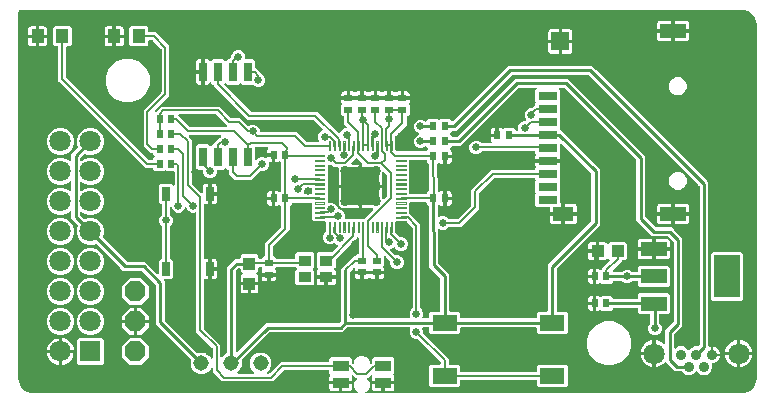
<source format=gbr>
G04 EAGLE Gerber RS-274X export*
G75*
%MOMM*%
%FSLAX34Y34*%
%LPD*%
%INTop Copper*%
%IPPOS*%
%AMOC8*
5,1,8,0,0,1.08239X$1,22.5*%
G01*
%ADD10C,0.100000*%
%ADD11C,0.320000*%
%ADD12C,0.858000*%
%ADD13R,0.700000X0.600000*%
%ADD14R,0.600000X0.700000*%
%ADD15R,1.800000X1.800000*%
%ADD16C,1.800000*%
%ADD17R,0.650000X1.650000*%
%ADD18R,2.100000X1.400000*%
%ADD19C,0.908000*%
%ADD20C,1.803150*%
%ADD21C,1.308000*%
%ADD22R,2.235200X1.219200*%
%ADD23R,2.200000X3.600000*%
%ADD24R,1.100000X1.000000*%
%ADD25R,1.000000X1.100000*%
%ADD26R,1.100000X0.900000*%
%ADD27R,1.400000X0.950000*%
%ADD28R,0.700000X1.200000*%
%ADD29P,1.894182X8X22.500000*%
%ADD30R,1.100000X1.200000*%
%ADD31R,2.200000X1.200000*%
%ADD32R,1.800000X1.200000*%
%ADD33R,1.500000X1.600000*%
%ADD34R,1.600000X0.700000*%
%ADD35C,0.654800*%
%ADD36C,0.203200*%
%ADD37C,0.254000*%
%ADD38C,0.152400*%
%ADD39C,0.239522*%

G36*
X289756Y2556D02*
X289756Y2556D01*
X289854Y2566D01*
X289877Y2576D01*
X289903Y2580D01*
X289989Y2626D01*
X290078Y2666D01*
X290098Y2683D01*
X290121Y2696D01*
X290188Y2766D01*
X290259Y2832D01*
X290272Y2855D01*
X290290Y2874D01*
X290331Y2962D01*
X290378Y3048D01*
X290383Y3073D01*
X290394Y3097D01*
X290404Y3194D01*
X290422Y3290D01*
X290418Y3316D01*
X290421Y3341D01*
X290400Y3437D01*
X290386Y3533D01*
X290374Y3556D01*
X290368Y3582D01*
X290318Y3665D01*
X290274Y3752D01*
X290256Y3771D01*
X290242Y3793D01*
X290168Y3856D01*
X290099Y3924D01*
X290070Y3940D01*
X290055Y3953D01*
X290024Y3965D01*
X289952Y4005D01*
X289665Y4124D01*
X287825Y5964D01*
X286829Y8368D01*
X286829Y10970D01*
X287825Y13374D01*
X288899Y14448D01*
X288941Y14506D01*
X288990Y14558D01*
X289012Y14605D01*
X289042Y14647D01*
X289063Y14716D01*
X289094Y14781D01*
X289099Y14833D01*
X289115Y14883D01*
X289113Y14954D01*
X289121Y15025D01*
X289110Y15076D01*
X289108Y15128D01*
X289084Y15196D01*
X289068Y15266D01*
X289042Y15311D01*
X289024Y15359D01*
X288979Y15415D01*
X288942Y15477D01*
X288903Y15511D01*
X288870Y15551D01*
X288810Y15590D01*
X288755Y15637D01*
X288707Y15656D01*
X288663Y15684D01*
X288594Y15702D01*
X288527Y15729D01*
X288456Y15737D01*
X288425Y15745D01*
X288401Y15743D01*
X288360Y15747D01*
X288192Y15747D01*
X286087Y17852D01*
X286048Y17880D01*
X286015Y17915D01*
X285949Y17952D01*
X285887Y17996D01*
X285841Y18010D01*
X285799Y18033D01*
X285724Y18046D01*
X285652Y18068D01*
X285604Y18067D01*
X285557Y18075D01*
X285482Y18064D01*
X285406Y18062D01*
X285361Y18045D01*
X285314Y18038D01*
X285247Y18003D01*
X285175Y17977D01*
X285138Y17947D01*
X285095Y17925D01*
X285042Y17871D01*
X284983Y17824D01*
X284957Y17783D01*
X284924Y17749D01*
X284891Y17681D01*
X284850Y17617D01*
X284838Y17570D01*
X284818Y17527D01*
X284809Y17452D01*
X284790Y17378D01*
X284794Y17331D01*
X284788Y17283D01*
X284808Y17155D01*
X284809Y17133D01*
X284812Y17127D01*
X284813Y17117D01*
X284911Y16754D01*
X284911Y13192D01*
X276132Y13192D01*
X276112Y13189D01*
X276093Y13191D01*
X275991Y13169D01*
X275889Y13152D01*
X275872Y13143D01*
X275852Y13139D01*
X275763Y13086D01*
X275672Y13037D01*
X275658Y13023D01*
X275641Y13013D01*
X275574Y12934D01*
X275503Y12859D01*
X275494Y12841D01*
X275481Y12826D01*
X275442Y12730D01*
X275399Y12636D01*
X275397Y12616D01*
X275389Y12598D01*
X275371Y12431D01*
X275371Y11668D01*
X275369Y11668D01*
X275369Y12431D01*
X275366Y12451D01*
X275368Y12470D01*
X275346Y12572D01*
X275329Y12674D01*
X275320Y12691D01*
X275316Y12711D01*
X275263Y12800D01*
X275214Y12891D01*
X275200Y12905D01*
X275190Y12922D01*
X275111Y12989D01*
X275036Y13060D01*
X275018Y13069D01*
X275003Y13082D01*
X274907Y13121D01*
X274813Y13164D01*
X274793Y13166D01*
X274775Y13174D01*
X274608Y13192D01*
X265829Y13192D01*
X265829Y16753D01*
X266002Y17400D01*
X266337Y17979D01*
X266489Y18131D01*
X266500Y18147D01*
X266516Y18159D01*
X266572Y18247D01*
X266632Y18330D01*
X266638Y18349D01*
X266649Y18366D01*
X266674Y18467D01*
X266704Y18566D01*
X266704Y18585D01*
X266709Y18605D01*
X266701Y18708D01*
X266698Y18811D01*
X266691Y18830D01*
X266690Y18850D01*
X266649Y18945D01*
X266614Y19042D01*
X266601Y19058D01*
X266593Y19076D01*
X266489Y19207D01*
X265829Y19867D01*
X265829Y21605D01*
X265828Y21611D01*
X265828Y21612D01*
X265826Y21625D01*
X265828Y21644D01*
X265806Y21746D01*
X265790Y21848D01*
X265780Y21865D01*
X265776Y21885D01*
X265723Y21974D01*
X265674Y22065D01*
X265660Y22079D01*
X265650Y22096D01*
X265571Y22163D01*
X265496Y22235D01*
X265478Y22243D01*
X265463Y22256D01*
X265367Y22295D01*
X265273Y22338D01*
X265253Y22340D01*
X265235Y22348D01*
X265068Y22366D01*
X227634Y22366D01*
X227544Y22352D01*
X227453Y22344D01*
X227424Y22332D01*
X227392Y22327D01*
X227311Y22284D01*
X227227Y22248D01*
X227195Y22222D01*
X227174Y22211D01*
X227152Y22188D01*
X227096Y22143D01*
X217650Y12697D01*
X175088Y12697D01*
X166966Y20819D01*
X166966Y23237D01*
X166951Y23334D01*
X166941Y23431D01*
X166931Y23455D01*
X166927Y23480D01*
X166881Y23566D01*
X166841Y23655D01*
X166824Y23675D01*
X166811Y23698D01*
X166741Y23765D01*
X166675Y23836D01*
X166652Y23849D01*
X166633Y23867D01*
X166545Y23908D01*
X166459Y23955D01*
X166434Y23960D01*
X166410Y23971D01*
X166313Y23981D01*
X166217Y23999D01*
X166191Y23995D01*
X166166Y23998D01*
X166071Y23977D01*
X165974Y23963D01*
X165951Y23951D01*
X165925Y23945D01*
X165842Y23895D01*
X165755Y23851D01*
X165736Y23833D01*
X165714Y23819D01*
X165651Y23745D01*
X165583Y23676D01*
X165567Y23647D01*
X165554Y23632D01*
X165542Y23602D01*
X165502Y23529D01*
X165198Y22796D01*
X162644Y20242D01*
X159306Y18859D01*
X155694Y18859D01*
X152356Y20242D01*
X149802Y22796D01*
X148419Y26134D01*
X148419Y29746D01*
X148777Y30609D01*
X148803Y30723D01*
X148832Y30837D01*
X148832Y30843D01*
X148833Y30849D01*
X148822Y30965D01*
X148813Y31082D01*
X148810Y31087D01*
X148810Y31094D01*
X148762Y31201D01*
X148717Y31308D01*
X148712Y31314D01*
X148710Y31318D01*
X148697Y31332D01*
X148612Y31439D01*
X118891Y61160D01*
X118891Y94098D01*
X118877Y94188D01*
X118869Y94279D01*
X118857Y94309D01*
X118852Y94341D01*
X118809Y94422D01*
X118773Y94506D01*
X118747Y94538D01*
X118736Y94558D01*
X118713Y94581D01*
X118668Y94636D01*
X107102Y106202D01*
X107029Y106255D01*
X106959Y106315D01*
X106929Y106327D01*
X106903Y106346D01*
X106816Y106373D01*
X106731Y106407D01*
X106690Y106411D01*
X106668Y106418D01*
X106635Y106417D01*
X106564Y106425D01*
X91386Y106425D01*
X88930Y108880D01*
X68882Y128929D01*
X68788Y128997D01*
X68693Y129067D01*
X68687Y129069D01*
X68682Y129073D01*
X68571Y129107D01*
X68459Y129143D01*
X68453Y129143D01*
X68447Y129145D01*
X68330Y129142D01*
X68213Y129141D01*
X68206Y129139D01*
X68201Y129139D01*
X68184Y129132D01*
X68052Y129094D01*
X65796Y128159D01*
X61204Y128159D01*
X56963Y129916D01*
X53716Y133163D01*
X51959Y137404D01*
X51959Y141996D01*
X52894Y144252D01*
X52921Y144366D01*
X52949Y144479D01*
X52949Y144486D01*
X52950Y144492D01*
X52939Y144608D01*
X52930Y144725D01*
X52928Y144730D01*
X52927Y144737D01*
X52879Y144844D01*
X52834Y144951D01*
X52829Y144957D01*
X52827Y144961D01*
X52815Y144975D01*
X52729Y145082D01*
X49600Y148210D01*
X47145Y150666D01*
X47145Y155986D01*
X47134Y156057D01*
X47132Y156129D01*
X47114Y156178D01*
X47106Y156229D01*
X47072Y156293D01*
X47047Y156360D01*
X47015Y156401D01*
X46990Y156447D01*
X46938Y156496D01*
X46894Y156552D01*
X46850Y156580D01*
X46812Y156616D01*
X46747Y156646D01*
X46687Y156685D01*
X46636Y156698D01*
X46589Y156720D01*
X46518Y156727D01*
X46448Y156745D01*
X46396Y156741D01*
X46345Y156747D01*
X46274Y156731D01*
X46203Y156726D01*
X46155Y156705D01*
X46104Y156694D01*
X46043Y156658D01*
X45977Y156630D01*
X45921Y156585D01*
X45893Y156568D01*
X45878Y156550D01*
X45846Y156525D01*
X44637Y155316D01*
X40396Y153559D01*
X35804Y153559D01*
X31563Y155316D01*
X28316Y158563D01*
X26559Y162804D01*
X26559Y167396D01*
X28316Y171637D01*
X31563Y174884D01*
X35804Y176641D01*
X40396Y176641D01*
X44637Y174884D01*
X45846Y173675D01*
X45904Y173633D01*
X45956Y173584D01*
X46003Y173562D01*
X46045Y173532D01*
X46114Y173511D01*
X46179Y173480D01*
X46231Y173475D01*
X46281Y173459D01*
X46352Y173461D01*
X46423Y173453D01*
X46474Y173464D01*
X46526Y173466D01*
X46594Y173490D01*
X46664Y173506D01*
X46709Y173532D01*
X46757Y173550D01*
X46813Y173595D01*
X46875Y173632D01*
X46909Y173671D01*
X46949Y173704D01*
X46988Y173764D01*
X47035Y173819D01*
X47054Y173867D01*
X47082Y173911D01*
X47100Y173980D01*
X47127Y174047D01*
X47135Y174118D01*
X47143Y174149D01*
X47141Y174173D01*
X47145Y174214D01*
X47145Y181386D01*
X47134Y181457D01*
X47132Y181529D01*
X47114Y181578D01*
X47106Y181629D01*
X47072Y181693D01*
X47047Y181760D01*
X47015Y181801D01*
X46990Y181847D01*
X46938Y181896D01*
X46894Y181952D01*
X46850Y181980D01*
X46812Y182016D01*
X46747Y182046D01*
X46687Y182085D01*
X46636Y182098D01*
X46589Y182120D01*
X46518Y182127D01*
X46448Y182145D01*
X46396Y182141D01*
X46345Y182147D01*
X46274Y182131D01*
X46203Y182126D01*
X46155Y182105D01*
X46104Y182094D01*
X46043Y182058D01*
X45977Y182030D01*
X45921Y181985D01*
X45893Y181968D01*
X45878Y181950D01*
X45846Y181925D01*
X44637Y180716D01*
X40396Y178959D01*
X35804Y178959D01*
X31563Y180716D01*
X28316Y183963D01*
X26559Y188204D01*
X26559Y192796D01*
X28316Y197037D01*
X31563Y200284D01*
X35804Y202041D01*
X40396Y202041D01*
X44637Y200284D01*
X45846Y199075D01*
X45904Y199033D01*
X45956Y198984D01*
X46003Y198962D01*
X46045Y198932D01*
X46114Y198911D01*
X46179Y198880D01*
X46231Y198875D01*
X46281Y198859D01*
X46352Y198861D01*
X46423Y198853D01*
X46474Y198864D01*
X46526Y198866D01*
X46594Y198890D01*
X46664Y198906D01*
X46709Y198932D01*
X46757Y198950D01*
X46813Y198995D01*
X46875Y199032D01*
X46909Y199071D01*
X46949Y199104D01*
X46988Y199164D01*
X47035Y199219D01*
X47054Y199267D01*
X47082Y199311D01*
X47100Y199380D01*
X47127Y199447D01*
X47135Y199518D01*
X47143Y199549D01*
X47141Y199573D01*
X47145Y199614D01*
X47145Y204934D01*
X52729Y210518D01*
X52797Y210613D01*
X52867Y210707D01*
X52869Y210713D01*
X52873Y210718D01*
X52907Y210829D01*
X52943Y210941D01*
X52943Y210947D01*
X52945Y210953D01*
X52942Y211070D01*
X52941Y211187D01*
X52939Y211194D01*
X52939Y211199D01*
X52932Y211216D01*
X52894Y211348D01*
X51959Y213604D01*
X51959Y218196D01*
X53716Y222437D01*
X56963Y225684D01*
X61204Y227441D01*
X65796Y227441D01*
X70037Y225684D01*
X73284Y222437D01*
X75041Y218196D01*
X75041Y213604D01*
X73284Y209363D01*
X70037Y206116D01*
X65796Y204359D01*
X61204Y204359D01*
X58948Y205294D01*
X58834Y205321D01*
X58721Y205349D01*
X58714Y205349D01*
X58708Y205350D01*
X58592Y205339D01*
X58475Y205330D01*
X58470Y205328D01*
X58463Y205327D01*
X58356Y205279D01*
X58249Y205234D01*
X58243Y205229D01*
X58239Y205227D01*
X58225Y205214D01*
X58118Y205129D01*
X54990Y202000D01*
X54937Y201927D01*
X54877Y201857D01*
X54865Y201827D01*
X54846Y201801D01*
X54819Y201714D01*
X54785Y201629D01*
X54781Y201588D01*
X54774Y201566D01*
X54775Y201533D01*
X54767Y201462D01*
X54767Y199926D01*
X54778Y199855D01*
X54780Y199783D01*
X54798Y199734D01*
X54806Y199683D01*
X54840Y199619D01*
X54865Y199552D01*
X54897Y199511D01*
X54922Y199465D01*
X54974Y199416D01*
X55018Y199360D01*
X55062Y199332D01*
X55100Y199296D01*
X55165Y199266D01*
X55225Y199227D01*
X55276Y199214D01*
X55323Y199192D01*
X55394Y199185D01*
X55464Y199167D01*
X55516Y199171D01*
X55567Y199165D01*
X55638Y199181D01*
X55709Y199186D01*
X55757Y199207D01*
X55808Y199218D01*
X55869Y199254D01*
X55935Y199282D01*
X55991Y199327D01*
X56019Y199344D01*
X56034Y199362D01*
X56066Y199387D01*
X56963Y200284D01*
X61204Y202041D01*
X65796Y202041D01*
X70037Y200284D01*
X73284Y197037D01*
X75041Y192796D01*
X75041Y188204D01*
X73284Y183963D01*
X70037Y180716D01*
X65796Y178959D01*
X61204Y178959D01*
X56963Y180716D01*
X56066Y181613D01*
X56008Y181655D01*
X55956Y181704D01*
X55909Y181726D01*
X55867Y181756D01*
X55798Y181777D01*
X55733Y181808D01*
X55681Y181813D01*
X55631Y181829D01*
X55560Y181827D01*
X55489Y181835D01*
X55438Y181824D01*
X55386Y181822D01*
X55318Y181798D01*
X55248Y181782D01*
X55203Y181756D01*
X55155Y181738D01*
X55099Y181693D01*
X55037Y181656D01*
X55003Y181617D01*
X54963Y181584D01*
X54924Y181524D01*
X54877Y181469D01*
X54858Y181421D01*
X54830Y181377D01*
X54812Y181308D01*
X54785Y181241D01*
X54777Y181170D01*
X54769Y181139D01*
X54771Y181115D01*
X54767Y181074D01*
X54767Y174526D01*
X54778Y174455D01*
X54780Y174383D01*
X54798Y174334D01*
X54806Y174283D01*
X54840Y174219D01*
X54865Y174152D01*
X54897Y174111D01*
X54922Y174065D01*
X54974Y174016D01*
X55018Y173960D01*
X55062Y173932D01*
X55100Y173896D01*
X55165Y173866D01*
X55225Y173827D01*
X55276Y173814D01*
X55323Y173792D01*
X55394Y173785D01*
X55464Y173767D01*
X55516Y173771D01*
X55567Y173765D01*
X55638Y173781D01*
X55709Y173786D01*
X55757Y173807D01*
X55808Y173818D01*
X55869Y173854D01*
X55935Y173882D01*
X55991Y173927D01*
X56019Y173944D01*
X56034Y173962D01*
X56066Y173987D01*
X56963Y174884D01*
X61204Y176641D01*
X65796Y176641D01*
X70037Y174884D01*
X73284Y171637D01*
X75041Y167396D01*
X75041Y162804D01*
X73284Y158563D01*
X70037Y155316D01*
X65796Y153559D01*
X61204Y153559D01*
X56963Y155316D01*
X56066Y156213D01*
X56008Y156255D01*
X55956Y156304D01*
X55909Y156326D01*
X55867Y156356D01*
X55798Y156377D01*
X55733Y156408D01*
X55681Y156413D01*
X55631Y156429D01*
X55560Y156427D01*
X55489Y156435D01*
X55438Y156424D01*
X55386Y156422D01*
X55318Y156398D01*
X55248Y156382D01*
X55203Y156356D01*
X55155Y156338D01*
X55099Y156293D01*
X55037Y156256D01*
X55003Y156217D01*
X54963Y156184D01*
X54924Y156124D01*
X54877Y156069D01*
X54858Y156021D01*
X54830Y155977D01*
X54812Y155908D01*
X54785Y155841D01*
X54777Y155770D01*
X54769Y155739D01*
X54771Y155715D01*
X54767Y155674D01*
X54767Y154138D01*
X54781Y154048D01*
X54789Y153957D01*
X54801Y153927D01*
X54806Y153895D01*
X54849Y153815D01*
X54885Y153730D01*
X54911Y153698D01*
X54922Y153678D01*
X54945Y153656D01*
X54990Y153600D01*
X58118Y150471D01*
X58213Y150403D01*
X58307Y150333D01*
X58313Y150331D01*
X58318Y150327D01*
X58429Y150293D01*
X58541Y150257D01*
X58547Y150257D01*
X58553Y150255D01*
X58670Y150258D01*
X58787Y150259D01*
X58794Y150261D01*
X58799Y150261D01*
X58816Y150268D01*
X58948Y150306D01*
X61204Y151241D01*
X65796Y151241D01*
X70037Y149484D01*
X73284Y146237D01*
X75041Y141996D01*
X75041Y137404D01*
X74106Y135148D01*
X74079Y135034D01*
X74051Y134921D01*
X74051Y134914D01*
X74050Y134908D01*
X74061Y134792D01*
X74070Y134675D01*
X74072Y134670D01*
X74073Y134663D01*
X74121Y134556D01*
X74166Y134449D01*
X74171Y134443D01*
X74173Y134439D01*
X74186Y134425D01*
X74271Y134318D01*
X94320Y114270D01*
X94393Y114217D01*
X94463Y114157D01*
X94493Y114145D01*
X94519Y114126D01*
X94606Y114099D01*
X94691Y114065D01*
X94732Y114061D01*
X94754Y114054D01*
X94787Y114055D01*
X94858Y114047D01*
X110036Y114047D01*
X120168Y103915D01*
X120226Y103874D01*
X120278Y103824D01*
X120325Y103802D01*
X120367Y103772D01*
X120436Y103751D01*
X120501Y103721D01*
X120553Y103715D01*
X120603Y103700D01*
X120674Y103701D01*
X120745Y103694D01*
X120796Y103705D01*
X120848Y103706D01*
X120916Y103731D01*
X120986Y103746D01*
X121031Y103772D01*
X121079Y103790D01*
X121135Y103835D01*
X121197Y103872D01*
X121231Y103912D01*
X121271Y103944D01*
X121310Y104004D01*
X121357Y104059D01*
X121376Y104107D01*
X121404Y104151D01*
X121422Y104220D01*
X121449Y104287D01*
X121457Y104358D01*
X121465Y104390D01*
X121463Y104413D01*
X121467Y104454D01*
X121467Y114939D01*
X122956Y116427D01*
X123444Y116427D01*
X123464Y116430D01*
X123483Y116428D01*
X123585Y116450D01*
X123687Y116467D01*
X123704Y116476D01*
X123724Y116481D01*
X123813Y116534D01*
X123904Y116582D01*
X123918Y116596D01*
X123935Y116607D01*
X124002Y116685D01*
X124074Y116760D01*
X124082Y116778D01*
X124095Y116794D01*
X124134Y116890D01*
X124177Y116983D01*
X124179Y117003D01*
X124187Y117022D01*
X124205Y117188D01*
X124205Y143764D01*
X124191Y143854D01*
X124183Y143945D01*
X124171Y143975D01*
X124166Y144007D01*
X124123Y144088D01*
X124087Y144171D01*
X124061Y144204D01*
X124050Y144224D01*
X124027Y144246D01*
X123982Y144302D01*
X122579Y145706D01*
X121693Y147843D01*
X121693Y150157D01*
X122579Y152294D01*
X123982Y153698D01*
X124035Y153772D01*
X124095Y153841D01*
X124107Y153871D01*
X124126Y153897D01*
X124153Y153984D01*
X124187Y154069D01*
X124191Y154110D01*
X124198Y154132D01*
X124197Y154165D01*
X124205Y154236D01*
X124205Y162212D01*
X124202Y162231D01*
X124204Y162251D01*
X124182Y162352D01*
X124166Y162454D01*
X124156Y162472D01*
X124152Y162491D01*
X124099Y162580D01*
X124050Y162672D01*
X124036Y162685D01*
X124026Y162702D01*
X123947Y162770D01*
X123872Y162841D01*
X123854Y162849D01*
X123839Y162862D01*
X123743Y162901D01*
X123649Y162945D01*
X123629Y162947D01*
X123611Y162954D01*
X123444Y162973D01*
X122956Y162973D01*
X121467Y164461D01*
X121467Y178566D01*
X122956Y180054D01*
X132060Y180054D01*
X133398Y178717D01*
X133456Y178675D01*
X133508Y178626D01*
X133555Y178604D01*
X133597Y178573D01*
X133666Y178552D01*
X133731Y178522D01*
X133783Y178516D01*
X133833Y178501D01*
X133904Y178503D01*
X133975Y178495D01*
X134026Y178506D01*
X134078Y178507D01*
X134146Y178532D01*
X134216Y178547D01*
X134261Y178574D01*
X134309Y178592D01*
X134365Y178637D01*
X134427Y178673D01*
X134461Y178713D01*
X134501Y178746D01*
X134540Y178806D01*
X134587Y178860D01*
X134606Y178909D01*
X134634Y178952D01*
X134652Y179022D01*
X134679Y179088D01*
X134687Y179160D01*
X134695Y179191D01*
X134693Y179214D01*
X134697Y179255D01*
X134697Y190048D01*
X134694Y190068D01*
X134696Y190087D01*
X134674Y190189D01*
X134658Y190291D01*
X134648Y190308D01*
X134644Y190328D01*
X134591Y190417D01*
X134542Y190508D01*
X134528Y190522D01*
X134518Y190539D01*
X134439Y190606D01*
X134364Y190678D01*
X134346Y190686D01*
X134331Y190699D01*
X134235Y190738D01*
X134141Y190781D01*
X134121Y190783D01*
X134103Y190791D01*
X133936Y190809D01*
X127948Y190809D01*
X127538Y191219D01*
X127522Y191230D01*
X127510Y191246D01*
X127423Y191302D01*
X127339Y191362D01*
X127320Y191368D01*
X127303Y191379D01*
X127202Y191404D01*
X127103Y191434D01*
X127084Y191434D01*
X127064Y191439D01*
X126961Y191431D01*
X126858Y191428D01*
X126839Y191421D01*
X126819Y191420D01*
X126724Y191379D01*
X126627Y191344D01*
X126611Y191331D01*
X126593Y191323D01*
X126462Y191219D01*
X126052Y190809D01*
X117948Y190809D01*
X116459Y192298D01*
X116459Y192786D01*
X116456Y192806D01*
X116458Y192825D01*
X116436Y192927D01*
X116420Y193029D01*
X116410Y193046D01*
X116406Y193066D01*
X116353Y193155D01*
X116304Y193246D01*
X116290Y193260D01*
X116280Y193277D01*
X116201Y193344D01*
X116126Y193416D01*
X116108Y193424D01*
X116093Y193437D01*
X115997Y193476D01*
X115903Y193519D01*
X115883Y193521D01*
X115865Y193529D01*
X115698Y193547D01*
X110282Y193547D01*
X36407Y267422D01*
X36407Y295498D01*
X36404Y295518D01*
X36406Y295537D01*
X36384Y295639D01*
X36368Y295741D01*
X36358Y295758D01*
X36354Y295778D01*
X36301Y295867D01*
X36252Y295958D01*
X36238Y295972D01*
X36228Y295989D01*
X36149Y296056D01*
X36074Y296128D01*
X36056Y296136D01*
X36041Y296149D01*
X35945Y296188D01*
X35851Y296231D01*
X35831Y296233D01*
X35813Y296241D01*
X35646Y296259D01*
X33158Y296259D01*
X31669Y297748D01*
X31669Y311852D01*
X33158Y313341D01*
X46262Y313341D01*
X47751Y311852D01*
X47751Y297748D01*
X46262Y296259D01*
X43774Y296259D01*
X43754Y296256D01*
X43735Y296258D01*
X43633Y296236D01*
X43531Y296220D01*
X43514Y296210D01*
X43494Y296206D01*
X43405Y296153D01*
X43314Y296104D01*
X43300Y296090D01*
X43283Y296080D01*
X43216Y296001D01*
X43144Y295926D01*
X43136Y295908D01*
X43123Y295893D01*
X43084Y295797D01*
X43041Y295703D01*
X43039Y295683D01*
X43031Y295665D01*
X43013Y295498D01*
X43013Y270473D01*
X43014Y270465D01*
X43014Y270461D01*
X43018Y270444D01*
X43027Y270383D01*
X43035Y270292D01*
X43047Y270263D01*
X43052Y270231D01*
X43095Y270150D01*
X43131Y270066D01*
X43157Y270034D01*
X43168Y270013D01*
X43191Y269991D01*
X43236Y269935D01*
X112795Y200376D01*
X112869Y200323D01*
X112938Y200263D01*
X112969Y200251D01*
X112995Y200232D01*
X113082Y200205D01*
X113167Y200171D01*
X113208Y200167D01*
X113230Y200160D01*
X113262Y200161D01*
X113333Y200153D01*
X115698Y200153D01*
X115718Y200156D01*
X115737Y200154D01*
X115839Y200176D01*
X115941Y200192D01*
X115958Y200202D01*
X115978Y200206D01*
X116067Y200259D01*
X116158Y200308D01*
X116172Y200322D01*
X116189Y200332D01*
X116256Y200411D01*
X116328Y200486D01*
X116336Y200504D01*
X116349Y200519D01*
X116388Y200615D01*
X116431Y200709D01*
X116433Y200729D01*
X116441Y200747D01*
X116459Y200914D01*
X116459Y201402D01*
X117719Y202662D01*
X117730Y202678D01*
X117746Y202690D01*
X117802Y202778D01*
X117862Y202861D01*
X117868Y202880D01*
X117879Y202897D01*
X117904Y202998D01*
X117934Y203097D01*
X117934Y203116D01*
X117939Y203136D01*
X117931Y203239D01*
X117928Y203342D01*
X117921Y203361D01*
X117920Y203381D01*
X117879Y203476D01*
X117844Y203573D01*
X117831Y203589D01*
X117823Y203607D01*
X117719Y203738D01*
X116459Y204998D01*
X116459Y205486D01*
X116456Y205506D01*
X116458Y205525D01*
X116436Y205627D01*
X116420Y205729D01*
X116410Y205746D01*
X116406Y205766D01*
X116353Y205855D01*
X116304Y205946D01*
X116290Y205960D01*
X116280Y205977D01*
X116201Y206044D01*
X116126Y206116D01*
X116108Y206124D01*
X116093Y206137D01*
X115997Y206176D01*
X115903Y206219D01*
X115883Y206221D01*
X115865Y206229D01*
X115698Y206247D01*
X114532Y206247D01*
X108447Y212332D01*
X108447Y242023D01*
X123474Y257050D01*
X123521Y257115D01*
X123537Y257131D01*
X123540Y257139D01*
X123587Y257193D01*
X123599Y257224D01*
X123618Y257250D01*
X123645Y257337D01*
X123679Y257422D01*
X123683Y257463D01*
X123690Y257485D01*
X123689Y257517D01*
X123697Y257588D01*
X123697Y293592D01*
X123683Y293682D01*
X123675Y293773D01*
X123663Y293802D01*
X123658Y293834D01*
X123615Y293915D01*
X123579Y293999D01*
X123553Y294031D01*
X123542Y294052D01*
X123519Y294074D01*
X123474Y294130D01*
X116330Y301274D01*
X116256Y301327D01*
X116187Y301387D01*
X116156Y301399D01*
X116130Y301418D01*
X116043Y301445D01*
X115958Y301479D01*
X115917Y301483D01*
X115895Y301490D01*
X115863Y301489D01*
X115792Y301497D01*
X113282Y301497D01*
X113262Y301494D01*
X113243Y301496D01*
X113141Y301474D01*
X113039Y301458D01*
X113022Y301448D01*
X113002Y301444D01*
X112913Y301391D01*
X112822Y301342D01*
X112808Y301328D01*
X112791Y301318D01*
X112724Y301239D01*
X112652Y301164D01*
X112644Y301146D01*
X112631Y301131D01*
X112592Y301035D01*
X112549Y300941D01*
X112547Y300921D01*
X112539Y300903D01*
X112521Y300736D01*
X112521Y297748D01*
X111032Y296259D01*
X97928Y296259D01*
X96439Y297748D01*
X96439Y311852D01*
X97928Y313341D01*
X111032Y313341D01*
X112521Y311852D01*
X112521Y308864D01*
X112524Y308844D01*
X112522Y308825D01*
X112544Y308723D01*
X112560Y308621D01*
X112570Y308604D01*
X112574Y308584D01*
X112627Y308495D01*
X112676Y308404D01*
X112690Y308390D01*
X112700Y308373D01*
X112779Y308306D01*
X112854Y308234D01*
X112872Y308226D01*
X112887Y308213D01*
X112983Y308174D01*
X113077Y308131D01*
X113097Y308129D01*
X113115Y308121D01*
X113282Y308103D01*
X118843Y308103D01*
X130303Y296643D01*
X130303Y254537D01*
X128145Y252379D01*
X118056Y242290D01*
X118014Y242232D01*
X117965Y242180D01*
X117943Y242133D01*
X117912Y242091D01*
X117891Y242022D01*
X117861Y241957D01*
X117855Y241905D01*
X117840Y241855D01*
X117842Y241784D01*
X117834Y241713D01*
X117845Y241662D01*
X117846Y241610D01*
X117871Y241542D01*
X117886Y241472D01*
X117913Y241427D01*
X117931Y241379D01*
X117976Y241323D01*
X118013Y241261D01*
X118052Y241227D01*
X118085Y241187D01*
X118145Y241148D01*
X118199Y241101D01*
X118248Y241082D01*
X118292Y241054D01*
X118361Y241036D01*
X118428Y241009D01*
X118499Y241001D01*
X118530Y240993D01*
X118553Y240995D01*
X118594Y240991D01*
X118657Y240991D01*
X118747Y241005D01*
X118838Y241013D01*
X118867Y241025D01*
X118899Y241030D01*
X118980Y241073D01*
X119064Y241109D01*
X119096Y241135D01*
X119117Y241146D01*
X119139Y241169D01*
X119195Y241214D01*
X123346Y245365D01*
X172564Y245365D01*
X182120Y235809D01*
X182194Y235756D01*
X182263Y235696D01*
X182294Y235684D01*
X182320Y235665D01*
X182407Y235638D01*
X182492Y235604D01*
X182533Y235600D01*
X182555Y235593D01*
X182587Y235594D01*
X182658Y235586D01*
X190471Y235586D01*
X196713Y229344D01*
X196807Y229277D01*
X196901Y229206D01*
X196907Y229204D01*
X196912Y229201D01*
X197023Y229167D01*
X197135Y229130D01*
X197141Y229130D01*
X197147Y229128D01*
X197264Y229131D01*
X197381Y229132D01*
X197388Y229135D01*
X197393Y229135D01*
X197411Y229141D01*
X197542Y229179D01*
X199757Y230097D01*
X202071Y230097D01*
X204208Y229211D01*
X205843Y227576D01*
X206729Y225439D01*
X206729Y224790D01*
X206732Y224770D01*
X206730Y224751D01*
X206752Y224649D01*
X206768Y224547D01*
X206778Y224530D01*
X206782Y224510D01*
X206835Y224421D01*
X206884Y224330D01*
X206898Y224316D01*
X206908Y224299D01*
X206987Y224232D01*
X207062Y224160D01*
X207080Y224152D01*
X207095Y224139D01*
X207191Y224100D01*
X207285Y224057D01*
X207305Y224055D01*
X207323Y224047D01*
X207490Y224029D01*
X238350Y224029D01*
X246678Y215701D01*
X246752Y215648D01*
X246821Y215588D01*
X246852Y215576D01*
X246878Y215557D01*
X246965Y215530D01*
X247050Y215496D01*
X247091Y215492D01*
X247113Y215485D01*
X247145Y215486D01*
X247216Y215478D01*
X256327Y215478D01*
X256398Y215489D01*
X256470Y215491D01*
X256519Y215509D01*
X256570Y215517D01*
X256633Y215551D01*
X256701Y215576D01*
X256742Y215608D01*
X256787Y215633D01*
X256837Y215685D01*
X256893Y215730D01*
X256921Y215773D01*
X256957Y215811D01*
X256987Y215876D01*
X257026Y215937D01*
X257038Y215987D01*
X257060Y216034D01*
X257068Y216105D01*
X257086Y216175D01*
X257082Y216227D01*
X257087Y216278D01*
X257072Y216349D01*
X257066Y216420D01*
X257046Y216468D01*
X257035Y216519D01*
X256998Y216581D01*
X256970Y216647D01*
X256961Y216658D01*
X256059Y218835D01*
X256059Y221149D01*
X256945Y223286D01*
X258580Y224921D01*
X260053Y225532D01*
X260092Y225556D01*
X260135Y225572D01*
X260196Y225620D01*
X260262Y225661D01*
X260291Y225697D01*
X260327Y225725D01*
X260369Y225791D01*
X260419Y225851D01*
X260435Y225894D01*
X260460Y225932D01*
X260479Y226008D01*
X260507Y226080D01*
X260509Y226126D01*
X260520Y226171D01*
X260514Y226248D01*
X260518Y226326D01*
X260505Y226370D01*
X260501Y226416D01*
X260471Y226487D01*
X260449Y226562D01*
X260423Y226600D01*
X260405Y226642D01*
X260320Y226749D01*
X260309Y226764D01*
X260305Y226767D01*
X260300Y226773D01*
X252855Y234218D01*
X252781Y234271D01*
X252712Y234331D01*
X252681Y234343D01*
X252655Y234362D01*
X252568Y234389D01*
X252483Y234423D01*
X252442Y234427D01*
X252420Y234434D01*
X252388Y234433D01*
X252317Y234441D01*
X196752Y234441D01*
X168147Y263046D01*
X168147Y263208D01*
X168144Y263228D01*
X168146Y263247D01*
X168124Y263349D01*
X168108Y263451D01*
X168098Y263468D01*
X168094Y263488D01*
X168041Y263577D01*
X167992Y263668D01*
X167978Y263682D01*
X167968Y263699D01*
X167889Y263766D01*
X167814Y263838D01*
X167796Y263846D01*
X167781Y263859D01*
X167685Y263898D01*
X167591Y263941D01*
X167571Y263943D01*
X167553Y263951D01*
X167386Y263969D01*
X167148Y263969D01*
X165516Y265601D01*
X165419Y265670D01*
X165323Y265741D01*
X165319Y265742D01*
X165316Y265745D01*
X165203Y265780D01*
X165089Y265816D01*
X165085Y265816D01*
X165081Y265817D01*
X164962Y265814D01*
X164843Y265812D01*
X164839Y265811D01*
X164835Y265811D01*
X164724Y265770D01*
X164611Y265730D01*
X164608Y265728D01*
X164604Y265726D01*
X164511Y265652D01*
X164417Y265579D01*
X164414Y265575D01*
X164412Y265573D01*
X164404Y265561D01*
X164318Y265444D01*
X164033Y264950D01*
X163560Y264477D01*
X162981Y264142D01*
X162334Y263969D01*
X160273Y263969D01*
X160273Y273998D01*
X160270Y274018D01*
X160272Y274037D01*
X160250Y274139D01*
X160233Y274241D01*
X160224Y274258D01*
X160220Y274278D01*
X160167Y274367D01*
X160118Y274458D01*
X160104Y274472D01*
X160094Y274489D01*
X160015Y274556D01*
X159940Y274627D01*
X159922Y274636D01*
X159907Y274649D01*
X159811Y274688D01*
X159717Y274731D01*
X159697Y274733D01*
X159679Y274741D01*
X159512Y274759D01*
X158749Y274759D01*
X158749Y274761D01*
X159512Y274761D01*
X159532Y274764D01*
X159551Y274762D01*
X159653Y274784D01*
X159755Y274801D01*
X159772Y274810D01*
X159792Y274814D01*
X159881Y274867D01*
X159972Y274916D01*
X159986Y274930D01*
X160003Y274940D01*
X160070Y275019D01*
X160141Y275094D01*
X160150Y275112D01*
X160163Y275127D01*
X160201Y275223D01*
X160245Y275317D01*
X160247Y275337D01*
X160255Y275355D01*
X160273Y275522D01*
X160273Y285551D01*
X162335Y285551D01*
X162981Y285378D01*
X163560Y285043D01*
X164033Y284570D01*
X164318Y284076D01*
X164393Y283984D01*
X164468Y283892D01*
X164471Y283889D01*
X164474Y283886D01*
X164573Y283824D01*
X164675Y283759D01*
X164679Y283758D01*
X164682Y283755D01*
X164797Y283728D01*
X164913Y283698D01*
X164917Y283699D01*
X164921Y283698D01*
X165040Y283708D01*
X165158Y283718D01*
X165162Y283719D01*
X165166Y283720D01*
X165275Y283767D01*
X165385Y283814D01*
X165389Y283817D01*
X165392Y283818D01*
X165402Y283828D01*
X165516Y283919D01*
X167148Y285551D01*
X175752Y285551D01*
X177262Y284041D01*
X177278Y284030D01*
X177290Y284014D01*
X177378Y283958D01*
X177461Y283898D01*
X177480Y283892D01*
X177497Y283881D01*
X177598Y283856D01*
X177697Y283826D01*
X177716Y283826D01*
X177736Y283821D01*
X177839Y283829D01*
X177942Y283832D01*
X177961Y283839D01*
X177981Y283840D01*
X178076Y283881D01*
X178173Y283916D01*
X178189Y283929D01*
X178207Y283937D01*
X178338Y284041D01*
X179848Y285551D01*
X180489Y285551D01*
X180579Y285565D01*
X180670Y285573D01*
X180699Y285585D01*
X180731Y285590D01*
X180812Y285633D01*
X180896Y285669D01*
X180928Y285695D01*
X180949Y285706D01*
X180971Y285729D01*
X181027Y285774D01*
X182684Y287431D01*
X182737Y287505D01*
X182797Y287574D01*
X182809Y287605D01*
X182828Y287631D01*
X182855Y287718D01*
X182889Y287803D01*
X182893Y287844D01*
X182900Y287866D01*
X182899Y287898D01*
X182907Y287969D01*
X182907Y288685D01*
X183793Y290822D01*
X185428Y292457D01*
X187565Y293343D01*
X189879Y293343D01*
X192016Y292457D01*
X193651Y290822D01*
X194537Y288685D01*
X194537Y286312D01*
X194540Y286292D01*
X194538Y286273D01*
X194560Y286171D01*
X194576Y286069D01*
X194586Y286052D01*
X194590Y286032D01*
X194643Y285943D01*
X194692Y285852D01*
X194706Y285838D01*
X194716Y285821D01*
X194795Y285754D01*
X194870Y285682D01*
X194888Y285674D01*
X194903Y285661D01*
X194999Y285622D01*
X195093Y285579D01*
X195113Y285577D01*
X195131Y285569D01*
X195298Y285551D01*
X201152Y285551D01*
X202641Y284062D01*
X202641Y278824D01*
X202644Y278804D01*
X202642Y278785D01*
X202664Y278683D01*
X202680Y278581D01*
X202690Y278564D01*
X202694Y278544D01*
X202747Y278455D01*
X202796Y278364D01*
X202810Y278350D01*
X202820Y278333D01*
X202899Y278266D01*
X202974Y278194D01*
X202992Y278186D01*
X203007Y278173D01*
X203103Y278134D01*
X203197Y278091D01*
X203217Y278089D01*
X203235Y278081D01*
X203402Y278063D01*
X203874Y278063D01*
X209043Y272894D01*
X209043Y272698D01*
X209057Y272608D01*
X209065Y272517D01*
X209077Y272487D01*
X209082Y272455D01*
X209125Y272374D01*
X209161Y272291D01*
X209187Y272258D01*
X209198Y272238D01*
X209221Y272216D01*
X209266Y272160D01*
X210669Y270756D01*
X211555Y268619D01*
X211555Y266305D01*
X210669Y264168D01*
X209034Y262533D01*
X206897Y261647D01*
X204583Y261647D01*
X202446Y262533D01*
X201232Y263746D01*
X201158Y263799D01*
X201089Y263859D01*
X201059Y263871D01*
X201033Y263890D01*
X200946Y263917D01*
X200861Y263951D01*
X200820Y263955D01*
X200798Y263962D01*
X200765Y263961D01*
X200694Y263969D01*
X192548Y263969D01*
X191038Y265479D01*
X191022Y265490D01*
X191010Y265506D01*
X190922Y265562D01*
X190839Y265622D01*
X190820Y265628D01*
X190803Y265639D01*
X190702Y265664D01*
X190603Y265694D01*
X190584Y265694D01*
X190564Y265699D01*
X190461Y265691D01*
X190358Y265688D01*
X190339Y265681D01*
X190319Y265680D01*
X190224Y265639D01*
X190127Y265604D01*
X190111Y265591D01*
X190093Y265583D01*
X189962Y265479D01*
X188452Y263969D01*
X179848Y263969D01*
X178338Y265479D01*
X178322Y265490D01*
X178310Y265506D01*
X178223Y265562D01*
X178139Y265622D01*
X178119Y265628D01*
X178103Y265639D01*
X178003Y265664D01*
X177903Y265694D01*
X177884Y265694D01*
X177864Y265699D01*
X177761Y265691D01*
X177658Y265688D01*
X177639Y265681D01*
X177619Y265680D01*
X177524Y265639D01*
X177427Y265604D01*
X177411Y265591D01*
X177393Y265583D01*
X177262Y265479D01*
X176697Y264914D01*
X176686Y264898D01*
X176670Y264885D01*
X176614Y264798D01*
X176554Y264714D01*
X176548Y264695D01*
X176537Y264679D01*
X176512Y264578D01*
X176481Y264479D01*
X176482Y264459D01*
X176477Y264440D01*
X176485Y264337D01*
X176488Y264233D01*
X176495Y264215D01*
X176496Y264195D01*
X176537Y264100D01*
X176572Y264002D01*
X176585Y263987D01*
X176592Y263969D01*
X176697Y263838D01*
X199265Y241270D01*
X199339Y241217D01*
X199408Y241157D01*
X199439Y241145D01*
X199465Y241126D01*
X199552Y241099D01*
X199637Y241065D01*
X199678Y241061D01*
X199700Y241054D01*
X199732Y241055D01*
X199803Y241047D01*
X255368Y241047D01*
X273597Y222817D01*
X273635Y222791D01*
X273666Y222757D01*
X273734Y222719D01*
X273797Y222674D01*
X273841Y222660D01*
X273881Y222638D01*
X273958Y222624D01*
X274032Y222602D01*
X274078Y222603D01*
X274123Y222595D01*
X274200Y222606D01*
X274278Y222608D01*
X274321Y222624D01*
X274367Y222630D01*
X274436Y222666D01*
X274509Y222692D01*
X274545Y222721D01*
X274586Y222742D01*
X274640Y222797D01*
X274701Y222846D01*
X274726Y222885D01*
X274758Y222917D01*
X274824Y223037D01*
X274834Y223053D01*
X274835Y223058D01*
X274839Y223064D01*
X275492Y224642D01*
X277128Y226277D01*
X279265Y227163D01*
X280319Y227163D01*
X280390Y227174D01*
X280462Y227176D01*
X280511Y227194D01*
X280562Y227202D01*
X280626Y227236D01*
X280693Y227261D01*
X280734Y227293D01*
X280780Y227318D01*
X280829Y227370D01*
X280885Y227414D01*
X280913Y227458D01*
X280949Y227496D01*
X280979Y227561D01*
X281018Y227621D01*
X281031Y227672D01*
X281053Y227719D01*
X281061Y227790D01*
X281078Y227860D01*
X281074Y227912D01*
X281080Y227963D01*
X281064Y228034D01*
X281059Y228105D01*
X281039Y228153D01*
X281027Y228204D01*
X280991Y228265D01*
X280963Y228331D01*
X280918Y228387D01*
X280901Y228415D01*
X280883Y228430D01*
X280858Y228462D01*
X278383Y230937D01*
X278383Y236348D01*
X278380Y236368D01*
X278382Y236387D01*
X278360Y236489D01*
X278344Y236591D01*
X278334Y236608D01*
X278330Y236628D01*
X278277Y236717D01*
X278228Y236808D01*
X278214Y236822D01*
X278204Y236839D01*
X278125Y236906D01*
X278050Y236978D01*
X278032Y236986D01*
X278017Y236999D01*
X277921Y237038D01*
X277827Y237081D01*
X277807Y237083D01*
X277789Y237091D01*
X277622Y237109D01*
X277388Y237109D01*
X275899Y238598D01*
X275899Y246702D01*
X276316Y247119D01*
X276342Y247155D01*
X276374Y247184D01*
X276400Y247232D01*
X276404Y247235D01*
X276411Y247250D01*
X276413Y247254D01*
X276459Y247319D01*
X276472Y247361D01*
X276494Y247399D01*
X276503Y247449D01*
X276507Y247458D01*
X276510Y247484D01*
X276532Y247554D01*
X276531Y247598D01*
X276539Y247641D01*
X276533Y247685D01*
X276534Y247703D01*
X276527Y247737D01*
X276525Y247800D01*
X276510Y247841D01*
X276504Y247884D01*
X276486Y247926D01*
X276482Y247943D01*
X276468Y247966D01*
X276446Y248018D01*
X276441Y248031D01*
X276439Y248033D01*
X276437Y248038D01*
X276072Y248669D01*
X275899Y249316D01*
X275899Y251151D01*
X281202Y251151D01*
X281221Y251154D01*
X281241Y251152D01*
X281343Y251174D01*
X281445Y251190D01*
X281462Y251200D01*
X281482Y251204D01*
X281571Y251257D01*
X281662Y251306D01*
X281676Y251320D01*
X281693Y251330D01*
X281760Y251409D01*
X281831Y251484D01*
X281840Y251502D01*
X281853Y251517D01*
X281891Y251613D01*
X281935Y251707D01*
X281937Y251727D01*
X281944Y251745D01*
X281957Y251669D01*
X281966Y251652D01*
X281970Y251632D01*
X282023Y251543D01*
X282072Y251452D01*
X282086Y251438D01*
X282096Y251421D01*
X282175Y251354D01*
X282250Y251282D01*
X282268Y251274D01*
X282283Y251261D01*
X282380Y251222D01*
X282473Y251179D01*
X282493Y251177D01*
X282511Y251169D01*
X282678Y251151D01*
X292632Y251151D01*
X292651Y251154D01*
X292671Y251152D01*
X292773Y251174D01*
X292875Y251190D01*
X292892Y251200D01*
X292912Y251204D01*
X293001Y251257D01*
X293092Y251306D01*
X293106Y251320D01*
X293123Y251330D01*
X293190Y251409D01*
X293261Y251484D01*
X293270Y251502D01*
X293283Y251517D01*
X293321Y251613D01*
X293365Y251707D01*
X293367Y251727D01*
X293374Y251745D01*
X293387Y251669D01*
X293396Y251652D01*
X293400Y251632D01*
X293453Y251543D01*
X293502Y251452D01*
X293516Y251438D01*
X293526Y251421D01*
X293605Y251354D01*
X293680Y251282D01*
X293698Y251274D01*
X293713Y251261D01*
X293810Y251222D01*
X293903Y251179D01*
X293923Y251177D01*
X293941Y251169D01*
X294108Y251151D01*
X304062Y251151D01*
X304081Y251154D01*
X304101Y251152D01*
X304203Y251174D01*
X304305Y251190D01*
X304322Y251200D01*
X304342Y251204D01*
X304431Y251257D01*
X304522Y251306D01*
X304536Y251320D01*
X304553Y251330D01*
X304620Y251409D01*
X304691Y251484D01*
X304700Y251502D01*
X304713Y251517D01*
X304751Y251613D01*
X304795Y251707D01*
X304797Y251727D01*
X304804Y251745D01*
X304817Y251669D01*
X304826Y251652D01*
X304830Y251632D01*
X304883Y251543D01*
X304932Y251452D01*
X304946Y251438D01*
X304956Y251421D01*
X305035Y251354D01*
X305110Y251282D01*
X305128Y251274D01*
X305143Y251261D01*
X305240Y251222D01*
X305333Y251179D01*
X305353Y251177D01*
X305371Y251169D01*
X305538Y251151D01*
X315492Y251151D01*
X315511Y251154D01*
X315531Y251152D01*
X315633Y251174D01*
X315735Y251190D01*
X315752Y251200D01*
X315772Y251204D01*
X315861Y251257D01*
X315952Y251306D01*
X315966Y251320D01*
X315983Y251330D01*
X316050Y251409D01*
X316121Y251484D01*
X316130Y251502D01*
X316143Y251517D01*
X316181Y251613D01*
X316225Y251707D01*
X316227Y251727D01*
X316234Y251745D01*
X316247Y251669D01*
X316256Y251652D01*
X316260Y251632D01*
X316313Y251543D01*
X316362Y251452D01*
X316376Y251438D01*
X316386Y251421D01*
X316465Y251354D01*
X316540Y251282D01*
X316558Y251274D01*
X316573Y251261D01*
X316670Y251222D01*
X316763Y251179D01*
X316783Y251177D01*
X316801Y251169D01*
X316968Y251151D01*
X326922Y251151D01*
X326941Y251154D01*
X326961Y251152D01*
X327063Y251174D01*
X327165Y251190D01*
X327182Y251200D01*
X327202Y251204D01*
X327291Y251257D01*
X327382Y251306D01*
X327396Y251320D01*
X327413Y251330D01*
X327480Y251409D01*
X327551Y251484D01*
X327560Y251502D01*
X327573Y251517D01*
X327611Y251613D01*
X327655Y251707D01*
X327657Y251727D01*
X327664Y251745D01*
X327677Y251669D01*
X327686Y251652D01*
X327690Y251632D01*
X327743Y251543D01*
X327792Y251452D01*
X327806Y251438D01*
X327816Y251421D01*
X327895Y251354D01*
X327970Y251282D01*
X327988Y251274D01*
X328003Y251261D01*
X328100Y251222D01*
X328193Y251179D01*
X328213Y251177D01*
X328231Y251169D01*
X328398Y251151D01*
X333701Y251151D01*
X333701Y249316D01*
X333528Y248669D01*
X333163Y248038D01*
X333148Y247997D01*
X333124Y247960D01*
X333110Y247907D01*
X333093Y247868D01*
X333090Y247845D01*
X333076Y247808D01*
X333074Y247764D01*
X333064Y247722D01*
X333069Y247655D01*
X333065Y247624D01*
X333069Y247609D01*
X333067Y247562D01*
X333080Y247520D01*
X333083Y247476D01*
X333113Y247406D01*
X333118Y247383D01*
X333122Y247376D01*
X333137Y247326D01*
X333162Y247290D01*
X333179Y247250D01*
X333270Y247136D01*
X333278Y247125D01*
X333281Y247123D01*
X333284Y247119D01*
X333701Y246702D01*
X333701Y238598D01*
X332212Y237109D01*
X331978Y237109D01*
X331958Y237106D01*
X331939Y237108D01*
X331837Y237086D01*
X331735Y237070D01*
X331718Y237060D01*
X331698Y237056D01*
X331609Y237003D01*
X331518Y236954D01*
X331504Y236940D01*
X331487Y236930D01*
X331420Y236851D01*
X331348Y236776D01*
X331340Y236758D01*
X331327Y236743D01*
X331288Y236647D01*
X331245Y236553D01*
X331243Y236533D01*
X331235Y236515D01*
X331217Y236348D01*
X331217Y230187D01*
X321880Y220850D01*
X321827Y220776D01*
X321767Y220706D01*
X321755Y220676D01*
X321736Y220650D01*
X321709Y220563D01*
X321675Y220478D01*
X321671Y220437D01*
X321664Y220415D01*
X321665Y220383D01*
X321657Y220311D01*
X321657Y211912D01*
X321661Y211886D01*
X321659Y211860D01*
X321674Y211773D01*
X321673Y211758D01*
X321668Y211744D01*
X321668Y211712D01*
X321657Y211614D01*
X321657Y208689D01*
X321671Y208598D01*
X321679Y208508D01*
X321691Y208478D01*
X321696Y208446D01*
X321739Y208365D01*
X321775Y208281D01*
X321801Y208249D01*
X321812Y208228D01*
X321835Y208206D01*
X321880Y208150D01*
X322450Y207580D01*
X322524Y207527D01*
X322594Y207467D01*
X322624Y207455D01*
X322650Y207436D01*
X322737Y207409D01*
X322822Y207375D01*
X322863Y207371D01*
X322885Y207364D01*
X322917Y207365D01*
X322989Y207357D01*
X347396Y207357D01*
X347486Y207371D01*
X347577Y207379D01*
X347607Y207391D01*
X347639Y207396D01*
X347720Y207439D01*
X347804Y207475D01*
X347836Y207501D01*
X347856Y207512D01*
X347879Y207535D01*
X347935Y207580D01*
X349367Y209012D01*
X349378Y209028D01*
X349394Y209040D01*
X349450Y209128D01*
X349510Y209211D01*
X349516Y209230D01*
X349527Y209247D01*
X349552Y209348D01*
X349582Y209447D01*
X349582Y209466D01*
X349587Y209486D01*
X349579Y209589D01*
X349576Y209692D01*
X349569Y209711D01*
X349568Y209731D01*
X349527Y209826D01*
X349492Y209923D01*
X349479Y209939D01*
X349471Y209957D01*
X349367Y210088D01*
X347957Y211498D01*
X347952Y211506D01*
X347900Y211556D01*
X347856Y211612D01*
X347812Y211640D01*
X347774Y211676D01*
X347709Y211706D01*
X347649Y211745D01*
X347598Y211757D01*
X347551Y211779D01*
X347480Y211787D01*
X347410Y211805D01*
X347358Y211801D01*
X347307Y211806D01*
X347236Y211791D01*
X347165Y211786D01*
X347117Y211765D01*
X347066Y211754D01*
X347005Y211717D01*
X346939Y211689D01*
X346883Y211644D01*
X346855Y211628D01*
X346840Y211610D01*
X346808Y211584D01*
X346194Y210971D01*
X344057Y210085D01*
X341743Y210085D01*
X339606Y210971D01*
X337971Y212606D01*
X337085Y214743D01*
X337085Y217057D01*
X337971Y219194D01*
X339606Y220829D01*
X341338Y221547D01*
X341399Y221585D01*
X341464Y221614D01*
X341502Y221649D01*
X341547Y221676D01*
X341593Y221732D01*
X341645Y221780D01*
X341670Y221826D01*
X341704Y221866D01*
X341729Y221933D01*
X341764Y221996D01*
X341773Y222047D01*
X341792Y222095D01*
X341795Y222167D01*
X341808Y222238D01*
X341800Y222289D01*
X341802Y222341D01*
X341782Y222410D01*
X341772Y222481D01*
X341748Y222527D01*
X341734Y222577D01*
X341693Y222636D01*
X341660Y222700D01*
X341623Y222737D01*
X341593Y222779D01*
X341536Y222822D01*
X341485Y222872D01*
X341422Y222907D01*
X341396Y222926D01*
X341374Y222933D01*
X341338Y222953D01*
X339606Y223671D01*
X337971Y225306D01*
X337085Y227443D01*
X337085Y229757D01*
X337971Y231894D01*
X339606Y233529D01*
X341743Y234415D01*
X344057Y234415D01*
X346194Y233529D01*
X346808Y232916D01*
X346866Y232874D01*
X346918Y232824D01*
X346965Y232802D01*
X347007Y232772D01*
X347076Y232751D01*
X347141Y232721D01*
X347193Y232715D01*
X347243Y232700D01*
X347314Y232702D01*
X347385Y232694D01*
X347436Y232705D01*
X347488Y232706D01*
X347556Y232731D01*
X347626Y232746D01*
X347671Y232773D01*
X347719Y232790D01*
X347775Y232835D01*
X347837Y232872D01*
X347871Y232912D01*
X347911Y232944D01*
X347934Y232979D01*
X349596Y234641D01*
X357700Y234641D01*
X358110Y234231D01*
X358126Y234220D01*
X358138Y234204D01*
X358225Y234148D01*
X358309Y234088D01*
X358328Y234082D01*
X358345Y234071D01*
X358446Y234046D01*
X358545Y234016D01*
X358564Y234016D01*
X358584Y234011D01*
X358687Y234019D01*
X358790Y234022D01*
X358809Y234029D01*
X358829Y234030D01*
X358924Y234071D01*
X359021Y234106D01*
X359037Y234119D01*
X359055Y234127D01*
X359186Y234231D01*
X359596Y234641D01*
X367700Y234641D01*
X369372Y232969D01*
X369388Y232958D01*
X369401Y232942D01*
X369488Y232886D01*
X369572Y232826D01*
X369591Y232820D01*
X369607Y232809D01*
X369708Y232784D01*
X369807Y232753D01*
X369827Y232754D01*
X369846Y232749D01*
X369949Y232757D01*
X370053Y232760D01*
X370071Y232767D01*
X370091Y232768D01*
X370186Y232808D01*
X370284Y232844D01*
X370299Y232857D01*
X370317Y232864D01*
X370448Y232969D01*
X417375Y279895D01*
X488157Y279895D01*
X490570Y277483D01*
X490570Y277482D01*
X584322Y183731D01*
X585520Y182533D01*
X586734Y181318D01*
X586734Y42801D01*
X586750Y42708D01*
X586758Y42614D01*
X586769Y42587D01*
X586774Y42558D01*
X586818Y42475D01*
X586856Y42388D01*
X586875Y42367D01*
X586889Y42341D01*
X586957Y42276D01*
X587021Y42206D01*
X587046Y42192D01*
X587068Y42171D01*
X587153Y42132D01*
X587235Y42086D01*
X587264Y42080D01*
X587291Y42068D01*
X587384Y42057D01*
X587477Y42040D01*
X587514Y42043D01*
X587535Y42041D01*
X587567Y42048D01*
X587644Y42054D01*
X588581Y42241D01*
X588581Y35458D01*
X588584Y35439D01*
X588582Y35419D01*
X588604Y35317D01*
X588620Y35215D01*
X588630Y35198D01*
X588634Y35178D01*
X588687Y35089D01*
X588736Y34998D01*
X588750Y34984D01*
X588760Y34967D01*
X588839Y34900D01*
X588914Y34829D01*
X588932Y34820D01*
X588947Y34807D01*
X589043Y34769D01*
X589096Y34744D01*
X589097Y34739D01*
X589106Y34722D01*
X589110Y34702D01*
X589163Y34613D01*
X589212Y34522D01*
X589226Y34508D01*
X589236Y34491D01*
X589315Y34424D01*
X589390Y34352D01*
X589408Y34344D01*
X589423Y34331D01*
X589520Y34292D01*
X589613Y34249D01*
X589633Y34247D01*
X589651Y34239D01*
X589818Y34221D01*
X596601Y34221D01*
X596389Y33155D01*
X595855Y31866D01*
X595080Y30706D01*
X594094Y29720D01*
X592934Y28945D01*
X591645Y28411D01*
X590501Y28184D01*
X590413Y28151D01*
X590322Y28124D01*
X590298Y28108D01*
X590271Y28097D01*
X590198Y28038D01*
X590120Y27984D01*
X590103Y27961D01*
X590080Y27942D01*
X590030Y27862D01*
X589973Y27787D01*
X589964Y27759D01*
X589949Y27734D01*
X589927Y27643D01*
X589897Y27553D01*
X589898Y27524D01*
X589891Y27495D01*
X589899Y27401D01*
X589900Y27307D01*
X589910Y27271D01*
X589912Y27250D01*
X589925Y27220D01*
X589946Y27146D01*
X590161Y26628D01*
X590161Y23812D01*
X589083Y21209D01*
X587091Y19217D01*
X584488Y18139D01*
X581672Y18139D01*
X579069Y19217D01*
X577118Y21168D01*
X577102Y21180D01*
X577090Y21195D01*
X577002Y21251D01*
X576919Y21312D01*
X576900Y21317D01*
X576883Y21328D01*
X576782Y21354D01*
X576683Y21384D01*
X576664Y21383D01*
X576644Y21388D01*
X576541Y21380D01*
X576438Y21378D01*
X576419Y21371D01*
X576399Y21369D01*
X576304Y21329D01*
X576207Y21293D01*
X576191Y21281D01*
X576173Y21273D01*
X576042Y21168D01*
X574091Y19217D01*
X571488Y18139D01*
X568672Y18139D01*
X566069Y19217D01*
X564028Y21259D01*
X563954Y21312D01*
X563884Y21371D01*
X563854Y21383D01*
X563828Y21402D01*
X563741Y21429D01*
X563656Y21463D01*
X563615Y21468D01*
X563593Y21475D01*
X563561Y21474D01*
X563489Y21482D01*
X558232Y21482D01*
X555819Y23894D01*
X555819Y23895D01*
X550812Y28901D01*
X550748Y28947D01*
X550689Y29001D01*
X550648Y29019D01*
X550613Y29044D01*
X550537Y29068D01*
X550464Y29100D01*
X550420Y29104D01*
X550378Y29117D01*
X550298Y29115D01*
X550219Y29122D01*
X550176Y29111D01*
X550132Y29110D01*
X550057Y29083D01*
X549980Y29064D01*
X549942Y29041D01*
X549901Y29026D01*
X549839Y28976D01*
X549771Y28934D01*
X549732Y28891D01*
X549709Y28872D01*
X549694Y28849D01*
X549658Y28810D01*
X549645Y28791D01*
X548359Y27505D01*
X546887Y26436D01*
X545266Y25610D01*
X543536Y25048D01*
X542353Y24861D01*
X542353Y35558D01*
X542350Y35578D01*
X542352Y35597D01*
X542330Y35699D01*
X542313Y35801D01*
X542304Y35818D01*
X542300Y35838D01*
X542247Y35927D01*
X542198Y36018D01*
X542184Y36032D01*
X542174Y36049D01*
X542095Y36116D01*
X542020Y36187D01*
X542002Y36196D01*
X541987Y36209D01*
X541891Y36247D01*
X541797Y36291D01*
X541777Y36293D01*
X541759Y36301D01*
X541592Y36319D01*
X540829Y36319D01*
X540829Y36321D01*
X541592Y36321D01*
X541612Y36324D01*
X541631Y36322D01*
X541733Y36344D01*
X541835Y36361D01*
X541852Y36370D01*
X541872Y36374D01*
X541961Y36427D01*
X542052Y36476D01*
X542066Y36490D01*
X542083Y36500D01*
X542150Y36579D01*
X542221Y36654D01*
X542230Y36672D01*
X542243Y36687D01*
X542282Y36783D01*
X542325Y36877D01*
X542327Y36897D01*
X542335Y36915D01*
X542353Y37082D01*
X542353Y47779D01*
X543536Y47592D01*
X545266Y47030D01*
X546887Y46204D01*
X548358Y45135D01*
X548962Y44531D01*
X549020Y44489D01*
X549072Y44440D01*
X549120Y44418D01*
X549162Y44388D01*
X549230Y44367D01*
X549295Y44336D01*
X549347Y44331D01*
X549397Y44315D01*
X549469Y44317D01*
X549540Y44309D01*
X549591Y44320D01*
X549643Y44322D01*
X549710Y44346D01*
X549780Y44362D01*
X549825Y44388D01*
X549874Y44406D01*
X549930Y44451D01*
X549991Y44488D01*
X550025Y44527D01*
X550066Y44560D01*
X550105Y44620D01*
X550151Y44675D01*
X550171Y44723D01*
X550199Y44767D01*
X550216Y44836D01*
X550243Y44903D01*
X550251Y44974D01*
X550259Y45005D01*
X550257Y45029D01*
X550262Y45069D01*
X550262Y52636D01*
X550262Y56048D01*
X557039Y62826D01*
X557092Y62899D01*
X557151Y62969D01*
X557163Y62999D01*
X557182Y63025D01*
X557209Y63112D01*
X557243Y63197D01*
X557248Y63238D01*
X557255Y63260D01*
X557254Y63293D01*
X557262Y63364D01*
X557262Y130636D01*
X557247Y130726D01*
X557240Y130817D01*
X557227Y130847D01*
X557222Y130879D01*
X557179Y130960D01*
X557144Y131044D01*
X557118Y131076D01*
X557107Y131096D01*
X557083Y131119D01*
X557039Y131174D01*
X554911Y133302D01*
X554891Y133316D01*
X554876Y133335D01*
X554792Y133388D01*
X554711Y133446D01*
X554688Y133453D01*
X554668Y133466D01*
X554571Y133489D01*
X554476Y133518D01*
X554452Y133518D01*
X554429Y133523D01*
X554394Y133520D01*
X554393Y133530D01*
X554391Y133629D01*
X554383Y133652D01*
X554381Y133676D01*
X554343Y133767D01*
X554309Y133861D01*
X554295Y133880D01*
X554285Y133902D01*
X554180Y134033D01*
X552675Y135539D01*
X552601Y135592D01*
X552531Y135651D01*
X552501Y135663D01*
X552475Y135682D01*
X552388Y135709D01*
X552303Y135743D01*
X552262Y135748D01*
X552240Y135755D01*
X552208Y135754D01*
X552136Y135762D01*
X538952Y135762D01*
X525762Y148952D01*
X525762Y200104D01*
X525747Y200194D01*
X525740Y200285D01*
X525727Y200315D01*
X525722Y200347D01*
X525679Y200428D01*
X525643Y200512D01*
X525618Y200544D01*
X525607Y200564D01*
X525583Y200587D01*
X525539Y200642D01*
X465142Y261039D01*
X465069Y261092D01*
X464999Y261151D01*
X464969Y261163D01*
X464943Y261182D01*
X464856Y261209D01*
X464771Y261243D01*
X464730Y261248D01*
X464708Y261255D01*
X464675Y261254D01*
X464604Y261262D01*
X460989Y261262D01*
X460919Y261250D01*
X460847Y261248D01*
X460798Y261230D01*
X460747Y261222D01*
X460683Y261188D01*
X460616Y261164D01*
X460575Y261131D01*
X460529Y261107D01*
X460480Y261055D01*
X460424Y261010D01*
X460396Y260966D01*
X460360Y260928D01*
X460330Y260863D01*
X460291Y260803D01*
X460278Y260753D01*
X460256Y260705D01*
X460248Y260634D01*
X460231Y260565D01*
X460235Y260513D01*
X460229Y260461D01*
X460244Y260391D01*
X460250Y260319D01*
X460270Y260272D01*
X460281Y260221D01*
X460318Y260159D01*
X460346Y260093D01*
X460391Y260037D01*
X460408Y260009D01*
X460425Y259994D01*
X460451Y259962D01*
X461361Y259052D01*
X461361Y249948D01*
X460951Y249538D01*
X460940Y249522D01*
X460924Y249510D01*
X460868Y249423D01*
X460808Y249339D01*
X460802Y249320D01*
X460791Y249303D01*
X460766Y249202D01*
X460736Y249103D01*
X460736Y249084D01*
X460731Y249064D01*
X460739Y248961D01*
X460742Y248858D01*
X460749Y248839D01*
X460750Y248819D01*
X460791Y248724D01*
X460826Y248627D01*
X460839Y248611D01*
X460847Y248593D01*
X460951Y248462D01*
X461361Y248052D01*
X461361Y238948D01*
X460951Y238538D01*
X460940Y238522D01*
X460924Y238510D01*
X460868Y238422D01*
X460808Y238339D01*
X460802Y238320D01*
X460791Y238303D01*
X460766Y238202D01*
X460736Y238103D01*
X460736Y238084D01*
X460731Y238064D01*
X460739Y237961D01*
X460742Y237858D01*
X460749Y237839D01*
X460750Y237819D01*
X460791Y237724D01*
X460826Y237627D01*
X460839Y237611D01*
X460847Y237593D01*
X460951Y237462D01*
X461361Y237052D01*
X461361Y227948D01*
X460951Y227538D01*
X460940Y227522D01*
X460924Y227510D01*
X460868Y227422D01*
X460808Y227339D01*
X460802Y227320D01*
X460791Y227303D01*
X460766Y227202D01*
X460736Y227103D01*
X460736Y227084D01*
X460731Y227064D01*
X460739Y226961D01*
X460742Y226858D01*
X460749Y226839D01*
X460750Y226819D01*
X460791Y226724D01*
X460826Y226627D01*
X460839Y226611D01*
X460847Y226593D01*
X460951Y226462D01*
X461364Y226049D01*
X461362Y226033D01*
X461384Y225931D01*
X461400Y225829D01*
X461410Y225812D01*
X461414Y225792D01*
X461467Y225703D01*
X461483Y225673D01*
X461487Y225665D01*
X461489Y225661D01*
X461516Y225612D01*
X461530Y225598D01*
X461540Y225581D01*
X461583Y225545D01*
X461592Y225534D01*
X495047Y192078D01*
X495047Y145170D01*
X458474Y108596D01*
X458421Y108523D01*
X458361Y108453D01*
X458349Y108423D01*
X458330Y108397D01*
X458303Y108310D01*
X458269Y108225D01*
X458265Y108184D01*
X458258Y108162D01*
X458259Y108129D01*
X458251Y108058D01*
X458251Y72596D01*
X458254Y72576D01*
X458252Y72556D01*
X458274Y72455D01*
X458290Y72353D01*
X458300Y72335D01*
X458304Y72316D01*
X458357Y72227D01*
X458406Y72136D01*
X458420Y72122D01*
X458430Y72105D01*
X458509Y72037D01*
X458584Y71966D01*
X458602Y71958D01*
X458617Y71945D01*
X458713Y71906D01*
X458807Y71863D01*
X458827Y71860D01*
X458845Y71853D01*
X459012Y71834D01*
X465992Y71834D01*
X467481Y70346D01*
X467481Y54241D01*
X465992Y52753D01*
X442888Y52753D01*
X441399Y54241D01*
X441399Y57722D01*
X441396Y57741D01*
X441398Y57761D01*
X441376Y57862D01*
X441360Y57964D01*
X441350Y57982D01*
X441346Y58002D01*
X441293Y58091D01*
X441244Y58182D01*
X441230Y58196D01*
X441220Y58213D01*
X441141Y58280D01*
X441066Y58351D01*
X441048Y58360D01*
X441033Y58373D01*
X440937Y58411D01*
X440843Y58455D01*
X440823Y58457D01*
X440805Y58464D01*
X440638Y58483D01*
X377242Y58483D01*
X377222Y58480D01*
X377203Y58482D01*
X377101Y58460D01*
X376999Y58443D01*
X376982Y58434D01*
X376962Y58430D01*
X376873Y58376D01*
X376782Y58328D01*
X376768Y58314D01*
X376751Y58303D01*
X376684Y58225D01*
X376612Y58150D01*
X376604Y58132D01*
X376591Y58117D01*
X376552Y58020D01*
X376509Y57927D01*
X376507Y57907D01*
X376499Y57888D01*
X376481Y57722D01*
X376481Y54241D01*
X374992Y52753D01*
X351888Y52753D01*
X350399Y54241D01*
X350399Y57722D01*
X350396Y57741D01*
X350398Y57761D01*
X350376Y57862D01*
X350360Y57964D01*
X350350Y57982D01*
X350346Y58002D01*
X350293Y58091D01*
X350244Y58182D01*
X350230Y58196D01*
X350220Y58213D01*
X350141Y58280D01*
X350066Y58351D01*
X350048Y58360D01*
X350033Y58373D01*
X349937Y58411D01*
X349843Y58455D01*
X349823Y58457D01*
X349805Y58464D01*
X349638Y58483D01*
X345307Y58483D01*
X345262Y58476D01*
X345216Y58477D01*
X345141Y58456D01*
X345064Y58443D01*
X345024Y58422D01*
X344980Y58409D01*
X344916Y58365D01*
X344847Y58328D01*
X344815Y58295D01*
X344777Y58269D01*
X344731Y58206D01*
X344677Y58150D01*
X344658Y58108D01*
X344631Y58071D01*
X344607Y57997D01*
X344574Y57927D01*
X344569Y57881D01*
X344554Y57837D01*
X344555Y57760D01*
X344547Y57682D01*
X344556Y57637D01*
X344557Y57591D01*
X344595Y57460D01*
X344599Y57442D01*
X344601Y57438D01*
X344604Y57430D01*
X345293Y55767D01*
X345293Y53647D01*
X345307Y53557D01*
X345315Y53466D01*
X345327Y53437D01*
X345332Y53405D01*
X345375Y53324D01*
X345411Y53240D01*
X345437Y53208D01*
X345448Y53187D01*
X345471Y53165D01*
X345516Y53109D01*
X366743Y31882D01*
X366743Y27596D01*
X366746Y27576D01*
X366744Y27556D01*
X366766Y27455D01*
X366782Y27353D01*
X366792Y27335D01*
X366796Y27316D01*
X366849Y27227D01*
X366898Y27136D01*
X366912Y27122D01*
X366922Y27105D01*
X367001Y27037D01*
X367076Y26966D01*
X367094Y26958D01*
X367109Y26945D01*
X367205Y26906D01*
X367299Y26863D01*
X367319Y26860D01*
X367337Y26853D01*
X367504Y26834D01*
X374992Y26834D01*
X376481Y25346D01*
X376481Y21358D01*
X376484Y21338D01*
X376482Y21318D01*
X376504Y21217D01*
X376520Y21115D01*
X376530Y21097D01*
X376534Y21078D01*
X376587Y20989D01*
X376636Y20898D01*
X376650Y20884D01*
X376660Y20867D01*
X376739Y20799D01*
X376814Y20728D01*
X376832Y20720D01*
X376847Y20707D01*
X376943Y20668D01*
X377037Y20625D01*
X377057Y20622D01*
X377075Y20615D01*
X377242Y20596D01*
X440638Y20596D01*
X440658Y20600D01*
X440677Y20597D01*
X440779Y20619D01*
X440881Y20636D01*
X440898Y20645D01*
X440918Y20650D01*
X441007Y20703D01*
X441098Y20751D01*
X441112Y20766D01*
X441129Y20776D01*
X441196Y20855D01*
X441268Y20930D01*
X441276Y20948D01*
X441289Y20963D01*
X441328Y21059D01*
X441371Y21153D01*
X441373Y21172D01*
X441381Y21191D01*
X441399Y21358D01*
X441399Y25346D01*
X442888Y26834D01*
X465992Y26834D01*
X467481Y25346D01*
X467481Y9241D01*
X465992Y7753D01*
X442888Y7753D01*
X441399Y9241D01*
X441399Y13230D01*
X441398Y13237D01*
X441398Y13238D01*
X441397Y13243D01*
X441396Y13249D01*
X441398Y13269D01*
X441376Y13370D01*
X441360Y13472D01*
X441350Y13490D01*
X441346Y13510D01*
X441293Y13599D01*
X441244Y13690D01*
X441230Y13704D01*
X441220Y13721D01*
X441141Y13788D01*
X441066Y13859D01*
X441048Y13868D01*
X441033Y13881D01*
X440937Y13919D01*
X440843Y13963D01*
X440823Y13965D01*
X440805Y13972D01*
X440638Y13991D01*
X377242Y13991D01*
X377222Y13988D01*
X377203Y13990D01*
X377101Y13968D01*
X376999Y13951D01*
X376982Y13942D01*
X376962Y13938D01*
X376873Y13884D01*
X376782Y13836D01*
X376768Y13822D01*
X376751Y13811D01*
X376684Y13733D01*
X376612Y13658D01*
X376604Y13640D01*
X376591Y13625D01*
X376552Y13528D01*
X376509Y13435D01*
X376507Y13415D01*
X376499Y13396D01*
X376481Y13230D01*
X376481Y9241D01*
X374992Y7753D01*
X351888Y7753D01*
X350399Y9241D01*
X350399Y25346D01*
X351888Y26834D01*
X359376Y26834D01*
X359396Y26838D01*
X359415Y26835D01*
X359517Y26857D01*
X359619Y26874D01*
X359636Y26883D01*
X359656Y26888D01*
X359745Y26941D01*
X359836Y26989D01*
X359850Y27004D01*
X359867Y27014D01*
X359934Y27093D01*
X360006Y27168D01*
X360014Y27186D01*
X360027Y27201D01*
X360066Y27297D01*
X360109Y27391D01*
X360111Y27410D01*
X360119Y27429D01*
X360137Y27596D01*
X360137Y28831D01*
X360123Y28921D01*
X360115Y29012D01*
X360103Y29041D01*
X360098Y29073D01*
X360055Y29154D01*
X360019Y29238D01*
X359993Y29270D01*
X359982Y29291D01*
X359959Y29313D01*
X359914Y29369D01*
X340711Y48572D01*
X340637Y48625D01*
X340568Y48685D01*
X340537Y48697D01*
X340511Y48716D01*
X340424Y48743D01*
X340339Y48777D01*
X340298Y48781D01*
X340276Y48788D01*
X340244Y48787D01*
X340173Y48795D01*
X338321Y48795D01*
X336184Y49681D01*
X334549Y51316D01*
X333663Y53453D01*
X333663Y55767D01*
X334352Y57430D01*
X334363Y57475D01*
X334382Y57517D01*
X334391Y57594D01*
X334409Y57670D01*
X334404Y57716D01*
X334409Y57761D01*
X334393Y57837D01*
X334385Y57915D01*
X334367Y57957D01*
X334357Y58002D01*
X334317Y58068D01*
X334285Y58139D01*
X334254Y58173D01*
X334231Y58213D01*
X334172Y58263D01*
X334119Y58321D01*
X334079Y58343D01*
X334044Y58373D01*
X333972Y58402D01*
X333904Y58439D01*
X333858Y58447D01*
X333816Y58464D01*
X333680Y58480D01*
X333662Y58483D01*
X333657Y58482D01*
X333649Y58483D01*
X281294Y58483D01*
X281204Y58468D01*
X281113Y58461D01*
X281083Y58448D01*
X281051Y58443D01*
X280970Y58400D01*
X280886Y58365D01*
X280854Y58339D01*
X280834Y58328D01*
X280811Y58305D01*
X280755Y58260D01*
X279414Y56919D01*
X279414Y56918D01*
X276959Y54463D01*
X215490Y54463D01*
X215400Y54449D01*
X215309Y54441D01*
X215279Y54429D01*
X215247Y54424D01*
X215166Y54381D01*
X215082Y54345D01*
X215050Y54319D01*
X215030Y54308D01*
X215007Y54285D01*
X214952Y54240D01*
X191611Y30900D01*
X191544Y30807D01*
X191473Y30712D01*
X191471Y30705D01*
X191468Y30700D01*
X191434Y30590D01*
X191397Y30478D01*
X191397Y30471D01*
X191395Y30465D01*
X191399Y30349D01*
X191400Y30232D01*
X191402Y30224D01*
X191402Y30220D01*
X191408Y30202D01*
X191446Y30071D01*
X191581Y29746D01*
X191581Y26134D01*
X190198Y22796D01*
X188004Y20602D01*
X187963Y20544D01*
X187913Y20492D01*
X187891Y20445D01*
X187861Y20403D01*
X187840Y20334D01*
X187810Y20269D01*
X187804Y20217D01*
X187788Y20167D01*
X187790Y20096D01*
X187782Y20025D01*
X187793Y19974D01*
X187795Y19922D01*
X187819Y19854D01*
X187835Y19784D01*
X187861Y19739D01*
X187879Y19691D01*
X187924Y19635D01*
X187961Y19573D01*
X188000Y19539D01*
X188033Y19499D01*
X188093Y19460D01*
X188148Y19413D01*
X188196Y19394D01*
X188240Y19366D01*
X188309Y19348D01*
X188376Y19321D01*
X188447Y19313D01*
X188478Y19305D01*
X188502Y19307D01*
X188543Y19303D01*
X201457Y19303D01*
X201528Y19314D01*
X201600Y19316D01*
X201649Y19334D01*
X201700Y19342D01*
X201763Y19376D01*
X201831Y19401D01*
X201871Y19433D01*
X201917Y19458D01*
X201967Y19510D01*
X202023Y19554D01*
X202051Y19598D01*
X202087Y19636D01*
X202117Y19701D01*
X202156Y19761D01*
X202169Y19812D01*
X202190Y19859D01*
X202198Y19930D01*
X202216Y20000D01*
X202212Y20052D01*
X202218Y20103D01*
X202202Y20174D01*
X202197Y20245D01*
X202176Y20293D01*
X202165Y20344D01*
X202129Y20405D01*
X202100Y20471D01*
X202056Y20527D01*
X202039Y20555D01*
X202021Y20570D01*
X201996Y20602D01*
X199802Y22796D01*
X198419Y26134D01*
X198419Y29746D01*
X199802Y33084D01*
X202356Y35638D01*
X205694Y37021D01*
X209306Y37021D01*
X212644Y35638D01*
X215198Y33084D01*
X216581Y29746D01*
X216581Y26134D01*
X215198Y22796D01*
X213004Y20602D01*
X212963Y20544D01*
X212913Y20492D01*
X212891Y20445D01*
X212861Y20403D01*
X212840Y20334D01*
X212810Y20269D01*
X212804Y20217D01*
X212788Y20167D01*
X212790Y20096D01*
X212782Y20025D01*
X212793Y19974D01*
X212795Y19922D01*
X212819Y19854D01*
X212835Y19784D01*
X212861Y19739D01*
X212879Y19691D01*
X212924Y19635D01*
X212961Y19573D01*
X213000Y19539D01*
X213033Y19499D01*
X213093Y19460D01*
X213148Y19413D01*
X213196Y19394D01*
X213240Y19366D01*
X213309Y19348D01*
X213376Y19321D01*
X213447Y19313D01*
X213478Y19305D01*
X213502Y19307D01*
X213543Y19303D01*
X214599Y19303D01*
X214689Y19317D01*
X214780Y19325D01*
X214809Y19337D01*
X214841Y19342D01*
X214922Y19385D01*
X215006Y19421D01*
X215038Y19447D01*
X215059Y19458D01*
X215081Y19481D01*
X215137Y19526D01*
X224583Y28972D01*
X265068Y28972D01*
X265088Y28975D01*
X265107Y28973D01*
X265209Y28995D01*
X265311Y29011D01*
X265328Y29021D01*
X265348Y29025D01*
X265437Y29078D01*
X265528Y29127D01*
X265542Y29141D01*
X265559Y29151D01*
X265626Y29230D01*
X265698Y29305D01*
X265706Y29323D01*
X265719Y29338D01*
X265758Y29434D01*
X265801Y29528D01*
X265803Y29548D01*
X265811Y29566D01*
X265829Y29733D01*
X265829Y31471D01*
X267318Y32960D01*
X283422Y32960D01*
X284911Y31471D01*
X284911Y28685D01*
X284925Y28595D01*
X284933Y28504D01*
X284945Y28475D01*
X284950Y28443D01*
X284993Y28362D01*
X285029Y28278D01*
X285055Y28246D01*
X285066Y28225D01*
X285089Y28203D01*
X285134Y28147D01*
X285530Y27751D01*
X285588Y27709D01*
X285640Y27660D01*
X285687Y27638D01*
X285729Y27607D01*
X285798Y27586D01*
X285863Y27556D01*
X285915Y27550D01*
X285965Y27535D01*
X286036Y27537D01*
X286107Y27529D01*
X286158Y27540D01*
X286210Y27541D01*
X286278Y27566D01*
X286348Y27581D01*
X286392Y27608D01*
X286441Y27626D01*
X286497Y27671D01*
X286559Y27708D01*
X286593Y27747D01*
X286633Y27780D01*
X286672Y27840D01*
X286719Y27894D01*
X286738Y27943D01*
X286766Y27987D01*
X286784Y28056D01*
X286811Y28123D01*
X286819Y28194D01*
X286827Y28225D01*
X286825Y28248D01*
X286829Y28289D01*
X286829Y28970D01*
X287825Y31374D01*
X289665Y33214D01*
X292069Y34210D01*
X294671Y34210D01*
X297075Y33214D01*
X298915Y31374D01*
X299911Y28970D01*
X299911Y28289D01*
X299922Y28219D01*
X299924Y28147D01*
X299942Y28098D01*
X299950Y28047D01*
X299984Y27983D01*
X300009Y27916D01*
X300041Y27875D01*
X300066Y27829D01*
X300117Y27780D01*
X300162Y27724D01*
X300206Y27696D01*
X300244Y27660D01*
X300309Y27630D01*
X300369Y27591D01*
X300420Y27578D01*
X300467Y27556D01*
X300538Y27548D01*
X300608Y27531D01*
X300660Y27535D01*
X300711Y27529D01*
X300782Y27544D01*
X300853Y27550D01*
X300901Y27570D01*
X300952Y27581D01*
X301013Y27618D01*
X301079Y27646D01*
X301135Y27691D01*
X301163Y27708D01*
X301178Y27725D01*
X301210Y27751D01*
X301606Y28147D01*
X301660Y28221D01*
X301719Y28290D01*
X301731Y28321D01*
X301750Y28347D01*
X301777Y28434D01*
X301811Y28519D01*
X301815Y28560D01*
X301822Y28582D01*
X301821Y28614D01*
X301829Y28685D01*
X301829Y31471D01*
X303318Y32960D01*
X319422Y32960D01*
X320911Y31471D01*
X320911Y19867D01*
X320251Y19207D01*
X320240Y19191D01*
X320224Y19179D01*
X320168Y19091D01*
X320108Y19008D01*
X320102Y18988D01*
X320091Y18972D01*
X320066Y18871D01*
X320036Y18772D01*
X320036Y18752D01*
X320031Y18733D01*
X320039Y18630D01*
X320042Y18527D01*
X320049Y18508D01*
X320050Y18488D01*
X320091Y18393D01*
X320126Y18296D01*
X320139Y18280D01*
X320147Y18262D01*
X320251Y18131D01*
X320403Y17979D01*
X320738Y17400D01*
X320911Y16753D01*
X320911Y13192D01*
X312132Y13192D01*
X312112Y13189D01*
X312093Y13191D01*
X311991Y13169D01*
X311889Y13152D01*
X311872Y13143D01*
X311852Y13139D01*
X311763Y13086D01*
X311672Y13037D01*
X311658Y13023D01*
X311641Y13013D01*
X311574Y12934D01*
X311503Y12859D01*
X311494Y12841D01*
X311481Y12826D01*
X311442Y12730D01*
X311399Y12636D01*
X311397Y12616D01*
X311389Y12598D01*
X311371Y12431D01*
X311371Y11668D01*
X311369Y11668D01*
X311369Y12431D01*
X311366Y12451D01*
X311368Y12470D01*
X311346Y12572D01*
X311329Y12674D01*
X311320Y12691D01*
X311316Y12711D01*
X311263Y12800D01*
X311214Y12891D01*
X311200Y12905D01*
X311190Y12922D01*
X311111Y12989D01*
X311036Y13060D01*
X311018Y13069D01*
X311003Y13082D01*
X310907Y13121D01*
X310813Y13164D01*
X310793Y13166D01*
X310775Y13174D01*
X310608Y13192D01*
X301829Y13192D01*
X301829Y16753D01*
X301927Y17117D01*
X301931Y17165D01*
X301946Y17211D01*
X301944Y17286D01*
X301951Y17362D01*
X301940Y17409D01*
X301939Y17457D01*
X301913Y17528D01*
X301896Y17602D01*
X301871Y17643D01*
X301855Y17688D01*
X301807Y17747D01*
X301768Y17811D01*
X301731Y17842D01*
X301701Y17880D01*
X301637Y17921D01*
X301579Y17969D01*
X301535Y17987D01*
X301494Y18013D01*
X301421Y18031D01*
X301350Y18059D01*
X301302Y18061D01*
X301256Y18073D01*
X301180Y18067D01*
X301104Y18070D01*
X301058Y18057D01*
X301010Y18053D01*
X300941Y18024D01*
X300868Y18003D01*
X300828Y17976D01*
X300784Y17957D01*
X300683Y17877D01*
X300665Y17864D01*
X300661Y17859D01*
X300653Y17852D01*
X298548Y15747D01*
X298380Y15747D01*
X298309Y15736D01*
X298237Y15734D01*
X298188Y15716D01*
X298137Y15708D01*
X298073Y15674D01*
X298006Y15649D01*
X297965Y15617D01*
X297919Y15592D01*
X297870Y15540D01*
X297814Y15496D01*
X297786Y15452D01*
X297750Y15414D01*
X297720Y15349D01*
X297681Y15289D01*
X297668Y15238D01*
X297646Y15191D01*
X297638Y15120D01*
X297621Y15050D01*
X297625Y14998D01*
X297619Y14947D01*
X297635Y14876D01*
X297640Y14805D01*
X297660Y14757D01*
X297672Y14706D01*
X297708Y14645D01*
X297736Y14579D01*
X297781Y14523D01*
X297798Y14495D01*
X297816Y14480D01*
X297841Y14448D01*
X298915Y13374D01*
X299911Y10970D01*
X299911Y8368D01*
X298915Y5964D01*
X297075Y4124D01*
X296788Y4005D01*
X296706Y3954D01*
X296619Y3908D01*
X296601Y3890D01*
X296579Y3876D01*
X296517Y3801D01*
X296450Y3730D01*
X296439Y3706D01*
X296422Y3686D01*
X296387Y3595D01*
X296346Y3507D01*
X296344Y3481D01*
X296334Y3457D01*
X296330Y3359D01*
X296319Y3263D01*
X296325Y3237D01*
X296324Y3211D01*
X296351Y3117D01*
X296372Y3022D01*
X296385Y3000D01*
X296392Y2975D01*
X296448Y2895D01*
X296498Y2811D01*
X296518Y2794D01*
X296533Y2773D01*
X296611Y2714D01*
X296685Y2651D01*
X296709Y2641D01*
X296730Y2626D01*
X296822Y2596D01*
X296913Y2559D01*
X296945Y2556D01*
X296964Y2550D01*
X296997Y2550D01*
X297080Y2541D01*
X615000Y2541D01*
X615026Y2545D01*
X615075Y2544D01*
X617357Y2769D01*
X617384Y2776D01*
X617412Y2777D01*
X617573Y2823D01*
X621790Y4570D01*
X621846Y4605D01*
X621906Y4630D01*
X621971Y4682D01*
X621999Y4700D01*
X622012Y4715D01*
X622037Y4735D01*
X625265Y7963D01*
X625303Y8016D01*
X625349Y8063D01*
X625389Y8136D01*
X625408Y8162D01*
X625414Y8181D01*
X625430Y8210D01*
X627177Y12427D01*
X627183Y12454D01*
X627196Y12479D01*
X627231Y12643D01*
X627456Y14925D01*
X627454Y14952D01*
X627459Y15000D01*
X627459Y315000D01*
X627455Y315026D01*
X627456Y315075D01*
X627231Y317357D01*
X627224Y317384D01*
X627223Y317412D01*
X627177Y317573D01*
X625430Y321790D01*
X625395Y321846D01*
X625370Y321906D01*
X625318Y321971D01*
X625308Y321988D01*
X625303Y321995D01*
X625303Y321996D01*
X625300Y321999D01*
X625285Y322012D01*
X625265Y322037D01*
X622037Y325265D01*
X621984Y325303D01*
X621937Y325349D01*
X621864Y325389D01*
X621838Y325408D01*
X621819Y325414D01*
X621790Y325430D01*
X617573Y327177D01*
X617546Y327183D01*
X617521Y327196D01*
X617357Y327231D01*
X615075Y327456D01*
X615048Y327454D01*
X615000Y327459D01*
X5000Y327459D01*
X4969Y327454D01*
X4901Y327453D01*
X4461Y327395D01*
X4398Y327376D01*
X4334Y327367D01*
X4257Y327333D01*
X4226Y327324D01*
X4210Y327313D01*
X4180Y327299D01*
X3419Y326860D01*
X3330Y326787D01*
X3239Y326716D01*
X3233Y326708D01*
X3228Y326704D01*
X3216Y326685D01*
X3140Y326581D01*
X2701Y325820D01*
X2677Y325759D01*
X2645Y325702D01*
X2625Y325621D01*
X2614Y325590D01*
X2613Y325571D01*
X2605Y325539D01*
X2547Y325099D01*
X2548Y325068D01*
X2541Y325000D01*
X2541Y15000D01*
X2545Y14974D01*
X2544Y14925D01*
X2769Y12643D01*
X2776Y12616D01*
X2777Y12588D01*
X2823Y12427D01*
X4570Y8210D01*
X4605Y8154D01*
X4630Y8094D01*
X4682Y8029D01*
X4700Y8001D01*
X4715Y7988D01*
X4735Y7963D01*
X7963Y4735D01*
X8016Y4697D01*
X8063Y4651D01*
X8136Y4611D01*
X8162Y4592D01*
X8181Y4586D01*
X8210Y4570D01*
X12426Y2823D01*
X12454Y2817D01*
X12479Y2804D01*
X12643Y2769D01*
X14925Y2544D01*
X14952Y2546D01*
X15000Y2541D01*
X289660Y2541D01*
X289756Y2556D01*
G37*
G36*
X440658Y66108D02*
X440658Y66108D01*
X440677Y66105D01*
X440779Y66127D01*
X440881Y66144D01*
X440898Y66153D01*
X440918Y66158D01*
X441007Y66211D01*
X441098Y66259D01*
X441112Y66274D01*
X441129Y66284D01*
X441196Y66363D01*
X441268Y66438D01*
X441276Y66456D01*
X441289Y66471D01*
X441328Y66567D01*
X441371Y66661D01*
X441373Y66680D01*
X441381Y66699D01*
X441399Y66866D01*
X441399Y70346D01*
X442888Y71834D01*
X449868Y71834D01*
X449888Y71838D01*
X449907Y71835D01*
X450009Y71857D01*
X450111Y71874D01*
X450128Y71883D01*
X450148Y71888D01*
X450237Y71941D01*
X450328Y71989D01*
X450342Y72004D01*
X450359Y72014D01*
X450426Y72093D01*
X450498Y72168D01*
X450506Y72186D01*
X450519Y72201D01*
X450558Y72297D01*
X450601Y72391D01*
X450603Y72410D01*
X450611Y72429D01*
X450629Y72596D01*
X450629Y111530D01*
X487202Y148104D01*
X487255Y148177D01*
X487315Y148247D01*
X487327Y148277D01*
X487346Y148303D01*
X487373Y148390D01*
X487407Y148475D01*
X487411Y148516D01*
X487418Y148538D01*
X487417Y148571D01*
X487425Y148642D01*
X487425Y188606D01*
X487411Y188696D01*
X487403Y188787D01*
X487391Y188817D01*
X487386Y188849D01*
X487343Y188930D01*
X487307Y189014D01*
X487281Y189046D01*
X487270Y189066D01*
X487247Y189089D01*
X487202Y189144D01*
X462660Y213687D01*
X462602Y213728D01*
X462550Y213778D01*
X462503Y213800D01*
X462461Y213830D01*
X462392Y213851D01*
X462327Y213881D01*
X462275Y213887D01*
X462225Y213902D01*
X462154Y213901D01*
X462083Y213908D01*
X462032Y213897D01*
X461980Y213896D01*
X461912Y213871D01*
X461842Y213856D01*
X461797Y213830D01*
X461749Y213812D01*
X461693Y213767D01*
X461631Y213730D01*
X461597Y213690D01*
X461557Y213658D01*
X461518Y213598D01*
X461471Y213543D01*
X461452Y213495D01*
X461424Y213451D01*
X461406Y213382D01*
X461379Y213315D01*
X461371Y213244D01*
X461363Y213212D01*
X461365Y213189D01*
X461361Y213148D01*
X461361Y205948D01*
X460944Y205531D01*
X460918Y205495D01*
X460886Y205466D01*
X460847Y205396D01*
X460801Y205331D01*
X460788Y205289D01*
X460766Y205251D01*
X460752Y205173D01*
X460728Y205096D01*
X460729Y205052D01*
X460721Y205009D01*
X460732Y204930D01*
X460735Y204850D01*
X460750Y204809D01*
X460756Y204766D01*
X460814Y204632D01*
X460819Y204619D01*
X460821Y204617D01*
X460823Y204612D01*
X461188Y203981D01*
X461361Y203334D01*
X461361Y201023D01*
X451582Y201023D01*
X451562Y201020D01*
X451543Y201022D01*
X451441Y201000D01*
X451339Y200983D01*
X451322Y200974D01*
X451302Y200970D01*
X451213Y200917D01*
X451122Y200868D01*
X451108Y200854D01*
X451091Y200844D01*
X451024Y200765D01*
X450953Y200690D01*
X450944Y200672D01*
X450931Y200657D01*
X450892Y200561D01*
X450849Y200467D01*
X450847Y200447D01*
X450839Y200429D01*
X450821Y200262D01*
X450821Y198738D01*
X450824Y198718D01*
X450822Y198699D01*
X450844Y198597D01*
X450861Y198495D01*
X450870Y198478D01*
X450874Y198458D01*
X450927Y198369D01*
X450976Y198278D01*
X450990Y198264D01*
X451000Y198247D01*
X451079Y198180D01*
X451154Y198109D01*
X451172Y198100D01*
X451187Y198087D01*
X451283Y198048D01*
X451377Y198005D01*
X451397Y198003D01*
X451415Y197995D01*
X451582Y197977D01*
X461361Y197977D01*
X461361Y195666D01*
X461188Y195019D01*
X460823Y194388D01*
X460808Y194347D01*
X460784Y194310D01*
X460764Y194233D01*
X460736Y194158D01*
X460734Y194114D01*
X460724Y194072D01*
X460730Y193992D01*
X460727Y193912D01*
X460740Y193870D01*
X460743Y193826D01*
X460774Y193753D01*
X460797Y193676D01*
X460822Y193640D01*
X460839Y193600D01*
X460930Y193486D01*
X460938Y193475D01*
X460941Y193473D01*
X460944Y193469D01*
X461361Y193052D01*
X461361Y183948D01*
X460951Y183538D01*
X460940Y183522D01*
X460924Y183510D01*
X460868Y183422D01*
X460808Y183339D01*
X460802Y183320D01*
X460791Y183303D01*
X460766Y183202D01*
X460736Y183103D01*
X460736Y183084D01*
X460731Y183064D01*
X460739Y182961D01*
X460742Y182858D01*
X460749Y182839D01*
X460750Y182819D01*
X460791Y182724D01*
X460826Y182627D01*
X460839Y182611D01*
X460847Y182593D01*
X460951Y182462D01*
X461361Y182052D01*
X461361Y172948D01*
X460951Y172538D01*
X460940Y172522D01*
X460924Y172510D01*
X460868Y172422D01*
X460808Y172339D01*
X460802Y172320D01*
X460791Y172303D01*
X460766Y172202D01*
X460736Y172103D01*
X460736Y172084D01*
X460731Y172064D01*
X460739Y171961D01*
X460742Y171858D01*
X460749Y171839D01*
X460750Y171819D01*
X460791Y171724D01*
X460826Y171627D01*
X460839Y171611D01*
X460847Y171593D01*
X460951Y171462D01*
X461361Y171052D01*
X461361Y163802D01*
X461364Y163782D01*
X461362Y163763D01*
X461384Y163661D01*
X461400Y163559D01*
X461410Y163542D01*
X461414Y163522D01*
X461467Y163433D01*
X461516Y163342D01*
X461530Y163328D01*
X461540Y163311D01*
X461619Y163244D01*
X461694Y163172D01*
X461712Y163164D01*
X461727Y163151D01*
X461823Y163112D01*
X461917Y163069D01*
X461937Y163067D01*
X461955Y163059D01*
X462122Y163041D01*
X462297Y163041D01*
X462297Y156023D01*
X452279Y156023D01*
X452279Y159698D01*
X452276Y159718D01*
X452278Y159737D01*
X452256Y159839D01*
X452240Y159941D01*
X452230Y159958D01*
X452226Y159978D01*
X452173Y160067D01*
X452124Y160158D01*
X452110Y160172D01*
X452100Y160189D01*
X452021Y160256D01*
X451946Y160328D01*
X451928Y160336D01*
X451913Y160349D01*
X451817Y160388D01*
X451723Y160431D01*
X451703Y160433D01*
X451685Y160441D01*
X451518Y160459D01*
X441768Y160459D01*
X440279Y161948D01*
X440279Y171052D01*
X440689Y171462D01*
X440700Y171478D01*
X440716Y171490D01*
X440772Y171577D01*
X440832Y171661D01*
X440838Y171680D01*
X440849Y171697D01*
X440874Y171798D01*
X440904Y171897D01*
X440904Y171916D01*
X440909Y171936D01*
X440901Y172039D01*
X440898Y172142D01*
X440891Y172161D01*
X440890Y172181D01*
X440849Y172276D01*
X440814Y172373D01*
X440801Y172389D01*
X440793Y172407D01*
X440689Y172538D01*
X440279Y172948D01*
X440279Y182052D01*
X440689Y182462D01*
X440700Y182478D01*
X440716Y182490D01*
X440772Y182577D01*
X440832Y182661D01*
X440838Y182680D01*
X440849Y182697D01*
X440874Y182798D01*
X440904Y182897D01*
X440904Y182916D01*
X440909Y182936D01*
X440901Y183039D01*
X440898Y183142D01*
X440891Y183161D01*
X440890Y183181D01*
X440849Y183276D01*
X440814Y183373D01*
X440801Y183389D01*
X440793Y183407D01*
X440689Y183538D01*
X440279Y183948D01*
X440279Y184436D01*
X440276Y184456D01*
X440278Y184475D01*
X440256Y184577D01*
X440240Y184679D01*
X440230Y184696D01*
X440226Y184716D01*
X440173Y184805D01*
X440124Y184896D01*
X440110Y184910D01*
X440100Y184927D01*
X440021Y184994D01*
X439946Y185066D01*
X439928Y185074D01*
X439913Y185087D01*
X439817Y185126D01*
X439723Y185169D01*
X439703Y185171D01*
X439685Y185179D01*
X439518Y185197D01*
X406083Y185197D01*
X405993Y185183D01*
X405902Y185175D01*
X405873Y185163D01*
X405841Y185158D01*
X405760Y185115D01*
X405676Y185079D01*
X405644Y185053D01*
X405623Y185042D01*
X405601Y185019D01*
X405545Y184974D01*
X392908Y172337D01*
X392855Y172263D01*
X392795Y172194D01*
X392783Y172163D01*
X392764Y172137D01*
X392737Y172050D01*
X392703Y171965D01*
X392699Y171924D01*
X392692Y171902D01*
X392693Y171870D01*
X392685Y171799D01*
X392685Y158652D01*
X377288Y143255D01*
X366932Y143255D01*
X366842Y143241D01*
X366751Y143233D01*
X366721Y143221D01*
X366689Y143216D01*
X366608Y143173D01*
X366525Y143137D01*
X366492Y143111D01*
X366472Y143100D01*
X366450Y143077D01*
X366394Y143032D01*
X364990Y141629D01*
X362853Y140743D01*
X360539Y140743D01*
X358763Y141479D01*
X358715Y141490D01*
X358670Y141511D01*
X358596Y141518D01*
X358524Y141535D01*
X358475Y141530D01*
X358425Y141535D01*
X358353Y141519D01*
X358279Y141512D01*
X358234Y141492D01*
X358186Y141481D01*
X358122Y141442D01*
X358054Y141412D01*
X358018Y141379D01*
X357976Y141353D01*
X357928Y141296D01*
X357873Y141246D01*
X357849Y141202D01*
X357818Y141164D01*
X357790Y141095D01*
X357755Y141030D01*
X357746Y140981D01*
X357728Y140935D01*
X357715Y140812D01*
X357711Y140788D01*
X357712Y140780D01*
X357711Y140768D01*
X357973Y112798D01*
X357988Y112712D01*
X357995Y112624D01*
X358009Y112592D01*
X358015Y112556D01*
X358057Y112479D01*
X358091Y112398D01*
X358120Y112362D01*
X358132Y112340D01*
X358155Y112318D01*
X358196Y112267D01*
X367251Y103212D01*
X367251Y72596D01*
X367254Y72576D01*
X367252Y72556D01*
X367274Y72455D01*
X367290Y72353D01*
X367300Y72335D01*
X367304Y72316D01*
X367357Y72227D01*
X367406Y72136D01*
X367420Y72122D01*
X367430Y72105D01*
X367509Y72037D01*
X367584Y71966D01*
X367602Y71958D01*
X367617Y71945D01*
X367713Y71906D01*
X367807Y71863D01*
X367827Y71860D01*
X367845Y71853D01*
X368012Y71834D01*
X374992Y71834D01*
X376481Y70346D01*
X376481Y66866D01*
X376484Y66846D01*
X376482Y66826D01*
X376504Y66725D01*
X376520Y66623D01*
X376530Y66605D01*
X376534Y66586D01*
X376587Y66497D01*
X376636Y66406D01*
X376650Y66392D01*
X376660Y66375D01*
X376739Y66307D01*
X376814Y66236D01*
X376832Y66228D01*
X376847Y66215D01*
X376943Y66176D01*
X377037Y66133D01*
X377057Y66130D01*
X377075Y66123D01*
X377242Y66104D01*
X440638Y66104D01*
X440658Y66108D01*
G37*
G36*
X174443Y32947D02*
X174443Y32947D01*
X174514Y32952D01*
X174562Y32973D01*
X174613Y32984D01*
X174674Y33020D01*
X174740Y33049D01*
X174796Y33093D01*
X174824Y33110D01*
X174839Y33128D01*
X174871Y33153D01*
X177356Y35638D01*
X178219Y35996D01*
X178319Y36058D01*
X178419Y36117D01*
X178423Y36122D01*
X178428Y36125D01*
X178503Y36216D01*
X178579Y36304D01*
X178581Y36310D01*
X178585Y36315D01*
X178627Y36423D01*
X178671Y36532D01*
X178672Y36540D01*
X178673Y36545D01*
X178674Y36563D01*
X178689Y36699D01*
X178689Y109148D01*
X185852Y116311D01*
X189818Y116311D01*
X189838Y116314D01*
X189857Y116312D01*
X189959Y116334D01*
X190061Y116350D01*
X190078Y116360D01*
X190098Y116364D01*
X190187Y116417D01*
X190278Y116466D01*
X190292Y116480D01*
X190309Y116490D01*
X190376Y116569D01*
X190448Y116644D01*
X190456Y116662D01*
X190469Y116677D01*
X190508Y116773D01*
X190551Y116867D01*
X190553Y116887D01*
X190561Y116905D01*
X190579Y117072D01*
X190579Y119052D01*
X192068Y120541D01*
X204172Y120541D01*
X205661Y119052D01*
X205661Y117268D01*
X205664Y117248D01*
X205662Y117229D01*
X205684Y117127D01*
X205700Y117025D01*
X205710Y117008D01*
X205714Y116988D01*
X205767Y116899D01*
X205816Y116808D01*
X205830Y116794D01*
X205840Y116777D01*
X205919Y116710D01*
X205994Y116638D01*
X206012Y116630D01*
X206027Y116617D01*
X206123Y116578D01*
X206217Y116535D01*
X206237Y116533D01*
X206255Y116525D01*
X206422Y116507D01*
X207828Y116507D01*
X207848Y116510D01*
X207867Y116508D01*
X207969Y116530D01*
X208071Y116546D01*
X208088Y116556D01*
X208108Y116560D01*
X208197Y116613D01*
X208288Y116662D01*
X208302Y116676D01*
X208319Y116686D01*
X208386Y116765D01*
X208458Y116840D01*
X208466Y116858D01*
X208479Y116873D01*
X208492Y116905D01*
X210078Y118491D01*
X210312Y118491D01*
X210332Y118494D01*
X210351Y118492D01*
X210453Y118514D01*
X210555Y118530D01*
X210572Y118540D01*
X210592Y118544D01*
X210681Y118597D01*
X210772Y118646D01*
X210786Y118660D01*
X210803Y118670D01*
X210870Y118749D01*
X210942Y118824D01*
X210950Y118842D01*
X210963Y118857D01*
X211002Y118953D01*
X211045Y119047D01*
X211047Y119067D01*
X211055Y119085D01*
X211073Y119252D01*
X211073Y129708D01*
X224740Y143375D01*
X224793Y143448D01*
X224853Y143518D01*
X224865Y143548D01*
X224884Y143574D01*
X224911Y143661D01*
X224945Y143746D01*
X224949Y143787D01*
X224956Y143809D01*
X224955Y143842D01*
X224963Y143913D01*
X224963Y160838D01*
X224960Y160858D01*
X224962Y160877D01*
X224940Y160979D01*
X224924Y161081D01*
X224914Y161098D01*
X224910Y161118D01*
X224857Y161207D01*
X224808Y161298D01*
X224794Y161312D01*
X224784Y161329D01*
X224705Y161396D01*
X224630Y161468D01*
X224612Y161476D01*
X224597Y161489D01*
X224565Y161502D01*
X224051Y162016D01*
X224015Y162042D01*
X223986Y162074D01*
X223916Y162113D01*
X223851Y162159D01*
X223809Y162172D01*
X223771Y162194D01*
X223693Y162208D01*
X223616Y162232D01*
X223572Y162231D01*
X223529Y162239D01*
X223450Y162228D01*
X223370Y162225D01*
X223329Y162210D01*
X223286Y162204D01*
X223152Y162146D01*
X223139Y162141D01*
X223137Y162139D01*
X223132Y162137D01*
X222501Y161772D01*
X221854Y161599D01*
X220019Y161599D01*
X220019Y166902D01*
X220016Y166921D01*
X220018Y166941D01*
X219996Y167043D01*
X219980Y167145D01*
X219970Y167162D01*
X219966Y167182D01*
X219913Y167271D01*
X219864Y167362D01*
X219850Y167376D01*
X219840Y167393D01*
X219761Y167460D01*
X219686Y167531D01*
X219668Y167540D01*
X219653Y167553D01*
X219557Y167591D01*
X219463Y167635D01*
X219443Y167637D01*
X219425Y167644D01*
X219501Y167657D01*
X219518Y167666D01*
X219538Y167670D01*
X219627Y167723D01*
X219718Y167772D01*
X219732Y167786D01*
X219749Y167796D01*
X219816Y167875D01*
X219888Y167950D01*
X219896Y167968D01*
X219909Y167983D01*
X219948Y168080D01*
X219991Y168173D01*
X219993Y168193D01*
X220001Y168211D01*
X220019Y168378D01*
X220019Y173681D01*
X221854Y173681D01*
X222501Y173508D01*
X223132Y173143D01*
X223173Y173128D01*
X223210Y173104D01*
X223287Y173084D01*
X223362Y173056D01*
X223406Y173054D01*
X223448Y173044D01*
X223528Y173050D01*
X223608Y173047D01*
X223650Y173060D01*
X223694Y173063D01*
X223767Y173094D01*
X223844Y173117D01*
X223880Y173142D01*
X223920Y173159D01*
X223986Y173212D01*
X223992Y173216D01*
X223999Y173222D01*
X224034Y173250D01*
X224045Y173258D01*
X224047Y173261D01*
X224051Y173264D01*
X224578Y173791D01*
X224662Y173836D01*
X224676Y173850D01*
X224693Y173860D01*
X224760Y173939D01*
X224832Y174014D01*
X224840Y174032D01*
X224853Y174047D01*
X224892Y174143D01*
X224935Y174237D01*
X224937Y174257D01*
X224945Y174275D01*
X224963Y174442D01*
X224963Y197668D01*
X224960Y197688D01*
X224962Y197707D01*
X224940Y197809D01*
X224924Y197911D01*
X224914Y197928D01*
X224910Y197948D01*
X224857Y198037D01*
X224808Y198128D01*
X224794Y198142D01*
X224784Y198159D01*
X224705Y198226D01*
X224630Y198298D01*
X224612Y198306D01*
X224597Y198319D01*
X224565Y198332D01*
X224051Y198846D01*
X224015Y198872D01*
X223986Y198904D01*
X223916Y198943D01*
X223851Y198989D01*
X223809Y199002D01*
X223771Y199024D01*
X223693Y199038D01*
X223616Y199062D01*
X223572Y199061D01*
X223529Y199069D01*
X223450Y199058D01*
X223370Y199055D01*
X223329Y199040D01*
X223286Y199034D01*
X223152Y198976D01*
X223139Y198971D01*
X223137Y198969D01*
X223132Y198967D01*
X222501Y198602D01*
X221854Y198429D01*
X220019Y198429D01*
X220019Y203732D01*
X220016Y203751D01*
X220018Y203771D01*
X219996Y203873D01*
X219980Y203975D01*
X219970Y203992D01*
X219966Y204012D01*
X219913Y204100D01*
X219864Y204192D01*
X219850Y204206D01*
X219840Y204223D01*
X219761Y204290D01*
X219686Y204361D01*
X219668Y204370D01*
X219653Y204383D01*
X219557Y204421D01*
X219463Y204465D01*
X219443Y204467D01*
X219425Y204475D01*
X219258Y204493D01*
X218543Y204493D01*
X218543Y205208D01*
X218540Y205228D01*
X218542Y205247D01*
X218520Y205349D01*
X218503Y205451D01*
X218494Y205468D01*
X218490Y205488D01*
X218437Y205577D01*
X218388Y205668D01*
X218374Y205682D01*
X218364Y205699D01*
X218285Y205766D01*
X218210Y205838D01*
X218192Y205846D01*
X218177Y205859D01*
X218080Y205898D01*
X217987Y205941D01*
X217967Y205943D01*
X217949Y205951D01*
X217782Y205969D01*
X212979Y205969D01*
X212979Y208304D01*
X213152Y208951D01*
X213487Y209530D01*
X213985Y210028D01*
X214027Y210086D01*
X214076Y210138D01*
X214098Y210185D01*
X214128Y210227D01*
X214149Y210296D01*
X214179Y210361D01*
X214185Y210413D01*
X214201Y210463D01*
X214199Y210534D01*
X214207Y210605D01*
X214195Y210656D01*
X214194Y210708D01*
X214170Y210776D01*
X214154Y210846D01*
X214128Y210891D01*
X214110Y210939D01*
X214065Y210995D01*
X214028Y211057D01*
X213988Y211091D01*
X213956Y211131D01*
X213896Y211170D01*
X213841Y211217D01*
X213793Y211236D01*
X213749Y211264D01*
X213680Y211282D01*
X213613Y211309D01*
X213542Y211317D01*
X213511Y211325D01*
X213487Y211323D01*
X213446Y211327D01*
X203402Y211327D01*
X203382Y211324D01*
X203363Y211326D01*
X203261Y211304D01*
X203159Y211288D01*
X203142Y211278D01*
X203122Y211274D01*
X203033Y211221D01*
X202942Y211172D01*
X202928Y211158D01*
X202911Y211148D01*
X202844Y211069D01*
X202772Y210994D01*
X202764Y210976D01*
X202751Y210961D01*
X202712Y210865D01*
X202669Y210771D01*
X202667Y210751D01*
X202659Y210733D01*
X202641Y210566D01*
X202641Y200510D01*
X202652Y200439D01*
X202654Y200367D01*
X202672Y200318D01*
X202680Y200267D01*
X202714Y200204D01*
X202739Y200136D01*
X202771Y200096D01*
X202796Y200050D01*
X202848Y200000D01*
X202892Y199944D01*
X202936Y199916D01*
X202974Y199880D01*
X203039Y199850D01*
X203099Y199811D01*
X203150Y199799D01*
X203197Y199777D01*
X203268Y199769D01*
X203338Y199751D01*
X203390Y199755D01*
X203441Y199750D01*
X203512Y199765D01*
X203583Y199770D01*
X203631Y199791D01*
X203682Y199802D01*
X203743Y199839D01*
X203809Y199867D01*
X203865Y199912D01*
X203893Y199928D01*
X203908Y199946D01*
X203940Y199972D01*
X205494Y201525D01*
X207631Y202411D01*
X209945Y202411D01*
X211927Y201590D01*
X211971Y201579D01*
X212013Y201560D01*
X212090Y201551D01*
X212166Y201534D01*
X212212Y201538D01*
X212257Y201533D01*
X212334Y201549D01*
X212411Y201557D01*
X212453Y201575D01*
X212498Y201585D01*
X212565Y201625D01*
X212636Y201657D01*
X212670Y201688D01*
X212709Y201711D01*
X212760Y201770D01*
X212817Y201823D01*
X212839Y201863D01*
X212869Y201898D01*
X212898Y201970D01*
X212935Y202039D01*
X212944Y202084D01*
X212961Y202126D01*
X212976Y202262D01*
X212979Y202281D01*
X212978Y202286D01*
X212979Y202293D01*
X212979Y202971D01*
X217021Y202971D01*
X217021Y198429D01*
X215364Y198429D01*
X215344Y198426D01*
X215325Y198428D01*
X215223Y198406D01*
X215121Y198390D01*
X215104Y198380D01*
X215084Y198376D01*
X214995Y198323D01*
X214904Y198274D01*
X214890Y198260D01*
X214873Y198250D01*
X214806Y198171D01*
X214734Y198096D01*
X214726Y198078D01*
X214713Y198063D01*
X214674Y197967D01*
X214631Y197873D01*
X214629Y197853D01*
X214621Y197835D01*
X214603Y197668D01*
X214603Y195439D01*
X213717Y193302D01*
X212082Y191667D01*
X209945Y190781D01*
X207959Y190781D01*
X207869Y190767D01*
X207778Y190759D01*
X207749Y190747D01*
X207717Y190742D01*
X207636Y190699D01*
X207552Y190663D01*
X207520Y190637D01*
X207499Y190626D01*
X207477Y190603D01*
X207421Y190558D01*
X200250Y183387D01*
X186084Y183387D01*
X180847Y188624D01*
X180847Y191208D01*
X180844Y191228D01*
X180846Y191247D01*
X180824Y191349D01*
X180808Y191451D01*
X180798Y191468D01*
X180794Y191488D01*
X180741Y191577D01*
X180692Y191668D01*
X180678Y191682D01*
X180668Y191699D01*
X180589Y191766D01*
X180514Y191838D01*
X180496Y191846D01*
X180481Y191859D01*
X180385Y191898D01*
X180291Y191941D01*
X180271Y191943D01*
X180253Y191951D01*
X180086Y191969D01*
X179848Y191969D01*
X178338Y193479D01*
X178322Y193490D01*
X178310Y193506D01*
X178222Y193562D01*
X178139Y193622D01*
X178120Y193628D01*
X178103Y193639D01*
X178002Y193664D01*
X177903Y193694D01*
X177884Y193694D01*
X177864Y193699D01*
X177761Y193691D01*
X177658Y193688D01*
X177639Y193681D01*
X177619Y193680D01*
X177524Y193639D01*
X177427Y193604D01*
X177411Y193591D01*
X177393Y193583D01*
X177262Y193479D01*
X175752Y191969D01*
X171422Y191969D01*
X171402Y191966D01*
X171383Y191968D01*
X171281Y191946D01*
X171179Y191930D01*
X171162Y191920D01*
X171142Y191916D01*
X171053Y191863D01*
X170962Y191814D01*
X170948Y191800D01*
X170931Y191790D01*
X170864Y191711D01*
X170792Y191636D01*
X170784Y191618D01*
X170771Y191603D01*
X170732Y191507D01*
X170689Y191413D01*
X170687Y191393D01*
X170679Y191375D01*
X170661Y191208D01*
X170661Y189343D01*
X169775Y187206D01*
X168140Y185571D01*
X166003Y184685D01*
X163689Y184685D01*
X161552Y185571D01*
X159917Y187206D01*
X159031Y189343D01*
X159031Y191208D01*
X159028Y191228D01*
X159030Y191247D01*
X159008Y191349D01*
X158992Y191451D01*
X158982Y191468D01*
X158978Y191488D01*
X158925Y191577D01*
X158876Y191668D01*
X158862Y191682D01*
X158852Y191699D01*
X158773Y191766D01*
X158698Y191838D01*
X158680Y191846D01*
X158665Y191859D01*
X158569Y191898D01*
X158475Y191941D01*
X158455Y191943D01*
X158437Y191951D01*
X158270Y191969D01*
X154448Y191969D01*
X152959Y193458D01*
X152959Y212062D01*
X154448Y213551D01*
X163052Y213551D01*
X164562Y212041D01*
X164578Y212030D01*
X164590Y212014D01*
X164678Y211958D01*
X164761Y211898D01*
X164780Y211892D01*
X164797Y211881D01*
X164898Y211856D01*
X164997Y211826D01*
X165016Y211826D01*
X165036Y211821D01*
X165139Y211829D01*
X165242Y211832D01*
X165261Y211839D01*
X165281Y211840D01*
X165376Y211881D01*
X165473Y211916D01*
X165489Y211929D01*
X165507Y211937D01*
X165638Y212041D01*
X167148Y213551D01*
X167386Y213551D01*
X167406Y213554D01*
X167425Y213552D01*
X167527Y213574D01*
X167629Y213590D01*
X167646Y213600D01*
X167666Y213604D01*
X167755Y213657D01*
X167846Y213706D01*
X167860Y213720D01*
X167877Y213730D01*
X167944Y213809D01*
X168016Y213884D01*
X168024Y213902D01*
X168037Y213917D01*
X168076Y214013D01*
X168119Y214107D01*
X168121Y214127D01*
X168129Y214145D01*
X168147Y214312D01*
X168147Y214474D01*
X172368Y218695D01*
X172564Y218695D01*
X172654Y218709D01*
X172745Y218717D01*
X172775Y218729D01*
X172807Y218734D01*
X172887Y218777D01*
X172971Y218813D01*
X173004Y218839D01*
X173024Y218850D01*
X173046Y218873D01*
X173102Y218918D01*
X174118Y219934D01*
X174160Y219992D01*
X174210Y220044D01*
X174232Y220091D01*
X174262Y220133D01*
X174283Y220202D01*
X174313Y220267D01*
X174319Y220319D01*
X174334Y220369D01*
X174332Y220440D01*
X174340Y220511D01*
X174329Y220562D01*
X174328Y220614D01*
X174303Y220682D01*
X174288Y220752D01*
X174261Y220797D01*
X174244Y220845D01*
X174199Y220901D01*
X174162Y220963D01*
X174122Y220997D01*
X174090Y221037D01*
X174030Y221076D01*
X173975Y221123D01*
X173927Y221142D01*
X173883Y221170D01*
X173813Y221188D01*
X173747Y221215D01*
X173676Y221223D01*
X173644Y221231D01*
X173621Y221229D01*
X173580Y221233D01*
X147225Y221233D01*
X147155Y221222D01*
X147083Y221220D01*
X147034Y221202D01*
X146983Y221194D01*
X146919Y221160D01*
X146852Y221135D01*
X146811Y221103D01*
X146765Y221078D01*
X146716Y221026D01*
X146660Y220982D01*
X146632Y220938D01*
X146596Y220900D01*
X146566Y220835D01*
X146527Y220775D01*
X146514Y220724D01*
X146492Y220677D01*
X146484Y220606D01*
X146467Y220536D01*
X146471Y220484D01*
X146465Y220433D01*
X146480Y220362D01*
X146486Y220291D01*
X146506Y220243D01*
X146517Y220192D01*
X146554Y220131D01*
X146582Y220065D01*
X146627Y220009D01*
X146644Y219981D01*
X146661Y219966D01*
X146687Y219934D01*
X147145Y219476D01*
X149303Y217318D01*
X149303Y180643D01*
X149304Y180636D01*
X149304Y180634D01*
X149306Y180624D01*
X149317Y180553D01*
X149325Y180462D01*
X149337Y180433D01*
X149342Y180401D01*
X149385Y180320D01*
X149421Y180236D01*
X149447Y180204D01*
X149458Y180183D01*
X149481Y180161D01*
X149526Y180105D01*
X157252Y172379D01*
X157310Y172337D01*
X157362Y172288D01*
X157409Y172266D01*
X157451Y172235D01*
X157520Y172214D01*
X157585Y172184D01*
X157637Y172178D01*
X157687Y172163D01*
X157758Y172165D01*
X157829Y172157D01*
X157880Y172168D01*
X157932Y172169D01*
X158000Y172194D01*
X158070Y172209D01*
X158114Y172236D01*
X158163Y172254D01*
X158219Y172299D01*
X158281Y172336D01*
X158315Y172375D01*
X158355Y172408D01*
X158394Y172468D01*
X158441Y172522D01*
X158460Y172571D01*
X158488Y172615D01*
X158506Y172684D01*
X158533Y172751D01*
X158541Y172822D01*
X158549Y172853D01*
X158547Y172876D01*
X158551Y172917D01*
X158551Y177848D01*
X158724Y178494D01*
X159059Y179074D01*
X159532Y179547D01*
X160111Y179881D01*
X160758Y180054D01*
X163069Y180054D01*
X163069Y172276D01*
X163070Y172266D01*
X163070Y172260D01*
X163072Y172252D01*
X163070Y172236D01*
X163092Y172135D01*
X163109Y172033D01*
X163118Y172015D01*
X163122Y171996D01*
X163175Y171907D01*
X163224Y171815D01*
X163238Y171802D01*
X163248Y171785D01*
X163327Y171717D01*
X163402Y171646D01*
X163420Y171638D01*
X163435Y171625D01*
X163531Y171586D01*
X163625Y171542D01*
X163645Y171540D01*
X163663Y171533D01*
X163830Y171514D01*
X164593Y171514D01*
X164593Y171513D01*
X163830Y171513D01*
X163810Y171509D01*
X163791Y171512D01*
X163689Y171490D01*
X163587Y171473D01*
X163570Y171464D01*
X163550Y171459D01*
X163461Y171406D01*
X163370Y171358D01*
X163356Y171343D01*
X163339Y171333D01*
X163272Y171254D01*
X163201Y171179D01*
X163192Y171161D01*
X163179Y171146D01*
X163140Y171050D01*
X163097Y170956D01*
X163095Y170937D01*
X163087Y170918D01*
X163069Y170751D01*
X163069Y162973D01*
X160757Y162973D01*
X160725Y162981D01*
X160607Y162993D01*
X160489Y163006D01*
X160484Y163006D01*
X160480Y163006D01*
X160365Y162980D01*
X160248Y162954D01*
X160245Y162952D01*
X160241Y162951D01*
X160139Y162889D01*
X160037Y162828D01*
X160034Y162825D01*
X160031Y162823D01*
X159955Y162732D01*
X159877Y162641D01*
X159876Y162637D01*
X159873Y162634D01*
X159829Y162523D01*
X159785Y162413D01*
X159785Y162408D01*
X159783Y162405D01*
X159783Y162391D01*
X159767Y162246D01*
X159767Y117154D01*
X159786Y117038D01*
X159804Y116919D01*
X159806Y116915D01*
X159806Y116911D01*
X159861Y116808D01*
X159917Y116700D01*
X159920Y116697D01*
X159922Y116694D01*
X160008Y116612D01*
X160093Y116529D01*
X160097Y116527D01*
X160100Y116524D01*
X160208Y116474D01*
X160315Y116423D01*
X160319Y116422D01*
X160323Y116421D01*
X160442Y116408D01*
X160559Y116393D01*
X160564Y116394D01*
X160567Y116394D01*
X160581Y116397D01*
X160725Y116419D01*
X160757Y116427D01*
X163069Y116427D01*
X163069Y108649D01*
X163072Y108629D01*
X163070Y108609D01*
X163092Y108508D01*
X163109Y108406D01*
X163118Y108388D01*
X163122Y108369D01*
X163175Y108280D01*
X163224Y108188D01*
X163238Y108175D01*
X163248Y108158D01*
X163327Y108090D01*
X163402Y108019D01*
X163420Y108011D01*
X163435Y107998D01*
X163531Y107959D01*
X163625Y107915D01*
X163645Y107913D01*
X163663Y107906D01*
X163830Y107887D01*
X164593Y107887D01*
X164593Y107886D01*
X163830Y107886D01*
X163810Y107882D01*
X163791Y107885D01*
X163689Y107863D01*
X163587Y107846D01*
X163570Y107837D01*
X163550Y107832D01*
X163461Y107779D01*
X163370Y107731D01*
X163356Y107716D01*
X163339Y107706D01*
X163272Y107627D01*
X163201Y107552D01*
X163192Y107534D01*
X163179Y107519D01*
X163140Y107423D01*
X163097Y107329D01*
X163095Y107310D01*
X163087Y107291D01*
X163069Y107124D01*
X163069Y99346D01*
X160757Y99346D01*
X160725Y99354D01*
X160607Y99366D01*
X160489Y99379D01*
X160484Y99379D01*
X160480Y99379D01*
X160365Y99353D01*
X160248Y99327D01*
X160245Y99325D01*
X160241Y99324D01*
X160139Y99262D01*
X160037Y99201D01*
X160034Y99198D01*
X160031Y99196D01*
X159955Y99105D01*
X159877Y99014D01*
X159876Y99010D01*
X159873Y99007D01*
X159830Y98897D01*
X159785Y98786D01*
X159785Y98781D01*
X159783Y98778D01*
X159783Y98764D01*
X159767Y98619D01*
X159767Y57817D01*
X159781Y57727D01*
X159789Y57636D01*
X159801Y57607D01*
X159806Y57575D01*
X159849Y57494D01*
X159885Y57410D01*
X159911Y57378D01*
X159922Y57357D01*
X159945Y57335D01*
X159990Y57279D01*
X173572Y43697D01*
X173572Y33692D01*
X173583Y33621D01*
X173585Y33549D01*
X173603Y33500D01*
X173611Y33449D01*
X173645Y33386D01*
X173670Y33318D01*
X173702Y33278D01*
X173727Y33232D01*
X173779Y33182D01*
X173823Y33126D01*
X173867Y33098D01*
X173905Y33062D01*
X173970Y33032D01*
X174030Y32993D01*
X174081Y32980D01*
X174128Y32959D01*
X174199Y32951D01*
X174269Y32933D01*
X174321Y32937D01*
X174372Y32931D01*
X174443Y32947D01*
G37*
G36*
X570119Y39060D02*
X570119Y39060D01*
X570222Y39062D01*
X570241Y39069D01*
X570261Y39071D01*
X570356Y39111D01*
X570453Y39147D01*
X570469Y39159D01*
X570487Y39167D01*
X570618Y39272D01*
X572569Y41223D01*
X575172Y42301D01*
X578059Y42301D01*
X578149Y42315D01*
X578240Y42323D01*
X578269Y42335D01*
X578301Y42340D01*
X578382Y42383D01*
X578466Y42419D01*
X578498Y42445D01*
X578519Y42456D01*
X578541Y42479D01*
X578597Y42524D01*
X579035Y42961D01*
X579088Y43035D01*
X579147Y43105D01*
X579159Y43135D01*
X579178Y43161D01*
X579205Y43248D01*
X579239Y43333D01*
X579244Y43374D01*
X579251Y43396D01*
X579250Y43428D01*
X579258Y43500D01*
X579258Y177906D01*
X579243Y177996D01*
X579236Y178087D01*
X579223Y178117D01*
X579218Y178149D01*
X579175Y178230D01*
X579139Y178314D01*
X579114Y178346D01*
X579103Y178366D01*
X579079Y178389D01*
X579035Y178445D01*
X485284Y272196D01*
X485210Y272249D01*
X485140Y272308D01*
X485110Y272320D01*
X485084Y272339D01*
X484997Y272366D01*
X484912Y272400D01*
X484871Y272405D01*
X484849Y272412D01*
X484817Y272411D01*
X484745Y272419D01*
X420787Y272419D01*
X420697Y272404D01*
X420606Y272397D01*
X420576Y272384D01*
X420544Y272379D01*
X420463Y272336D01*
X420379Y272300D01*
X420347Y272275D01*
X420327Y272264D01*
X420304Y272240D01*
X420249Y272196D01*
X372914Y224862D01*
X369950Y224862D01*
X369930Y224858D01*
X369911Y224861D01*
X369809Y224839D01*
X369707Y224822D01*
X369690Y224813D01*
X369670Y224808D01*
X369581Y224755D01*
X369490Y224707D01*
X369476Y224692D01*
X369459Y224682D01*
X369392Y224603D01*
X369320Y224528D01*
X369312Y224510D01*
X369299Y224495D01*
X369260Y224399D01*
X369217Y224305D01*
X369215Y224286D01*
X369207Y224267D01*
X369189Y224100D01*
X369189Y224048D01*
X367929Y222788D01*
X367918Y222772D01*
X367902Y222760D01*
X367846Y222672D01*
X367786Y222589D01*
X367780Y222570D01*
X367769Y222553D01*
X367744Y222452D01*
X367714Y222353D01*
X367714Y222334D01*
X367709Y222314D01*
X367717Y222211D01*
X367720Y222108D01*
X367727Y222089D01*
X367728Y222069D01*
X367769Y221974D01*
X367804Y221877D01*
X367817Y221861D01*
X367825Y221843D01*
X367929Y221712D01*
X369189Y220452D01*
X369189Y220400D01*
X369192Y220380D01*
X369190Y220360D01*
X369212Y220259D01*
X369228Y220157D01*
X369238Y220139D01*
X369242Y220120D01*
X369295Y220031D01*
X369344Y219939D01*
X369358Y219926D01*
X369368Y219909D01*
X369447Y219841D01*
X369522Y219770D01*
X369540Y219762D01*
X369555Y219749D01*
X369651Y219710D01*
X369745Y219666D01*
X369765Y219664D01*
X369783Y219657D01*
X369950Y219638D01*
X373354Y219638D01*
X373444Y219653D01*
X373535Y219660D01*
X373565Y219673D01*
X373597Y219678D01*
X373678Y219721D01*
X373762Y219757D01*
X373794Y219782D01*
X373814Y219793D01*
X373837Y219817D01*
X373892Y219861D01*
X420357Y266325D01*
X420357Y266326D01*
X422770Y268738D01*
X468016Y268738D01*
X533238Y203516D01*
X533238Y152364D01*
X533253Y152274D01*
X533260Y152183D01*
X533273Y152153D01*
X533278Y152121D01*
X533321Y152040D01*
X533357Y151956D01*
X533382Y151924D01*
X533393Y151904D01*
X533417Y151881D01*
X533461Y151826D01*
X541826Y143461D01*
X541899Y143408D01*
X541969Y143349D01*
X541999Y143337D01*
X542025Y143318D01*
X542112Y143291D01*
X542197Y143257D01*
X542238Y143252D01*
X542260Y143245D01*
X542293Y143246D01*
X542364Y143238D01*
X555548Y143238D01*
X557961Y140826D01*
X557961Y140825D01*
X564738Y134048D01*
X564738Y63364D01*
X564738Y59952D01*
X562364Y57577D01*
X562325Y57538D01*
X557961Y53174D01*
X557908Y53101D01*
X557849Y53031D01*
X557837Y53001D01*
X557818Y52975D01*
X557791Y52888D01*
X557757Y52803D01*
X557752Y52762D01*
X557745Y52740D01*
X557746Y52707D01*
X557738Y52636D01*
X557738Y41230D01*
X557750Y41159D01*
X557752Y41087D01*
X557770Y41038D01*
X557778Y40987D01*
X557812Y40924D01*
X557836Y40856D01*
X557869Y40816D01*
X557893Y40770D01*
X557945Y40720D01*
X557990Y40664D01*
X558034Y40636D01*
X558072Y40600D01*
X558136Y40570D01*
X558197Y40531D01*
X558247Y40519D01*
X558295Y40497D01*
X558366Y40489D01*
X558435Y40471D01*
X558487Y40475D01*
X558539Y40470D01*
X558609Y40485D01*
X558681Y40490D01*
X558728Y40511D01*
X558779Y40522D01*
X558841Y40559D01*
X558907Y40587D01*
X558963Y40631D01*
X558991Y40648D01*
X559006Y40666D01*
X559038Y40692D01*
X559569Y41223D01*
X562172Y42301D01*
X564988Y42301D01*
X567591Y41223D01*
X569542Y39272D01*
X569558Y39260D01*
X569570Y39245D01*
X569652Y39192D01*
X569653Y39191D01*
X569654Y39191D01*
X569658Y39189D01*
X569741Y39128D01*
X569760Y39123D01*
X569777Y39112D01*
X569878Y39086D01*
X569977Y39056D01*
X569996Y39057D01*
X570016Y39052D01*
X570119Y39060D01*
G37*
G36*
X187182Y37471D02*
X187182Y37471D01*
X187253Y37476D01*
X187301Y37497D01*
X187352Y37508D01*
X187413Y37545D01*
X187479Y37573D01*
X187535Y37617D01*
X187563Y37634D01*
X187578Y37652D01*
X187610Y37677D01*
X212018Y62085D01*
X273487Y62085D01*
X273577Y62099D01*
X273668Y62107D01*
X273697Y62119D01*
X273729Y62124D01*
X273810Y62167D01*
X273894Y62203D01*
X273926Y62229D01*
X273947Y62240D01*
X273969Y62263D01*
X274025Y62308D01*
X275366Y63649D01*
X275419Y63723D01*
X275479Y63793D01*
X275491Y63823D01*
X275510Y63849D01*
X275537Y63936D01*
X275571Y64021D01*
X275575Y64062D01*
X275582Y64084D01*
X275581Y64116D01*
X275589Y64187D01*
X275589Y108258D01*
X277822Y110491D01*
X277865Y110491D01*
X277956Y110505D01*
X278046Y110513D01*
X278076Y110525D01*
X278108Y110530D01*
X278189Y110573D01*
X278273Y110609D01*
X278305Y110635D01*
X278326Y110646D01*
X278348Y110669D01*
X278404Y110714D01*
X286229Y118539D01*
X286568Y118539D01*
X286588Y118542D01*
X286607Y118540D01*
X286709Y118562D01*
X286811Y118578D01*
X286828Y118588D01*
X286848Y118592D01*
X286937Y118645D01*
X287028Y118694D01*
X287042Y118708D01*
X287059Y118718D01*
X287126Y118797D01*
X287198Y118872D01*
X287206Y118890D01*
X287219Y118905D01*
X287232Y118937D01*
X288818Y120523D01*
X289782Y120523D01*
X289802Y120526D01*
X289821Y120524D01*
X289923Y120546D01*
X290025Y120562D01*
X290042Y120572D01*
X290062Y120576D01*
X290151Y120629D01*
X290242Y120678D01*
X290256Y120692D01*
X290273Y120702D01*
X290340Y120781D01*
X290412Y120856D01*
X290420Y120874D01*
X290433Y120889D01*
X290472Y120985D01*
X290515Y121079D01*
X290517Y121099D01*
X290525Y121117D01*
X290543Y121284D01*
X290543Y133921D01*
X290532Y133991D01*
X290530Y134063D01*
X290512Y134112D01*
X290504Y134163D01*
X290470Y134227D01*
X290445Y134294D01*
X290413Y134335D01*
X290388Y134381D01*
X290336Y134430D01*
X290292Y134486D01*
X290248Y134514D01*
X290210Y134550D01*
X290145Y134580D01*
X290085Y134619D01*
X290034Y134632D01*
X289987Y134654D01*
X289916Y134662D01*
X289846Y134679D01*
X289794Y134675D01*
X289743Y134681D01*
X289672Y134666D01*
X289601Y134660D01*
X289553Y134640D01*
X289502Y134629D01*
X289441Y134592D01*
X289375Y134564D01*
X289319Y134519D01*
X289291Y134502D01*
X289276Y134485D01*
X289244Y134459D01*
X271264Y116479D01*
X271218Y116415D01*
X271199Y116395D01*
X271195Y116387D01*
X271151Y116336D01*
X271139Y116305D01*
X271120Y116279D01*
X271093Y116192D01*
X271059Y116107D01*
X271055Y116066D01*
X271048Y116044D01*
X271049Y116012D01*
X271041Y115941D01*
X271041Y109398D01*
X270131Y108488D01*
X270120Y108472D01*
X270104Y108460D01*
X270048Y108373D01*
X269988Y108289D01*
X269982Y108270D01*
X269971Y108253D01*
X269946Y108152D01*
X269916Y108053D01*
X269916Y108033D01*
X269911Y108014D01*
X269919Y107911D01*
X269922Y107808D01*
X269929Y107789D01*
X269930Y107769D01*
X269971Y107674D01*
X270006Y107577D01*
X270019Y107561D01*
X270027Y107543D01*
X270131Y107412D01*
X270533Y107010D01*
X270868Y106431D01*
X271041Y105784D01*
X271041Y102473D01*
X263762Y102473D01*
X263742Y102470D01*
X263723Y102472D01*
X263621Y102450D01*
X263519Y102433D01*
X263502Y102424D01*
X263482Y102420D01*
X263393Y102367D01*
X263302Y102318D01*
X263288Y102304D01*
X263271Y102294D01*
X263204Y102215D01*
X263133Y102140D01*
X263124Y102122D01*
X263111Y102107D01*
X263072Y102011D01*
X263029Y101917D01*
X263027Y101897D01*
X263019Y101879D01*
X263001Y101712D01*
X263001Y100949D01*
X262999Y100949D01*
X262999Y101712D01*
X262996Y101732D01*
X262998Y101751D01*
X262976Y101853D01*
X262959Y101955D01*
X262950Y101972D01*
X262946Y101992D01*
X262893Y102081D01*
X262844Y102172D01*
X262830Y102186D01*
X262820Y102203D01*
X262741Y102270D01*
X262666Y102341D01*
X262648Y102350D01*
X262633Y102363D01*
X262537Y102402D01*
X262443Y102445D01*
X262423Y102447D01*
X262405Y102455D01*
X262238Y102473D01*
X254959Y102473D01*
X254959Y105784D01*
X255132Y106431D01*
X255467Y107010D01*
X255869Y107412D01*
X255880Y107428D01*
X255896Y107440D01*
X255952Y107527D01*
X256012Y107611D01*
X256018Y107630D01*
X256029Y107647D01*
X256054Y107748D01*
X256084Y107846D01*
X256084Y107866D01*
X256089Y107886D01*
X256081Y107989D01*
X256078Y108092D01*
X256071Y108111D01*
X256070Y108131D01*
X256029Y108226D01*
X255994Y108323D01*
X255981Y108339D01*
X255973Y108357D01*
X255869Y108488D01*
X254959Y109398D01*
X254959Y120502D01*
X256448Y121991D01*
X267119Y121991D01*
X267209Y122005D01*
X267300Y122013D01*
X267329Y122025D01*
X267361Y122030D01*
X267442Y122073D01*
X267526Y122109D01*
X267558Y122135D01*
X267579Y122146D01*
X267601Y122169D01*
X267657Y122214D01*
X272809Y127366D01*
X272836Y127403D01*
X272870Y127435D01*
X272908Y127503D01*
X272953Y127566D01*
X272966Y127610D01*
X272989Y127650D01*
X273002Y127727D01*
X273025Y127801D01*
X273024Y127847D01*
X273032Y127892D01*
X273021Y127969D01*
X273019Y128047D01*
X273003Y128090D01*
X272997Y128135D01*
X272961Y128205D01*
X272935Y128278D01*
X272906Y128314D01*
X272885Y128355D01*
X272829Y128409D01*
X272781Y128470D01*
X272742Y128495D01*
X272709Y128527D01*
X272590Y128593D01*
X272574Y128603D01*
X272569Y128604D01*
X272562Y128608D01*
X271788Y128929D01*
X270794Y129922D01*
X270778Y129934D01*
X270766Y129950D01*
X270678Y130006D01*
X270595Y130066D01*
X270576Y130072D01*
X270559Y130083D01*
X270458Y130108D01*
X270359Y130138D01*
X270339Y130138D01*
X270320Y130143D01*
X270217Y130135D01*
X270114Y130132D01*
X270095Y130125D01*
X270075Y130124D01*
X269980Y130083D01*
X269883Y130048D01*
X269867Y130035D01*
X269849Y130027D01*
X269718Y129922D01*
X269394Y129599D01*
X267257Y128713D01*
X264943Y128713D01*
X262806Y129599D01*
X261171Y131234D01*
X260285Y133371D01*
X260285Y135685D01*
X261171Y137822D01*
X262336Y138988D01*
X262389Y139062D01*
X262449Y139131D01*
X262461Y139161D01*
X262480Y139187D01*
X262507Y139274D01*
X262541Y139359D01*
X262545Y139400D01*
X262552Y139422D01*
X262551Y139455D01*
X262559Y139526D01*
X262559Y147498D01*
X262556Y147518D01*
X262558Y147537D01*
X262536Y147639D01*
X262520Y147741D01*
X262510Y147758D01*
X262506Y147778D01*
X262453Y147867D01*
X262404Y147958D01*
X262390Y147972D01*
X262380Y147989D01*
X262301Y148056D01*
X262226Y148128D01*
X262208Y148136D01*
X262193Y148149D01*
X262097Y148188D01*
X262003Y148231D01*
X261983Y148233D01*
X261965Y148241D01*
X261798Y148259D01*
X252590Y148259D01*
X250809Y150040D01*
X250809Y163322D01*
X250806Y163342D01*
X250808Y163361D01*
X250786Y163463D01*
X250770Y163565D01*
X250760Y163582D01*
X250756Y163602D01*
X250703Y163691D01*
X250654Y163782D01*
X250640Y163796D01*
X250630Y163813D01*
X250551Y163880D01*
X250476Y163952D01*
X250458Y163960D01*
X250443Y163973D01*
X250347Y164012D01*
X250253Y164055D01*
X250233Y164057D01*
X250215Y164065D01*
X250048Y164083D01*
X234822Y164083D01*
X234802Y164080D01*
X234783Y164082D01*
X234681Y164060D01*
X234579Y164044D01*
X234562Y164034D01*
X234542Y164030D01*
X234453Y163977D01*
X234362Y163928D01*
X234348Y163914D01*
X234331Y163904D01*
X234264Y163825D01*
X234192Y163750D01*
X234184Y163732D01*
X234171Y163717D01*
X234132Y163621D01*
X234089Y163527D01*
X234087Y163507D01*
X234079Y163489D01*
X234061Y163322D01*
X234061Y163088D01*
X232462Y161489D01*
X232378Y161444D01*
X232364Y161430D01*
X232347Y161420D01*
X232280Y161341D01*
X232208Y161266D01*
X232200Y161248D01*
X232187Y161233D01*
X232148Y161137D01*
X232105Y161043D01*
X232103Y161023D01*
X232095Y161005D01*
X232077Y160838D01*
X232077Y140651D01*
X218410Y126984D01*
X218357Y126910D01*
X218297Y126841D01*
X218285Y126810D01*
X218266Y126784D01*
X218239Y126697D01*
X218205Y126612D01*
X218201Y126571D01*
X218194Y126549D01*
X218195Y126517D01*
X218187Y126446D01*
X218187Y119252D01*
X218190Y119232D01*
X218188Y119213D01*
X218210Y119111D01*
X218226Y119009D01*
X218236Y118992D01*
X218240Y118972D01*
X218293Y118883D01*
X218342Y118792D01*
X218356Y118778D01*
X218366Y118761D01*
X218445Y118694D01*
X218520Y118622D01*
X218538Y118614D01*
X218553Y118601D01*
X218649Y118562D01*
X218743Y118519D01*
X218763Y118517D01*
X218781Y118509D01*
X218948Y118491D01*
X219182Y118491D01*
X220781Y116892D01*
X220826Y116808D01*
X220840Y116794D01*
X220850Y116777D01*
X220929Y116710D01*
X221004Y116638D01*
X221022Y116630D01*
X221037Y116617D01*
X221133Y116578D01*
X221227Y116535D01*
X221247Y116533D01*
X221265Y116525D01*
X221432Y116507D01*
X236198Y116507D01*
X236218Y116510D01*
X236237Y116508D01*
X236339Y116530D01*
X236441Y116546D01*
X236458Y116556D01*
X236478Y116560D01*
X236567Y116613D01*
X236658Y116662D01*
X236672Y116676D01*
X236689Y116686D01*
X236756Y116765D01*
X236828Y116840D01*
X236836Y116858D01*
X236849Y116873D01*
X236888Y116969D01*
X236931Y117063D01*
X236933Y117083D01*
X236941Y117101D01*
X236959Y117268D01*
X236959Y120502D01*
X238448Y121991D01*
X251552Y121991D01*
X253041Y120502D01*
X253041Y109398D01*
X252131Y108488D01*
X252120Y108472D01*
X252104Y108460D01*
X252048Y108372D01*
X251988Y108289D01*
X251982Y108270D01*
X251971Y108253D01*
X251946Y108152D01*
X251916Y108053D01*
X251916Y108034D01*
X251911Y108014D01*
X251919Y107911D01*
X251922Y107808D01*
X251929Y107789D01*
X251930Y107769D01*
X251971Y107674D01*
X252006Y107577D01*
X252019Y107561D01*
X252027Y107543D01*
X252131Y107412D01*
X253041Y106502D01*
X253041Y95398D01*
X251552Y93909D01*
X238448Y93909D01*
X236959Y95398D01*
X236959Y106502D01*
X237869Y107412D01*
X237880Y107428D01*
X237896Y107440D01*
X237952Y107528D01*
X238012Y107611D01*
X238018Y107630D01*
X238029Y107647D01*
X238054Y107748D01*
X238084Y107847D01*
X238084Y107866D01*
X238089Y107886D01*
X238081Y107989D01*
X238078Y108092D01*
X238071Y108111D01*
X238070Y108131D01*
X238029Y108226D01*
X237994Y108323D01*
X237981Y108339D01*
X237973Y108357D01*
X237869Y108488D01*
X237187Y109170D01*
X237113Y109223D01*
X237043Y109283D01*
X237013Y109295D01*
X236987Y109314D01*
X236900Y109341D01*
X236815Y109375D01*
X236774Y109379D01*
X236752Y109386D01*
X236720Y109385D01*
X236648Y109393D01*
X221432Y109393D01*
X221412Y109390D01*
X221393Y109392D01*
X221291Y109370D01*
X221189Y109354D01*
X221172Y109344D01*
X221152Y109340D01*
X221063Y109287D01*
X220972Y109238D01*
X220958Y109224D01*
X220941Y109214D01*
X220874Y109135D01*
X220802Y109060D01*
X220794Y109042D01*
X220781Y109027D01*
X220768Y108995D01*
X220254Y108481D01*
X220228Y108445D01*
X220196Y108416D01*
X220157Y108346D01*
X220111Y108281D01*
X220098Y108239D01*
X220076Y108201D01*
X220062Y108123D01*
X220038Y108046D01*
X220039Y108002D01*
X220031Y107959D01*
X220042Y107880D01*
X220045Y107800D01*
X220060Y107759D01*
X220066Y107716D01*
X220124Y107582D01*
X220129Y107569D01*
X220131Y107567D01*
X220133Y107562D01*
X220498Y106931D01*
X220671Y106284D01*
X220671Y104449D01*
X215368Y104449D01*
X215349Y104446D01*
X215329Y104448D01*
X215227Y104426D01*
X215125Y104410D01*
X215108Y104400D01*
X215088Y104396D01*
X214999Y104343D01*
X214908Y104294D01*
X214894Y104280D01*
X214877Y104270D01*
X214810Y104191D01*
X214739Y104116D01*
X214730Y104098D01*
X214717Y104083D01*
X214679Y103987D01*
X214635Y103893D01*
X214633Y103873D01*
X214626Y103855D01*
X214613Y103931D01*
X214604Y103948D01*
X214600Y103968D01*
X214547Y104057D01*
X214498Y104148D01*
X214484Y104162D01*
X214474Y104179D01*
X214395Y104246D01*
X214320Y104318D01*
X214302Y104326D01*
X214287Y104339D01*
X214190Y104378D01*
X214097Y104421D01*
X214077Y104423D01*
X214059Y104431D01*
X213892Y104449D01*
X208589Y104449D01*
X208589Y106284D01*
X208762Y106931D01*
X209127Y107562D01*
X209142Y107603D01*
X209166Y107640D01*
X209186Y107717D01*
X209214Y107792D01*
X209216Y107836D01*
X209226Y107878D01*
X209220Y107958D01*
X209223Y108038D01*
X209210Y108080D01*
X209207Y108124D01*
X209176Y108197D01*
X209153Y108274D01*
X209128Y108310D01*
X209111Y108350D01*
X209020Y108464D01*
X209012Y108475D01*
X209009Y108477D01*
X209006Y108481D01*
X208479Y109008D01*
X208434Y109092D01*
X208420Y109106D01*
X208410Y109123D01*
X208331Y109190D01*
X208256Y109262D01*
X208238Y109270D01*
X208223Y109283D01*
X208127Y109322D01*
X208033Y109365D01*
X208013Y109367D01*
X207995Y109375D01*
X207828Y109393D01*
X206422Y109393D01*
X206402Y109390D01*
X206383Y109392D01*
X206281Y109370D01*
X206179Y109354D01*
X206162Y109344D01*
X206142Y109340D01*
X206053Y109287D01*
X205962Y109238D01*
X205948Y109224D01*
X205931Y109214D01*
X205864Y109135D01*
X205792Y109060D01*
X205784Y109042D01*
X205771Y109027D01*
X205732Y108931D01*
X205689Y108837D01*
X205687Y108817D01*
X205679Y108799D01*
X205661Y108632D01*
X205661Y105948D01*
X204156Y104442D01*
X204087Y104347D01*
X204016Y104250D01*
X204014Y104246D01*
X204012Y104243D01*
X203977Y104130D01*
X203941Y104016D01*
X203941Y104012D01*
X203940Y104008D01*
X203943Y103889D01*
X203945Y103770D01*
X203946Y103766D01*
X203946Y103762D01*
X203987Y103650D01*
X204026Y103538D01*
X204029Y103535D01*
X204030Y103531D01*
X204105Y103437D01*
X204178Y103344D01*
X204182Y103341D01*
X204184Y103339D01*
X204196Y103331D01*
X204313Y103245D01*
X204680Y103033D01*
X205153Y102560D01*
X205488Y101981D01*
X205661Y101334D01*
X205661Y97023D01*
X198882Y97023D01*
X198862Y97020D01*
X198843Y97022D01*
X198741Y97000D01*
X198639Y96983D01*
X198622Y96974D01*
X198602Y96970D01*
X198513Y96917D01*
X198422Y96868D01*
X198408Y96854D01*
X198391Y96844D01*
X198324Y96765D01*
X198253Y96690D01*
X198244Y96672D01*
X198231Y96657D01*
X198192Y96561D01*
X198149Y96467D01*
X198147Y96447D01*
X198139Y96429D01*
X198121Y96262D01*
X198121Y95499D01*
X198119Y95499D01*
X198119Y96262D01*
X198116Y96282D01*
X198118Y96301D01*
X198096Y96403D01*
X198079Y96505D01*
X198070Y96522D01*
X198066Y96542D01*
X198013Y96631D01*
X197964Y96722D01*
X197950Y96736D01*
X197940Y96753D01*
X197861Y96820D01*
X197786Y96891D01*
X197768Y96900D01*
X197753Y96913D01*
X197657Y96952D01*
X197563Y96995D01*
X197543Y96997D01*
X197525Y97005D01*
X197358Y97023D01*
X190579Y97023D01*
X190579Y101334D01*
X190752Y101981D01*
X191087Y102560D01*
X191560Y103033D01*
X191927Y103245D01*
X192020Y103321D01*
X192112Y103394D01*
X192114Y103398D01*
X192117Y103401D01*
X192180Y103501D01*
X192245Y103601D01*
X192246Y103605D01*
X192248Y103609D01*
X192276Y103725D01*
X192305Y103840D01*
X192304Y103844D01*
X192305Y103848D01*
X192295Y103967D01*
X192286Y104085D01*
X192284Y104089D01*
X192284Y104093D01*
X192236Y104202D01*
X192189Y104311D01*
X192186Y104315D01*
X192185Y104318D01*
X192175Y104329D01*
X192084Y104442D01*
X190579Y105948D01*
X190579Y107928D01*
X190576Y107948D01*
X190578Y107967D01*
X190556Y108069D01*
X190540Y108171D01*
X190530Y108188D01*
X190526Y108208D01*
X190473Y108297D01*
X190424Y108388D01*
X190410Y108402D01*
X190400Y108419D01*
X190321Y108486D01*
X190246Y108558D01*
X190228Y108566D01*
X190213Y108579D01*
X190117Y108618D01*
X190023Y108661D01*
X190003Y108663D01*
X189985Y108671D01*
X189818Y108689D01*
X189324Y108689D01*
X189234Y108675D01*
X189143Y108667D01*
X189113Y108655D01*
X189081Y108650D01*
X189000Y108607D01*
X188916Y108571D01*
X188884Y108545D01*
X188864Y108534D01*
X188841Y108511D01*
X188786Y108466D01*
X186534Y106214D01*
X186481Y106141D01*
X186421Y106071D01*
X186409Y106041D01*
X186390Y106015D01*
X186363Y105928D01*
X186329Y105843D01*
X186325Y105802D01*
X186318Y105780D01*
X186319Y105747D01*
X186311Y105676D01*
X186311Y38216D01*
X186322Y38145D01*
X186324Y38073D01*
X186342Y38024D01*
X186350Y37973D01*
X186384Y37910D01*
X186409Y37842D01*
X186441Y37802D01*
X186466Y37756D01*
X186518Y37706D01*
X186562Y37650D01*
X186606Y37622D01*
X186644Y37586D01*
X186709Y37556D01*
X186769Y37517D01*
X186820Y37505D01*
X186867Y37483D01*
X186938Y37475D01*
X187008Y37457D01*
X187060Y37461D01*
X187111Y37456D01*
X187182Y37471D01*
G37*
G36*
X374327Y149875D02*
X374327Y149875D01*
X374418Y149883D01*
X374447Y149895D01*
X374479Y149900D01*
X374560Y149943D01*
X374644Y149979D01*
X374676Y150005D01*
X374697Y150016D01*
X374719Y150039D01*
X374775Y150084D01*
X385856Y161165D01*
X385909Y161239D01*
X385969Y161308D01*
X385981Y161339D01*
X386000Y161365D01*
X386027Y161452D01*
X386061Y161537D01*
X386065Y161578D01*
X386072Y161600D01*
X386071Y161632D01*
X386079Y161703D01*
X386079Y174850D01*
X403032Y191803D01*
X439518Y191803D01*
X439538Y191806D01*
X439557Y191804D01*
X439659Y191826D01*
X439761Y191842D01*
X439778Y191852D01*
X439798Y191856D01*
X439887Y191909D01*
X439978Y191958D01*
X439992Y191972D01*
X440009Y191982D01*
X440076Y192061D01*
X440148Y192136D01*
X440156Y192154D01*
X440169Y192169D01*
X440208Y192265D01*
X440251Y192359D01*
X440253Y192379D01*
X440261Y192397D01*
X440279Y192564D01*
X440279Y193052D01*
X440696Y193469D01*
X440722Y193505D01*
X440754Y193534D01*
X440793Y193604D01*
X440839Y193669D01*
X440852Y193711D01*
X440874Y193749D01*
X440888Y193827D01*
X440912Y193904D01*
X440911Y193948D01*
X440919Y193991D01*
X440908Y194070D01*
X440905Y194150D01*
X440890Y194191D01*
X440884Y194234D01*
X440826Y194368D01*
X440821Y194381D01*
X440819Y194383D01*
X440817Y194388D01*
X440452Y195019D01*
X440279Y195666D01*
X440279Y197977D01*
X450058Y197977D01*
X450078Y197980D01*
X450097Y197978D01*
X450199Y198000D01*
X450301Y198017D01*
X450318Y198026D01*
X450338Y198030D01*
X450427Y198083D01*
X450518Y198132D01*
X450532Y198146D01*
X450549Y198156D01*
X450616Y198235D01*
X450687Y198310D01*
X450696Y198328D01*
X450709Y198343D01*
X450748Y198439D01*
X450791Y198533D01*
X450793Y198553D01*
X450801Y198571D01*
X450819Y198738D01*
X450819Y200262D01*
X450816Y200282D01*
X450818Y200301D01*
X450796Y200403D01*
X450779Y200505D01*
X450770Y200522D01*
X450766Y200542D01*
X450713Y200631D01*
X450664Y200722D01*
X450650Y200736D01*
X450640Y200753D01*
X450561Y200820D01*
X450486Y200891D01*
X450468Y200900D01*
X450453Y200913D01*
X450357Y200952D01*
X450263Y200995D01*
X450243Y200997D01*
X450225Y201005D01*
X450058Y201023D01*
X440279Y201023D01*
X440279Y203334D01*
X440452Y203981D01*
X440817Y204612D01*
X440832Y204653D01*
X440856Y204690D01*
X440876Y204767D01*
X440904Y204842D01*
X440906Y204886D01*
X440916Y204928D01*
X440910Y205008D01*
X440913Y205088D01*
X440900Y205130D01*
X440897Y205174D01*
X440866Y205247D01*
X440843Y205324D01*
X440818Y205360D01*
X440801Y205400D01*
X440710Y205514D01*
X440702Y205525D01*
X440699Y205527D01*
X440696Y205531D01*
X440279Y205948D01*
X440279Y206756D01*
X440276Y206776D01*
X440278Y206795D01*
X440256Y206897D01*
X440240Y206999D01*
X440230Y207016D01*
X440226Y207036D01*
X440173Y207125D01*
X440124Y207216D01*
X440110Y207230D01*
X440100Y207247D01*
X440021Y207314D01*
X439946Y207386D01*
X439928Y207394D01*
X439913Y207407D01*
X439817Y207446D01*
X439723Y207489D01*
X439703Y207491D01*
X439685Y207499D01*
X439518Y207517D01*
X395380Y207517D01*
X395290Y207503D01*
X395199Y207495D01*
X395169Y207483D01*
X395137Y207478D01*
X395056Y207435D01*
X394973Y207399D01*
X394940Y207373D01*
X394920Y207362D01*
X394898Y207339D01*
X394842Y207294D01*
X393438Y205891D01*
X391301Y205005D01*
X388987Y205005D01*
X386850Y205891D01*
X385215Y207526D01*
X384329Y209663D01*
X384329Y211977D01*
X385215Y214114D01*
X386850Y215749D01*
X388987Y216635D01*
X391301Y216635D01*
X393438Y215749D01*
X394842Y214346D01*
X394916Y214293D01*
X394985Y214233D01*
X395015Y214221D01*
X395041Y214202D01*
X395128Y214175D01*
X395213Y214141D01*
X395254Y214137D01*
X395276Y214130D01*
X395309Y214131D01*
X395380Y214123D01*
X402676Y214123D01*
X402747Y214134D01*
X402819Y214136D01*
X402868Y214154D01*
X402919Y214162D01*
X402982Y214196D01*
X403050Y214221D01*
X403090Y214253D01*
X403136Y214278D01*
X403186Y214330D01*
X403242Y214374D01*
X403270Y214418D01*
X403306Y214456D01*
X403336Y214521D01*
X403375Y214581D01*
X403388Y214632D01*
X403409Y214679D01*
X403417Y214750D01*
X403435Y214820D01*
X403431Y214872D01*
X403437Y214923D01*
X403421Y214994D01*
X403416Y215065D01*
X403395Y215113D01*
X403384Y215164D01*
X403347Y215225D01*
X403319Y215291D01*
X403275Y215347D01*
X403258Y215375D01*
X403240Y215390D01*
X403215Y215422D01*
X402717Y215920D01*
X402382Y216499D01*
X402209Y217146D01*
X402209Y219481D01*
X407012Y219481D01*
X407031Y219484D01*
X407051Y219482D01*
X407153Y219504D01*
X407255Y219520D01*
X407272Y219530D01*
X407292Y219534D01*
X407381Y219587D01*
X407472Y219636D01*
X407486Y219650D01*
X407503Y219660D01*
X407570Y219739D01*
X407641Y219814D01*
X407650Y219832D01*
X407663Y219847D01*
X407701Y219943D01*
X407745Y220037D01*
X407747Y220057D01*
X407755Y220075D01*
X407773Y220242D01*
X407773Y220957D01*
X408488Y220957D01*
X408508Y220960D01*
X408527Y220958D01*
X408629Y220980D01*
X408731Y220997D01*
X408748Y221006D01*
X408768Y221010D01*
X408857Y221063D01*
X408948Y221112D01*
X408962Y221126D01*
X408979Y221136D01*
X409046Y221215D01*
X409118Y221290D01*
X409126Y221308D01*
X409139Y221323D01*
X409178Y221420D01*
X409221Y221513D01*
X409223Y221533D01*
X409231Y221551D01*
X409249Y221718D01*
X409249Y227021D01*
X411084Y227021D01*
X411731Y226848D01*
X412362Y226483D01*
X412403Y226468D01*
X412440Y226444D01*
X412517Y226424D01*
X412592Y226396D01*
X412636Y226394D01*
X412678Y226384D01*
X412758Y226390D01*
X412838Y226387D01*
X412880Y226400D01*
X412924Y226403D01*
X412997Y226434D01*
X413074Y226457D01*
X413110Y226482D01*
X413150Y226499D01*
X413264Y226590D01*
X413275Y226598D01*
X413277Y226601D01*
X413281Y226604D01*
X413698Y227021D01*
X421802Y227021D01*
X423294Y225530D01*
X423292Y225513D01*
X423314Y225411D01*
X423330Y225309D01*
X423340Y225292D01*
X423344Y225272D01*
X423397Y225183D01*
X423446Y225092D01*
X423460Y225078D01*
X423470Y225061D01*
X423549Y224994D01*
X423624Y224922D01*
X423642Y224914D01*
X423657Y224901D01*
X423753Y224862D01*
X423847Y224819D01*
X423867Y224817D01*
X423885Y224809D01*
X424052Y224791D01*
X425027Y224791D01*
X425073Y224798D01*
X425118Y224796D01*
X425193Y224818D01*
X425270Y224830D01*
X425311Y224852D01*
X425355Y224865D01*
X425419Y224909D01*
X425487Y224946D01*
X425519Y224979D01*
X425557Y225005D01*
X425603Y225068D01*
X425657Y225124D01*
X425676Y225166D01*
X425704Y225202D01*
X425728Y225276D01*
X425760Y225347D01*
X425766Y225393D01*
X425780Y225436D01*
X425779Y225514D01*
X425788Y225591D01*
X425778Y225636D01*
X425777Y225682D01*
X425739Y225814D01*
X425735Y225832D01*
X425733Y225836D01*
X425731Y225843D01*
X425505Y226387D01*
X425505Y228701D01*
X426391Y230838D01*
X428026Y232473D01*
X430163Y233359D01*
X431750Y233359D01*
X431821Y233370D01*
X431893Y233372D01*
X431942Y233390D01*
X431993Y233398D01*
X432056Y233432D01*
X432124Y233457D01*
X432164Y233489D01*
X432210Y233514D01*
X432260Y233565D01*
X432316Y233610D01*
X432344Y233654D01*
X432380Y233692D01*
X432410Y233757D01*
X432449Y233817D01*
X432461Y233868D01*
X432483Y233915D01*
X432491Y233986D01*
X432509Y234056D01*
X432505Y234108D01*
X432510Y234159D01*
X432495Y234230D01*
X432490Y234301D01*
X432469Y234349D01*
X432458Y234400D01*
X432421Y234461D01*
X432393Y234527D01*
X432348Y234583D01*
X432332Y234611D01*
X432314Y234626D01*
X432288Y234658D01*
X431950Y234996D01*
X431065Y237133D01*
X431065Y239447D01*
X431951Y241584D01*
X433586Y243219D01*
X435723Y244105D01*
X436731Y244105D01*
X436821Y244119D01*
X436912Y244127D01*
X436941Y244139D01*
X436973Y244144D01*
X437054Y244187D01*
X437138Y244223D01*
X437170Y244249D01*
X437191Y244260D01*
X437213Y244283D01*
X437269Y244328D01*
X439797Y246856D01*
X439798Y246856D01*
X439887Y246909D01*
X439978Y246958D01*
X439992Y246972D01*
X440009Y246982D01*
X440076Y247061D01*
X440148Y247136D01*
X440156Y247154D01*
X440169Y247169D01*
X440208Y247265D01*
X440251Y247359D01*
X440253Y247379D01*
X440261Y247397D01*
X440279Y247564D01*
X440279Y248052D01*
X440689Y248462D01*
X440700Y248478D01*
X440716Y248490D01*
X440772Y248578D01*
X440832Y248661D01*
X440838Y248680D01*
X440849Y248697D01*
X440874Y248798D01*
X440904Y248897D01*
X440904Y248916D01*
X440909Y248936D01*
X440901Y249039D01*
X440898Y249142D01*
X440891Y249161D01*
X440890Y249181D01*
X440849Y249276D01*
X440814Y249373D01*
X440801Y249389D01*
X440793Y249407D01*
X440689Y249538D01*
X440279Y249948D01*
X440279Y259052D01*
X441189Y259962D01*
X441231Y260020D01*
X441280Y260072D01*
X441302Y260120D01*
X441333Y260162D01*
X441354Y260230D01*
X441384Y260295D01*
X441390Y260347D01*
X441405Y260397D01*
X441403Y260469D01*
X441411Y260540D01*
X441400Y260591D01*
X441399Y260643D01*
X441374Y260710D01*
X441359Y260780D01*
X441332Y260825D01*
X441314Y260874D01*
X441269Y260930D01*
X441232Y260991D01*
X441193Y261025D01*
X441160Y261066D01*
X441100Y261105D01*
X441046Y261151D01*
X440997Y261171D01*
X440953Y261199D01*
X440884Y261216D01*
X440817Y261243D01*
X440746Y261251D01*
X440715Y261259D01*
X440692Y261257D01*
X440651Y261262D01*
X426182Y261262D01*
X426092Y261247D01*
X426001Y261240D01*
X425971Y261227D01*
X425939Y261222D01*
X425858Y261179D01*
X425774Y261143D01*
X425742Y261118D01*
X425722Y261107D01*
X425699Y261083D01*
X425643Y261039D01*
X376766Y212162D01*
X369950Y212162D01*
X369930Y212158D01*
X369911Y212161D01*
X369809Y212139D01*
X369707Y212122D01*
X369690Y212113D01*
X369670Y212108D01*
X369581Y212055D01*
X369490Y212007D01*
X369476Y211992D01*
X369459Y211982D01*
X369392Y211903D01*
X369320Y211828D01*
X369312Y211810D01*
X369299Y211795D01*
X369260Y211699D01*
X369217Y211605D01*
X369215Y211586D01*
X369207Y211567D01*
X369189Y211400D01*
X369189Y211348D01*
X367874Y210033D01*
X367805Y209936D01*
X367734Y209840D01*
X367733Y209836D01*
X367730Y209833D01*
X367695Y209720D01*
X367659Y209606D01*
X367659Y209602D01*
X367658Y209598D01*
X367661Y209479D01*
X367663Y209360D01*
X367664Y209356D01*
X367664Y209352D01*
X367705Y209239D01*
X367745Y209128D01*
X367747Y209125D01*
X367749Y209121D01*
X367823Y209028D01*
X367896Y208934D01*
X367900Y208931D01*
X367902Y208929D01*
X367914Y208922D01*
X368031Y208835D01*
X368208Y208733D01*
X368681Y208260D01*
X369016Y207681D01*
X369189Y207034D01*
X369189Y204699D01*
X364386Y204699D01*
X364367Y204696D01*
X364347Y204698D01*
X364245Y204676D01*
X364143Y204660D01*
X364126Y204650D01*
X364106Y204646D01*
X364017Y204593D01*
X363926Y204544D01*
X363912Y204530D01*
X363895Y204520D01*
X363828Y204441D01*
X363757Y204366D01*
X363748Y204348D01*
X363735Y204333D01*
X363697Y204237D01*
X363653Y204143D01*
X363651Y204123D01*
X363643Y204105D01*
X363625Y203938D01*
X363625Y203223D01*
X362910Y203223D01*
X362890Y203220D01*
X362870Y203222D01*
X362769Y203200D01*
X362667Y203183D01*
X362650Y203174D01*
X362630Y203170D01*
X362541Y203117D01*
X362450Y203068D01*
X362436Y203054D01*
X362419Y203044D01*
X362352Y202965D01*
X362280Y202890D01*
X362272Y202872D01*
X362259Y202857D01*
X362220Y202760D01*
X362177Y202667D01*
X362175Y202647D01*
X362167Y202629D01*
X362149Y202462D01*
X362149Y197159D01*
X360314Y197159D01*
X359667Y197332D01*
X359036Y197697D01*
X358995Y197712D01*
X358958Y197736D01*
X358881Y197756D01*
X358806Y197784D01*
X358762Y197786D01*
X358720Y197796D01*
X358640Y197790D01*
X358560Y197793D01*
X358518Y197780D01*
X358474Y197777D01*
X358401Y197746D01*
X358324Y197723D01*
X358288Y197698D01*
X358248Y197681D01*
X358135Y197590D01*
X358123Y197582D01*
X358121Y197579D01*
X358117Y197576D01*
X357530Y196989D01*
X357474Y196911D01*
X357412Y196836D01*
X357402Y196811D01*
X357387Y196789D01*
X357358Y196697D01*
X357323Y196606D01*
X357320Y196573D01*
X357314Y196554D01*
X357315Y196521D01*
X357307Y196439D01*
X357646Y174039D01*
X357661Y173955D01*
X357667Y173870D01*
X357682Y173835D01*
X357689Y173797D01*
X357730Y173722D01*
X357764Y173644D01*
X357794Y173605D01*
X357807Y173582D01*
X357830Y173561D01*
X357868Y173513D01*
X358117Y173264D01*
X358153Y173238D01*
X358182Y173206D01*
X358234Y173177D01*
X358241Y173171D01*
X358253Y173166D01*
X358317Y173121D01*
X358359Y173108D01*
X358397Y173086D01*
X358476Y173072D01*
X358552Y173048D01*
X358596Y173049D01*
X358639Y173041D01*
X358718Y173052D01*
X358798Y173055D01*
X358839Y173070D01*
X358882Y173076D01*
X359015Y173134D01*
X359029Y173139D01*
X359031Y173141D01*
X359036Y173143D01*
X359667Y173508D01*
X360314Y173681D01*
X362149Y173681D01*
X362149Y168378D01*
X362152Y168359D01*
X362150Y168339D01*
X362172Y168237D01*
X362188Y168135D01*
X362198Y168118D01*
X362202Y168098D01*
X362255Y168009D01*
X362304Y167918D01*
X362318Y167904D01*
X362328Y167887D01*
X362407Y167820D01*
X362482Y167749D01*
X362500Y167740D01*
X362515Y167727D01*
X362611Y167689D01*
X362705Y167645D01*
X362725Y167643D01*
X362743Y167636D01*
X362667Y167623D01*
X362650Y167614D01*
X362630Y167610D01*
X362541Y167557D01*
X362450Y167508D01*
X362436Y167494D01*
X362419Y167484D01*
X362352Y167405D01*
X362280Y167330D01*
X362272Y167312D01*
X362259Y167297D01*
X362220Y167200D01*
X362177Y167107D01*
X362175Y167087D01*
X362167Y167069D01*
X362149Y166902D01*
X362149Y161599D01*
X360314Y161599D01*
X359667Y161772D01*
X359036Y162137D01*
X358995Y162152D01*
X358958Y162176D01*
X358881Y162196D01*
X358806Y162224D01*
X358762Y162226D01*
X358720Y162236D01*
X358640Y162230D01*
X358560Y162233D01*
X358518Y162220D01*
X358474Y162217D01*
X358401Y162186D01*
X358324Y162163D01*
X358288Y162138D01*
X358248Y162121D01*
X358135Y162030D01*
X358123Y162022D01*
X358121Y162019D01*
X358117Y162016D01*
X357743Y161642D01*
X357688Y161565D01*
X357627Y161492D01*
X357616Y161466D01*
X357600Y161442D01*
X357572Y161352D01*
X357537Y161263D01*
X357533Y161227D01*
X357527Y161207D01*
X357528Y161174D01*
X357520Y161097D01*
X357603Y152289D01*
X357610Y152247D01*
X357608Y152204D01*
X357631Y152126D01*
X357645Y152046D01*
X357665Y152009D01*
X357677Y151968D01*
X357723Y151902D01*
X357762Y151830D01*
X357793Y151801D01*
X357817Y151766D01*
X357882Y151718D01*
X357942Y151662D01*
X357980Y151645D01*
X358014Y151619D01*
X358092Y151594D01*
X358166Y151561D01*
X358208Y151556D01*
X358248Y151543D01*
X358330Y151544D01*
X358411Y151536D01*
X358452Y151545D01*
X358494Y151546D01*
X358641Y151588D01*
X358650Y151590D01*
X358652Y151591D01*
X358655Y151592D01*
X360539Y152373D01*
X362853Y152373D01*
X364990Y151487D01*
X366394Y150084D01*
X366468Y150031D01*
X366537Y149971D01*
X366567Y149959D01*
X366593Y149940D01*
X366680Y149913D01*
X366765Y149879D01*
X366806Y149875D01*
X366828Y149868D01*
X366861Y149869D01*
X366932Y149861D01*
X374237Y149861D01*
X374327Y149875D01*
G37*
G36*
X166270Y31888D02*
X166270Y31888D01*
X166296Y31887D01*
X166390Y31914D01*
X166485Y31935D01*
X166507Y31948D01*
X166532Y31955D01*
X166612Y32011D01*
X166696Y32061D01*
X166713Y32081D01*
X166734Y32096D01*
X166792Y32174D01*
X166856Y32248D01*
X166866Y32272D01*
X166881Y32293D01*
X166911Y32386D01*
X166948Y32476D01*
X166951Y32508D01*
X166957Y32527D01*
X166957Y32560D01*
X166966Y32643D01*
X166966Y40646D01*
X166952Y40736D01*
X166944Y40827D01*
X166932Y40856D01*
X166927Y40888D01*
X166884Y40969D01*
X166848Y41053D01*
X166822Y41085D01*
X166811Y41106D01*
X166788Y41128D01*
X166743Y41184D01*
X153161Y54766D01*
X153161Y155169D01*
X153154Y155214D01*
X153156Y155260D01*
X153134Y155335D01*
X153122Y155412D01*
X153100Y155452D01*
X153087Y155497D01*
X153043Y155561D01*
X153006Y155629D01*
X152973Y155661D01*
X152947Y155699D01*
X152885Y155745D01*
X152828Y155799D01*
X152786Y155818D01*
X152750Y155845D01*
X152676Y155870D01*
X152605Y155902D01*
X152559Y155907D01*
X152516Y155922D01*
X152438Y155921D01*
X152361Y155929D01*
X152316Y155920D01*
X152270Y155919D01*
X152139Y155881D01*
X152120Y155877D01*
X152116Y155875D01*
X152109Y155873D01*
X151657Y155685D01*
X149343Y155685D01*
X147206Y156571D01*
X145571Y158206D01*
X144953Y159696D01*
X144916Y159757D01*
X144886Y159823D01*
X144851Y159861D01*
X144824Y159905D01*
X144768Y159951D01*
X144720Y160004D01*
X144674Y160029D01*
X144634Y160062D01*
X144567Y160088D01*
X144504Y160122D01*
X144453Y160132D01*
X144405Y160150D01*
X144333Y160153D01*
X144262Y160166D01*
X144211Y160159D01*
X144159Y160161D01*
X144090Y160141D01*
X144019Y160130D01*
X143973Y160107D01*
X143923Y160092D01*
X143864Y160051D01*
X143800Y160019D01*
X143763Y159982D01*
X143721Y159952D01*
X143678Y159894D01*
X143628Y159843D01*
X143593Y159780D01*
X143574Y159755D01*
X143567Y159732D01*
X143547Y159696D01*
X142929Y158206D01*
X141294Y156571D01*
X139157Y155685D01*
X136843Y155685D01*
X134706Y156571D01*
X133071Y158206D01*
X132275Y160126D01*
X132224Y160209D01*
X132178Y160295D01*
X132160Y160313D01*
X132146Y160335D01*
X132070Y160397D01*
X132000Y160464D01*
X131976Y160475D01*
X131956Y160492D01*
X131865Y160527D01*
X131777Y160568D01*
X131751Y160571D01*
X131727Y160580D01*
X131629Y160584D01*
X131533Y160595D01*
X131507Y160589D01*
X131481Y160591D01*
X131387Y160563D01*
X131292Y160543D01*
X131270Y160529D01*
X131245Y160522D01*
X131165Y160467D01*
X131081Y160417D01*
X131064Y160397D01*
X131043Y160382D01*
X130984Y160304D01*
X130921Y160230D01*
X130911Y160205D01*
X130896Y160184D01*
X130866Y160092D01*
X130829Y160001D01*
X130826Y159969D01*
X130820Y159951D01*
X130820Y159917D01*
X130811Y159835D01*
X130811Y154236D01*
X130825Y154146D01*
X130833Y154055D01*
X130845Y154025D01*
X130850Y153993D01*
X130893Y153912D01*
X130929Y153829D01*
X130955Y153796D01*
X130966Y153776D01*
X130989Y153754D01*
X131034Y153698D01*
X132437Y152294D01*
X133323Y150157D01*
X133323Y147843D01*
X132437Y145706D01*
X131034Y144302D01*
X130981Y144228D01*
X130921Y144159D01*
X130909Y144129D01*
X130890Y144103D01*
X130863Y144016D01*
X130829Y143931D01*
X130825Y143890D01*
X130818Y143868D01*
X130819Y143835D01*
X130811Y143764D01*
X130811Y117188D01*
X130814Y117169D01*
X130812Y117149D01*
X130834Y117048D01*
X130850Y116946D01*
X130860Y116928D01*
X130864Y116909D01*
X130917Y116820D01*
X130966Y116728D01*
X130980Y116715D01*
X130990Y116698D01*
X131069Y116630D01*
X131144Y116559D01*
X131162Y116551D01*
X131177Y116538D01*
X131273Y116499D01*
X131367Y116455D01*
X131387Y116453D01*
X131405Y116446D01*
X131572Y116427D01*
X132060Y116427D01*
X133549Y114939D01*
X133549Y100834D01*
X132060Y99346D01*
X126575Y99346D01*
X126505Y99334D01*
X126433Y99332D01*
X126384Y99314D01*
X126332Y99306D01*
X126269Y99272D01*
X126202Y99248D01*
X126161Y99215D01*
X126115Y99191D01*
X126066Y99139D01*
X126010Y99094D01*
X125982Y99050D01*
X125946Y99013D01*
X125916Y98948D01*
X125877Y98887D01*
X125864Y98837D01*
X125842Y98790D01*
X125834Y98718D01*
X125817Y98649D01*
X125821Y98597D01*
X125815Y98545D01*
X125830Y98475D01*
X125836Y98404D01*
X125856Y98356D01*
X125867Y98305D01*
X125904Y98243D01*
X125932Y98177D01*
X125977Y98121D01*
X125993Y98094D01*
X126011Y98078D01*
X126037Y98046D01*
X126513Y97570D01*
X126513Y64632D01*
X126527Y64542D01*
X126535Y64451D01*
X126547Y64421D01*
X126552Y64389D01*
X126595Y64308D01*
X126631Y64224D01*
X126657Y64192D01*
X126668Y64172D01*
X126691Y64149D01*
X126736Y64094D01*
X154001Y36828D01*
X154095Y36761D01*
X154190Y36690D01*
X154196Y36688D01*
X154201Y36685D01*
X154312Y36651D01*
X154424Y36614D01*
X154430Y36614D01*
X154436Y36612D01*
X154553Y36615D01*
X154669Y36616D01*
X154677Y36619D01*
X154682Y36619D01*
X154699Y36625D01*
X154831Y36663D01*
X155694Y37021D01*
X159306Y37021D01*
X162644Y35638D01*
X165198Y33084D01*
X165502Y32351D01*
X165553Y32268D01*
X165599Y32182D01*
X165618Y32164D01*
X165631Y32142D01*
X165706Y32080D01*
X165777Y32013D01*
X165801Y32002D01*
X165821Y31985D01*
X165912Y31950D01*
X166000Y31909D01*
X166026Y31907D01*
X166050Y31897D01*
X166148Y31893D01*
X166244Y31882D01*
X166270Y31888D01*
G37*
G36*
X333642Y66112D02*
X333642Y66112D01*
X333688Y66110D01*
X333762Y66132D01*
X333839Y66144D01*
X333880Y66166D01*
X333924Y66178D01*
X333988Y66223D01*
X334056Y66259D01*
X334088Y66292D01*
X334126Y66319D01*
X334172Y66381D01*
X334226Y66438D01*
X334245Y66479D01*
X334273Y66516D01*
X334297Y66590D01*
X334329Y66661D01*
X334335Y66706D01*
X334349Y66750D01*
X334348Y66828D01*
X334357Y66905D01*
X334347Y66950D01*
X334346Y66996D01*
X334308Y67127D01*
X334304Y67145D01*
X334302Y67150D01*
X334300Y67157D01*
X333663Y68693D01*
X333663Y71007D01*
X334549Y73144D01*
X335952Y74548D01*
X336005Y74622D01*
X336065Y74691D01*
X336077Y74721D01*
X336096Y74747D01*
X336123Y74834D01*
X336157Y74919D01*
X336161Y74960D01*
X336168Y74982D01*
X336167Y75015D01*
X336175Y75086D01*
X336175Y142956D01*
X336161Y143046D01*
X336153Y143137D01*
X336141Y143166D01*
X336136Y143198D01*
X336093Y143279D01*
X336057Y143363D01*
X336031Y143395D01*
X336020Y143416D01*
X335997Y143438D01*
X335952Y143494D01*
X331410Y148036D01*
X331336Y148089D01*
X331267Y148149D01*
X331236Y148161D01*
X331210Y148180D01*
X331123Y148207D01*
X331038Y148241D01*
X330997Y148245D01*
X330975Y148252D01*
X330943Y148251D01*
X330872Y148259D01*
X322402Y148259D01*
X322382Y148256D01*
X322363Y148258D01*
X322261Y148236D01*
X322159Y148220D01*
X322142Y148210D01*
X322122Y148206D01*
X322033Y148153D01*
X321942Y148104D01*
X321928Y148090D01*
X321911Y148080D01*
X321844Y148001D01*
X321772Y147926D01*
X321764Y147908D01*
X321751Y147893D01*
X321712Y147796D01*
X321669Y147703D01*
X321667Y147683D01*
X321659Y147665D01*
X321641Y147498D01*
X321641Y138845D01*
X321655Y138755D01*
X321663Y138664D01*
X321675Y138635D01*
X321680Y138603D01*
X321723Y138522D01*
X321759Y138438D01*
X321785Y138406D01*
X321796Y138385D01*
X321819Y138363D01*
X321864Y138307D01*
X325133Y135038D01*
X325207Y134985D01*
X325276Y134925D01*
X325307Y134913D01*
X325333Y134894D01*
X325420Y134867D01*
X325505Y134833D01*
X325546Y134829D01*
X325568Y134822D01*
X325600Y134823D01*
X325671Y134815D01*
X327657Y134815D01*
X329794Y133929D01*
X331429Y132294D01*
X332315Y130157D01*
X332315Y127843D01*
X331429Y125706D01*
X329794Y124071D01*
X327657Y123185D01*
X325343Y123185D01*
X323206Y124071D01*
X321571Y125706D01*
X321379Y126168D01*
X321355Y126207D01*
X321339Y126250D01*
X321291Y126310D01*
X321250Y126377D01*
X321214Y126406D01*
X321186Y126442D01*
X321120Y126484D01*
X321060Y126533D01*
X321018Y126550D01*
X320979Y126575D01*
X320903Y126594D01*
X320831Y126622D01*
X320785Y126624D01*
X320740Y126635D01*
X320663Y126629D01*
X320585Y126632D01*
X320541Y126619D01*
X320495Y126616D01*
X320424Y126585D01*
X320420Y126585D01*
X320419Y126584D01*
X320349Y126564D01*
X320311Y126537D01*
X320269Y126519D01*
X320214Y126476D01*
X320203Y126470D01*
X320191Y126457D01*
X320162Y126434D01*
X320147Y126423D01*
X320144Y126419D01*
X320138Y126415D01*
X319294Y125571D01*
X317735Y124925D01*
X317696Y124900D01*
X317652Y124885D01*
X317592Y124836D01*
X317526Y124795D01*
X317496Y124760D01*
X317460Y124731D01*
X317418Y124666D01*
X317369Y124606D01*
X317352Y124563D01*
X317327Y124524D01*
X317308Y124449D01*
X317281Y124376D01*
X317279Y124330D01*
X317267Y124286D01*
X317273Y124208D01*
X317270Y124130D01*
X317283Y124086D01*
X317287Y124040D01*
X317317Y123969D01*
X317339Y123894D01*
X317365Y123856D01*
X317383Y123814D01*
X317468Y123707D01*
X317479Y123692D01*
X317483Y123689D01*
X317488Y123683D01*
X321633Y119538D01*
X321707Y119485D01*
X321776Y119425D01*
X321807Y119413D01*
X321833Y119394D01*
X321920Y119367D01*
X322005Y119333D01*
X322046Y119329D01*
X322068Y119322D01*
X322100Y119323D01*
X322171Y119315D01*
X324157Y119315D01*
X326294Y118429D01*
X327929Y116794D01*
X328815Y114657D01*
X328815Y112343D01*
X327929Y110206D01*
X326294Y108571D01*
X324157Y107685D01*
X321843Y107685D01*
X319706Y108571D01*
X318071Y110206D01*
X317185Y112343D01*
X317185Y114329D01*
X317171Y114419D01*
X317163Y114510D01*
X317151Y114539D01*
X317146Y114571D01*
X317103Y114652D01*
X317067Y114736D01*
X317041Y114768D01*
X317030Y114789D01*
X317007Y114811D01*
X316962Y114867D01*
X313410Y118419D01*
X313352Y118461D01*
X313300Y118510D01*
X313253Y118532D01*
X313211Y118563D01*
X313142Y118584D01*
X313077Y118614D01*
X313025Y118620D01*
X312975Y118635D01*
X312904Y118633D01*
X312833Y118641D01*
X312782Y118630D01*
X312730Y118629D01*
X312662Y118604D01*
X312592Y118589D01*
X312547Y118562D01*
X312499Y118544D01*
X312443Y118499D01*
X312381Y118462D01*
X312347Y118423D01*
X312307Y118390D01*
X312268Y118330D01*
X312221Y118276D01*
X312202Y118227D01*
X312174Y118183D01*
X312156Y118114D01*
X312129Y118047D01*
X312121Y117976D01*
X312113Y117945D01*
X312115Y117922D01*
X312111Y117881D01*
X312111Y110930D01*
X311694Y110513D01*
X311668Y110477D01*
X311636Y110448D01*
X311597Y110378D01*
X311551Y110313D01*
X311538Y110271D01*
X311516Y110233D01*
X311502Y110155D01*
X311478Y110078D01*
X311479Y110034D01*
X311471Y109991D01*
X311482Y109912D01*
X311485Y109832D01*
X311500Y109791D01*
X311506Y109748D01*
X311564Y109614D01*
X311569Y109601D01*
X311571Y109599D01*
X311573Y109594D01*
X311938Y108963D01*
X312111Y108316D01*
X312111Y106481D01*
X306808Y106481D01*
X306789Y106478D01*
X306769Y106480D01*
X306667Y106458D01*
X306565Y106442D01*
X306548Y106432D01*
X306528Y106428D01*
X306439Y106375D01*
X306348Y106326D01*
X306334Y106312D01*
X306317Y106302D01*
X306250Y106223D01*
X306179Y106148D01*
X306170Y106130D01*
X306157Y106115D01*
X306119Y106019D01*
X306075Y105925D01*
X306073Y105905D01*
X306066Y105887D01*
X306053Y105963D01*
X306044Y105980D01*
X306040Y106000D01*
X305987Y106089D01*
X305938Y106180D01*
X305924Y106194D01*
X305914Y106211D01*
X305835Y106278D01*
X305760Y106350D01*
X305742Y106358D01*
X305727Y106371D01*
X305630Y106410D01*
X305537Y106453D01*
X305517Y106455D01*
X305499Y106463D01*
X305332Y106481D01*
X294108Y106481D01*
X294089Y106478D01*
X294069Y106480D01*
X293967Y106458D01*
X293865Y106442D01*
X293848Y106432D01*
X293828Y106428D01*
X293739Y106375D01*
X293648Y106326D01*
X293634Y106312D01*
X293617Y106302D01*
X293550Y106223D01*
X293479Y106148D01*
X293470Y106130D01*
X293457Y106115D01*
X293419Y106019D01*
X293375Y105925D01*
X293373Y105905D01*
X293366Y105887D01*
X293353Y105963D01*
X293344Y105980D01*
X293340Y106000D01*
X293287Y106089D01*
X293238Y106180D01*
X293224Y106194D01*
X293214Y106211D01*
X293135Y106278D01*
X293060Y106350D01*
X293042Y106358D01*
X293027Y106371D01*
X292930Y106410D01*
X292837Y106453D01*
X292817Y106455D01*
X292799Y106463D01*
X292632Y106481D01*
X287329Y106481D01*
X287329Y107741D01*
X287318Y107812D01*
X287316Y107884D01*
X287298Y107933D01*
X287290Y107984D01*
X287256Y108048D01*
X287231Y108115D01*
X287199Y108156D01*
X287174Y108202D01*
X287122Y108251D01*
X287078Y108307D01*
X287034Y108335D01*
X286996Y108371D01*
X286931Y108401D01*
X286871Y108440D01*
X286820Y108453D01*
X286773Y108475D01*
X286702Y108483D01*
X286632Y108500D01*
X286580Y108496D01*
X286529Y108502D01*
X286458Y108486D01*
X286387Y108481D01*
X286339Y108461D01*
X286288Y108449D01*
X286227Y108413D01*
X286161Y108385D01*
X286105Y108340D01*
X286077Y108323D01*
X286062Y108305D01*
X286030Y108280D01*
X283434Y105684D01*
X283381Y105610D01*
X283321Y105540D01*
X283309Y105510D01*
X283290Y105484D01*
X283263Y105397D01*
X283229Y105312D01*
X283225Y105271D01*
X283218Y105249D01*
X283219Y105217D01*
X283211Y105145D01*
X283211Y66866D01*
X283214Y66846D01*
X283212Y66826D01*
X283234Y66725D01*
X283250Y66623D01*
X283260Y66605D01*
X283264Y66586D01*
X283317Y66497D01*
X283366Y66406D01*
X283380Y66392D01*
X283390Y66375D01*
X283469Y66307D01*
X283544Y66236D01*
X283562Y66228D01*
X283577Y66215D01*
X283673Y66176D01*
X283767Y66133D01*
X283787Y66130D01*
X283805Y66123D01*
X283972Y66104D01*
X333596Y66104D01*
X333642Y66112D01*
G37*
%LPC*%
G36*
X528284Y92963D02*
X528284Y92963D01*
X526795Y94452D01*
X526795Y97028D01*
X526792Y97048D01*
X526794Y97067D01*
X526772Y97169D01*
X526756Y97271D01*
X526746Y97288D01*
X526742Y97308D01*
X526689Y97397D01*
X526640Y97488D01*
X526626Y97502D01*
X526616Y97519D01*
X526537Y97586D01*
X526462Y97658D01*
X526444Y97666D01*
X526429Y97679D01*
X526333Y97718D01*
X526239Y97761D01*
X526219Y97763D01*
X526201Y97771D01*
X526034Y97789D01*
X522728Y97789D01*
X522638Y97775D01*
X522547Y97767D01*
X522517Y97755D01*
X522485Y97750D01*
X522404Y97707D01*
X522321Y97671D01*
X522288Y97645D01*
X522268Y97634D01*
X522246Y97611D01*
X522190Y97566D01*
X521294Y96671D01*
X519157Y95785D01*
X516843Y95785D01*
X514706Y96671D01*
X513810Y97566D01*
X513736Y97619D01*
X513667Y97679D01*
X513637Y97691D01*
X513611Y97710D01*
X513524Y97737D01*
X513439Y97771D01*
X513398Y97775D01*
X513376Y97782D01*
X513343Y97781D01*
X513272Y97789D01*
X506602Y97789D01*
X506582Y97786D01*
X506563Y97788D01*
X506461Y97766D01*
X506359Y97750D01*
X506342Y97740D01*
X506322Y97736D01*
X506233Y97683D01*
X506142Y97634D01*
X506128Y97620D01*
X506111Y97610D01*
X506044Y97531D01*
X505972Y97456D01*
X505964Y97438D01*
X505951Y97423D01*
X505912Y97327D01*
X505869Y97233D01*
X505867Y97213D01*
X505859Y97195D01*
X505843Y97050D01*
X504352Y95559D01*
X496248Y95559D01*
X495831Y95976D01*
X495795Y96002D01*
X495766Y96034D01*
X495712Y96064D01*
X495696Y96073D01*
X495631Y96119D01*
X495589Y96132D01*
X495551Y96154D01*
X495473Y96168D01*
X495396Y96192D01*
X495352Y96191D01*
X495309Y96199D01*
X495230Y96188D01*
X495150Y96185D01*
X495109Y96170D01*
X495066Y96164D01*
X494932Y96106D01*
X494919Y96101D01*
X494917Y96099D01*
X494912Y96097D01*
X494281Y95732D01*
X493634Y95559D01*
X491799Y95559D01*
X491799Y100862D01*
X491796Y100881D01*
X491798Y100901D01*
X491776Y101003D01*
X491760Y101105D01*
X491750Y101122D01*
X491746Y101142D01*
X491693Y101231D01*
X491644Y101322D01*
X491630Y101336D01*
X491620Y101353D01*
X491541Y101420D01*
X491466Y101491D01*
X491448Y101500D01*
X491433Y101513D01*
X491337Y101551D01*
X491243Y101595D01*
X491223Y101597D01*
X491205Y101604D01*
X491281Y101617D01*
X491298Y101626D01*
X491318Y101630D01*
X491407Y101683D01*
X491498Y101732D01*
X491512Y101746D01*
X491529Y101756D01*
X491596Y101835D01*
X491668Y101910D01*
X491676Y101928D01*
X491689Y101943D01*
X491728Y102040D01*
X491771Y102133D01*
X491773Y102153D01*
X491781Y102171D01*
X491799Y102338D01*
X491799Y107641D01*
X493634Y107641D01*
X494281Y107468D01*
X494912Y107103D01*
X494953Y107088D01*
X494990Y107064D01*
X495067Y107044D01*
X495142Y107016D01*
X495186Y107014D01*
X495228Y107004D01*
X495308Y107010D01*
X495388Y107007D01*
X495430Y107020D01*
X495474Y107023D01*
X495547Y107054D01*
X495624Y107077D01*
X495660Y107102D01*
X495700Y107119D01*
X495814Y107210D01*
X495825Y107218D01*
X495827Y107221D01*
X495831Y107224D01*
X496358Y107751D01*
X496442Y107796D01*
X496456Y107810D01*
X496473Y107820D01*
X496540Y107899D01*
X496612Y107974D01*
X496620Y107992D01*
X496633Y108007D01*
X496672Y108103D01*
X496715Y108197D01*
X496717Y108217D01*
X496725Y108235D01*
X496734Y108318D01*
X503166Y114750D01*
X503178Y114766D01*
X503193Y114779D01*
X503249Y114866D01*
X503310Y114950D01*
X503316Y114969D01*
X503326Y114986D01*
X503352Y115086D01*
X503382Y115185D01*
X503382Y115205D01*
X503386Y115224D01*
X503378Y115327D01*
X503376Y115431D01*
X503369Y115450D01*
X503367Y115469D01*
X503327Y115564D01*
X503291Y115662D01*
X503279Y115678D01*
X503271Y115696D01*
X503166Y115827D01*
X501838Y117154D01*
X501743Y117223D01*
X501646Y117294D01*
X501642Y117296D01*
X501639Y117298D01*
X501527Y117332D01*
X501412Y117369D01*
X501408Y117369D01*
X501404Y117370D01*
X501285Y117367D01*
X501166Y117365D01*
X501162Y117364D01*
X501158Y117364D01*
X501045Y117323D01*
X500934Y117284D01*
X500931Y117281D01*
X500927Y117280D01*
X500833Y117205D01*
X500740Y117132D01*
X500737Y117128D01*
X500735Y117126D01*
X500727Y117114D01*
X500641Y116997D01*
X500429Y116630D01*
X499956Y116157D01*
X499377Y115822D01*
X498730Y115649D01*
X494419Y115649D01*
X494419Y122428D01*
X494416Y122448D01*
X494418Y122467D01*
X494396Y122569D01*
X494379Y122671D01*
X494370Y122688D01*
X494366Y122708D01*
X494313Y122797D01*
X494264Y122888D01*
X494250Y122902D01*
X494240Y122919D01*
X494161Y122986D01*
X494086Y123057D01*
X494068Y123066D01*
X494053Y123079D01*
X493957Y123118D01*
X493863Y123161D01*
X493843Y123163D01*
X493825Y123171D01*
X493658Y123189D01*
X492895Y123189D01*
X492895Y123191D01*
X493658Y123191D01*
X493678Y123194D01*
X493697Y123192D01*
X493799Y123214D01*
X493901Y123231D01*
X493918Y123240D01*
X493938Y123244D01*
X494027Y123297D01*
X494118Y123346D01*
X494132Y123360D01*
X494149Y123370D01*
X494216Y123449D01*
X494287Y123524D01*
X494296Y123542D01*
X494309Y123557D01*
X494348Y123653D01*
X494391Y123747D01*
X494393Y123767D01*
X494401Y123785D01*
X494419Y123952D01*
X494419Y130731D01*
X498730Y130731D01*
X499377Y130558D01*
X499956Y130223D01*
X500429Y129750D01*
X500641Y129383D01*
X500717Y129290D01*
X500790Y129198D01*
X500794Y129196D01*
X500797Y129193D01*
X500898Y129129D01*
X500997Y129065D01*
X501001Y129064D01*
X501005Y129062D01*
X501121Y129034D01*
X501236Y129005D01*
X501240Y129006D01*
X501244Y129005D01*
X501363Y129015D01*
X501481Y129024D01*
X501485Y129026D01*
X501489Y129026D01*
X501599Y129074D01*
X501707Y129121D01*
X501711Y129124D01*
X501714Y129125D01*
X501725Y129135D01*
X501838Y129226D01*
X503344Y130731D01*
X516448Y130731D01*
X517937Y129242D01*
X517937Y117138D01*
X516448Y115649D01*
X514214Y115649D01*
X514194Y115646D01*
X514175Y115648D01*
X514073Y115626D01*
X513971Y115610D01*
X513954Y115600D01*
X513934Y115596D01*
X513845Y115543D01*
X513754Y115494D01*
X513740Y115480D01*
X513723Y115470D01*
X513656Y115391D01*
X513584Y115316D01*
X513576Y115298D01*
X513563Y115283D01*
X513524Y115187D01*
X513481Y115093D01*
X513479Y115073D01*
X513471Y115055D01*
X513464Y114988D01*
X505773Y107297D01*
X505761Y107281D01*
X505746Y107268D01*
X505690Y107181D01*
X505629Y107097D01*
X505623Y107078D01*
X505613Y107061D01*
X505587Y106961D01*
X505557Y106862D01*
X505557Y106842D01*
X505553Y106823D01*
X505561Y106720D01*
X505563Y106616D01*
X505570Y106597D01*
X505572Y106578D01*
X505612Y106482D01*
X505648Y106385D01*
X505660Y106370D01*
X505668Y106351D01*
X505773Y106220D01*
X505844Y106149D01*
X505842Y106133D01*
X505864Y106031D01*
X505880Y105929D01*
X505890Y105912D01*
X505894Y105892D01*
X505947Y105803D01*
X505996Y105712D01*
X506010Y105698D01*
X506020Y105681D01*
X506099Y105614D01*
X506174Y105542D01*
X506192Y105534D01*
X506207Y105521D01*
X506303Y105482D01*
X506397Y105439D01*
X506417Y105437D01*
X506435Y105429D01*
X506602Y105411D01*
X513272Y105411D01*
X513362Y105425D01*
X513453Y105433D01*
X513483Y105445D01*
X513515Y105450D01*
X513596Y105493D01*
X513679Y105529D01*
X513712Y105555D01*
X513732Y105566D01*
X513754Y105589D01*
X513810Y105634D01*
X514706Y106529D01*
X516843Y107415D01*
X519157Y107415D01*
X521294Y106529D01*
X522190Y105634D01*
X522264Y105581D01*
X522333Y105521D01*
X522363Y105509D01*
X522389Y105490D01*
X522476Y105463D01*
X522561Y105429D01*
X522602Y105425D01*
X522624Y105418D01*
X522657Y105419D01*
X522728Y105411D01*
X526034Y105411D01*
X526054Y105414D01*
X526073Y105412D01*
X526175Y105434D01*
X526277Y105450D01*
X526294Y105460D01*
X526314Y105464D01*
X526403Y105517D01*
X526494Y105566D01*
X526508Y105580D01*
X526525Y105590D01*
X526592Y105669D01*
X526664Y105744D01*
X526672Y105762D01*
X526685Y105777D01*
X526724Y105873D01*
X526767Y105967D01*
X526769Y105987D01*
X526777Y106005D01*
X526795Y106172D01*
X526795Y108748D01*
X528284Y110237D01*
X552740Y110237D01*
X554229Y108748D01*
X554229Y94452D01*
X552740Y92963D01*
X528284Y92963D01*
G37*
%LPD*%
G36*
X349658Y66108D02*
X349658Y66108D01*
X349677Y66105D01*
X349779Y66127D01*
X349881Y66144D01*
X349898Y66153D01*
X349918Y66158D01*
X350007Y66211D01*
X350098Y66259D01*
X350112Y66274D01*
X350129Y66284D01*
X350196Y66363D01*
X350268Y66438D01*
X350276Y66456D01*
X350289Y66471D01*
X350328Y66567D01*
X350371Y66661D01*
X350373Y66680D01*
X350381Y66699D01*
X350399Y66866D01*
X350399Y70346D01*
X351888Y71834D01*
X358868Y71834D01*
X358888Y71838D01*
X358907Y71835D01*
X359009Y71857D01*
X359111Y71874D01*
X359128Y71883D01*
X359148Y71888D01*
X359237Y71941D01*
X359328Y71989D01*
X359342Y72004D01*
X359359Y72014D01*
X359426Y72093D01*
X359498Y72168D01*
X359506Y72186D01*
X359519Y72201D01*
X359558Y72297D01*
X359601Y72391D01*
X359603Y72410D01*
X359611Y72429D01*
X359629Y72596D01*
X359629Y99740D01*
X359615Y99830D01*
X359607Y99921D01*
X359595Y99951D01*
X359590Y99983D01*
X359547Y100064D01*
X359511Y100148D01*
X359485Y100180D01*
X359474Y100200D01*
X359451Y100223D01*
X359406Y100278D01*
X351500Y108185D01*
X351498Y108186D01*
X351495Y108190D01*
X350369Y109295D01*
X350369Y110874D01*
X350369Y110876D01*
X350369Y110881D01*
X349899Y160987D01*
X349884Y161074D01*
X349878Y161161D01*
X349864Y161194D01*
X349857Y161230D01*
X349816Y161307D01*
X349781Y161387D01*
X349752Y161424D01*
X349740Y161446D01*
X349718Y161467D01*
X349677Y161518D01*
X348107Y163088D01*
X348107Y163482D01*
X348104Y163502D01*
X348106Y163521D01*
X348084Y163623D01*
X348068Y163725D01*
X348058Y163742D01*
X348054Y163762D01*
X348001Y163851D01*
X347952Y163942D01*
X347938Y163956D01*
X347928Y163973D01*
X347849Y164040D01*
X347774Y164112D01*
X347756Y164120D01*
X347741Y164133D01*
X347645Y164172D01*
X347551Y164215D01*
X347531Y164217D01*
X347513Y164225D01*
X347346Y164243D01*
X334152Y164243D01*
X334132Y164240D01*
X334113Y164242D01*
X334011Y164220D01*
X333909Y164204D01*
X333892Y164194D01*
X333872Y164190D01*
X333783Y164137D01*
X333692Y164088D01*
X333678Y164074D01*
X333661Y164064D01*
X333594Y163985D01*
X333522Y163910D01*
X333514Y163892D01*
X333501Y163877D01*
X333462Y163781D01*
X333419Y163687D01*
X333417Y163667D01*
X333409Y163649D01*
X333391Y163482D01*
X333391Y155712D01*
X333405Y155622D01*
X333413Y155531D01*
X333425Y155502D01*
X333430Y155470D01*
X333473Y155389D01*
X333509Y155305D01*
X333535Y155273D01*
X333546Y155252D01*
X333569Y155230D01*
X333614Y155174D01*
X335843Y152945D01*
X342781Y146007D01*
X342781Y75086D01*
X342795Y74996D01*
X342803Y74905D01*
X342815Y74875D01*
X342820Y74843D01*
X342863Y74762D01*
X342899Y74679D01*
X342925Y74646D01*
X342936Y74626D01*
X342959Y74604D01*
X343004Y74548D01*
X344407Y73144D01*
X345293Y71007D01*
X345293Y68693D01*
X344656Y67157D01*
X344646Y67112D01*
X344627Y67071D01*
X344618Y66993D01*
X344600Y66918D01*
X344604Y66872D01*
X344599Y66826D01*
X344616Y66750D01*
X344623Y66673D01*
X344642Y66631D01*
X344652Y66586D01*
X344692Y66519D01*
X344723Y66448D01*
X344754Y66414D01*
X344778Y66375D01*
X344837Y66324D01*
X344890Y66267D01*
X344930Y66245D01*
X344965Y66215D01*
X345037Y66186D01*
X345105Y66148D01*
X345150Y66140D01*
X345193Y66123D01*
X345329Y66108D01*
X345347Y66105D01*
X345352Y66105D01*
X345360Y66104D01*
X349638Y66104D01*
X349658Y66108D01*
G37*
G36*
X295086Y150355D02*
X295086Y150355D01*
X295176Y150363D01*
X295206Y150375D01*
X295238Y150380D01*
X295319Y150423D01*
X295403Y150459D01*
X295435Y150485D01*
X295456Y150496D01*
X295478Y150519D01*
X295534Y150564D01*
X296850Y151880D01*
X302930Y157960D01*
X302972Y158018D01*
X303021Y158070D01*
X303043Y158117D01*
X303073Y158159D01*
X303094Y158228D01*
X303125Y158293D01*
X303130Y158345D01*
X303146Y158395D01*
X303144Y158466D01*
X303152Y158537D01*
X303141Y158588D01*
X303139Y158640D01*
X303115Y158708D01*
X303099Y158778D01*
X303073Y158822D01*
X303055Y158871D01*
X303010Y158927D01*
X302973Y158989D01*
X302934Y159023D01*
X302901Y159063D01*
X302841Y159102D01*
X302786Y159149D01*
X302738Y159168D01*
X302694Y159196D01*
X302625Y159214D01*
X302558Y159241D01*
X302487Y159249D01*
X302456Y159257D01*
X302432Y159255D01*
X302391Y159259D01*
X293623Y159259D01*
X293623Y176277D01*
X310641Y176277D01*
X310641Y167509D01*
X310652Y167438D01*
X310654Y167366D01*
X310672Y167317D01*
X310680Y167266D01*
X310714Y167203D01*
X310739Y167135D01*
X310771Y167094D01*
X310796Y167048D01*
X310847Y166999D01*
X310892Y166943D01*
X310936Y166915D01*
X310974Y166879D01*
X311039Y166849D01*
X311099Y166810D01*
X311150Y166797D01*
X311197Y166775D01*
X311268Y166767D01*
X311338Y166750D01*
X311390Y166754D01*
X311441Y166748D01*
X311512Y166764D01*
X311583Y166769D01*
X311631Y166789D01*
X311682Y166801D01*
X311743Y166837D01*
X311809Y166865D01*
X311865Y166910D01*
X311893Y166927D01*
X311908Y166945D01*
X311940Y166970D01*
X314562Y169592D01*
X314615Y169666D01*
X314675Y169736D01*
X314687Y169766D01*
X314706Y169792D01*
X314733Y169879D01*
X314767Y169964D01*
X314771Y170005D01*
X314778Y170027D01*
X314777Y170059D01*
X314785Y170131D01*
X314785Y186933D01*
X314771Y187024D01*
X314763Y187114D01*
X314751Y187144D01*
X314746Y187176D01*
X314703Y187257D01*
X314667Y187341D01*
X314641Y187373D01*
X314630Y187394D01*
X314607Y187416D01*
X314562Y187472D01*
X311940Y190094D01*
X311882Y190136D01*
X311830Y190185D01*
X311783Y190207D01*
X311741Y190237D01*
X311672Y190258D01*
X311607Y190289D01*
X311555Y190294D01*
X311505Y190310D01*
X311434Y190308D01*
X311363Y190316D01*
X311312Y190305D01*
X311260Y190303D01*
X311192Y190279D01*
X311122Y190263D01*
X311077Y190237D01*
X311029Y190219D01*
X310973Y190174D01*
X310911Y190137D01*
X310877Y190098D01*
X310837Y190065D01*
X310798Y190005D01*
X310751Y189950D01*
X310732Y189902D01*
X310704Y189858D01*
X310686Y189789D01*
X310659Y189722D01*
X310651Y189651D01*
X310643Y189620D01*
X310645Y189596D01*
X310641Y189555D01*
X310641Y179323D01*
X293623Y179323D01*
X293623Y196840D01*
X293608Y196930D01*
X293601Y197021D01*
X293589Y197050D01*
X293583Y197082D01*
X293541Y197163D01*
X293505Y197247D01*
X293479Y197279D01*
X293468Y197300D01*
X293445Y197322D01*
X293400Y197378D01*
X289157Y201621D01*
X289141Y201633D01*
X289128Y201649D01*
X289041Y201705D01*
X288957Y201765D01*
X288938Y201771D01*
X288921Y201782D01*
X288821Y201807D01*
X288722Y201837D01*
X288702Y201837D01*
X288683Y201842D01*
X288580Y201834D01*
X288476Y201831D01*
X288457Y201824D01*
X288437Y201822D01*
X288343Y201782D01*
X288245Y201746D01*
X288229Y201734D01*
X288211Y201726D01*
X288080Y201621D01*
X284099Y197640D01*
X284057Y197582D01*
X284008Y197530D01*
X283986Y197483D01*
X283955Y197441D01*
X283934Y197372D01*
X283904Y197307D01*
X283898Y197255D01*
X283883Y197205D01*
X283885Y197134D01*
X283877Y197063D01*
X283888Y197012D01*
X283889Y196960D01*
X283914Y196892D01*
X283929Y196822D01*
X283956Y196778D01*
X283974Y196729D01*
X284019Y196673D01*
X284056Y196611D01*
X284095Y196577D01*
X284128Y196537D01*
X284188Y196498D01*
X284242Y196451D01*
X284291Y196432D01*
X284335Y196404D01*
X284404Y196386D01*
X284471Y196359D01*
X284542Y196351D01*
X284573Y196343D01*
X284596Y196345D01*
X284637Y196341D01*
X290577Y196341D01*
X290577Y179323D01*
X273559Y179323D01*
X273559Y192745D01*
X273659Y193119D01*
X273671Y193238D01*
X273684Y193355D01*
X273683Y193360D01*
X273684Y193364D01*
X273658Y193479D01*
X273632Y193596D01*
X273630Y193599D01*
X273629Y193603D01*
X273567Y193705D01*
X273506Y193807D01*
X273503Y193810D01*
X273501Y193813D01*
X273410Y193889D01*
X273319Y193967D01*
X273315Y193968D01*
X273312Y193971D01*
X273203Y194014D01*
X273091Y194059D01*
X273086Y194059D01*
X273083Y194061D01*
X273069Y194061D01*
X272924Y194077D01*
X269628Y194077D01*
X268299Y195406D01*
X268225Y195459D01*
X268156Y195519D01*
X268125Y195531D01*
X268099Y195550D01*
X268012Y195577D01*
X267927Y195611D01*
X267886Y195615D01*
X267864Y195622D01*
X267832Y195621D01*
X267761Y195629D01*
X265775Y195629D01*
X265693Y195663D01*
X265649Y195674D01*
X265607Y195693D01*
X265530Y195702D01*
X265454Y195719D01*
X265408Y195715D01*
X265363Y195720D01*
X265286Y195704D01*
X265209Y195696D01*
X265167Y195678D01*
X265122Y195668D01*
X265055Y195628D01*
X264984Y195596D01*
X264950Y195565D01*
X264911Y195542D01*
X264861Y195483D01*
X264803Y195430D01*
X264781Y195390D01*
X264751Y195355D01*
X264722Y195283D01*
X264685Y195215D01*
X264676Y195169D01*
X264659Y195127D01*
X264644Y194991D01*
X264641Y194972D01*
X264642Y194967D01*
X264641Y194960D01*
X264641Y164717D01*
X264648Y164672D01*
X264646Y164626D01*
X264668Y164551D01*
X264680Y164474D01*
X264702Y164434D01*
X264715Y164389D01*
X264759Y164325D01*
X264796Y164257D01*
X264829Y164225D01*
X264855Y164187D01*
X264917Y164141D01*
X264974Y164087D01*
X265016Y164068D01*
X265052Y164041D01*
X265126Y164017D01*
X265197Y163984D01*
X265243Y163979D01*
X265286Y163964D01*
X265364Y163965D01*
X265441Y163957D01*
X265486Y163966D01*
X265532Y163967D01*
X265663Y164005D01*
X265682Y164009D01*
X265686Y164012D01*
X265693Y164014D01*
X265797Y164057D01*
X268111Y164057D01*
X270248Y163171D01*
X271883Y161536D01*
X272769Y159399D01*
X272769Y159174D01*
X272772Y159154D01*
X272770Y159135D01*
X272792Y159033D01*
X272808Y158931D01*
X272818Y158914D01*
X272822Y158894D01*
X272875Y158805D01*
X272924Y158714D01*
X272938Y158700D01*
X272948Y158683D01*
X273027Y158616D01*
X273102Y158544D01*
X273120Y158536D01*
X273135Y158523D01*
X273231Y158484D01*
X273325Y158441D01*
X273345Y158439D01*
X273363Y158431D01*
X273530Y158413D01*
X274334Y158413D01*
X276471Y157527D01*
X278107Y155892D01*
X278992Y153755D01*
X278992Y151441D01*
X278972Y151393D01*
X278962Y151349D01*
X278943Y151307D01*
X278934Y151230D01*
X278916Y151154D01*
X278921Y151108D01*
X278915Y151063D01*
X278932Y150986D01*
X278939Y150909D01*
X278958Y150867D01*
X278968Y150822D01*
X279008Y150755D01*
X279039Y150684D01*
X279070Y150650D01*
X279094Y150611D01*
X279153Y150560D01*
X279206Y150503D01*
X279246Y150481D01*
X279281Y150451D01*
X279353Y150422D01*
X279421Y150385D01*
X279466Y150376D01*
X279509Y150359D01*
X279645Y150344D01*
X279663Y150341D01*
X279668Y150342D01*
X279676Y150341D01*
X294995Y150341D01*
X295086Y150355D01*
G37*
%LPC*%
G36*
X590438Y81059D02*
X590438Y81059D01*
X588949Y82548D01*
X588949Y120652D01*
X590438Y122141D01*
X614542Y122141D01*
X616031Y120652D01*
X616031Y82548D01*
X614542Y81059D01*
X590438Y81059D01*
G37*
%LPD*%
%LPC*%
G36*
X91312Y248959D02*
X91312Y248959D01*
X84497Y251782D01*
X79282Y256997D01*
X76459Y263812D01*
X76459Y271188D01*
X79282Y278003D01*
X84497Y283218D01*
X91312Y286041D01*
X98688Y286041D01*
X105503Y283218D01*
X110718Y278003D01*
X113541Y271188D01*
X113541Y263812D01*
X110718Y256997D01*
X105503Y251782D01*
X98688Y248959D01*
X91312Y248959D01*
G37*
%LPD*%
%LPC*%
G36*
X498812Y26459D02*
X498812Y26459D01*
X491997Y29282D01*
X486782Y34497D01*
X483959Y41312D01*
X483959Y48688D01*
X486782Y55503D01*
X491997Y60718D01*
X498812Y63541D01*
X506188Y63541D01*
X513003Y60718D01*
X518218Y55503D01*
X521041Y48688D01*
X521041Y41312D01*
X518218Y34497D01*
X513003Y29282D01*
X506188Y26459D01*
X498812Y26459D01*
G37*
%LPD*%
%LPC*%
G36*
X540093Y51685D02*
X540093Y51685D01*
X537956Y52571D01*
X536321Y54206D01*
X535435Y56343D01*
X535435Y58657D01*
X536321Y60794D01*
X537216Y61690D01*
X537269Y61763D01*
X537329Y61833D01*
X537341Y61863D01*
X537360Y61889D01*
X537387Y61976D01*
X537421Y62061D01*
X537425Y62102D01*
X537432Y62124D01*
X537431Y62157D01*
X537439Y62228D01*
X537439Y69088D01*
X537436Y69108D01*
X537438Y69127D01*
X537416Y69229D01*
X537400Y69331D01*
X537390Y69348D01*
X537386Y69368D01*
X537333Y69457D01*
X537284Y69548D01*
X537270Y69562D01*
X537260Y69579D01*
X537181Y69646D01*
X537106Y69718D01*
X537088Y69726D01*
X537073Y69739D01*
X536977Y69778D01*
X536883Y69821D01*
X536863Y69823D01*
X536845Y69831D01*
X536678Y69849D01*
X528284Y69849D01*
X526795Y71338D01*
X526795Y74178D01*
X526792Y74198D01*
X526794Y74217D01*
X526772Y74319D01*
X526756Y74421D01*
X526746Y74438D01*
X526742Y74458D01*
X526689Y74547D01*
X526640Y74638D01*
X526626Y74652D01*
X526616Y74669D01*
X526537Y74736D01*
X526462Y74808D01*
X526444Y74816D01*
X526429Y74829D01*
X526333Y74868D01*
X526239Y74911D01*
X526219Y74913D01*
X526201Y74921D01*
X526034Y74939D01*
X506602Y74939D01*
X506582Y74936D01*
X506563Y74938D01*
X506461Y74916D01*
X506359Y74900D01*
X506342Y74890D01*
X506322Y74886D01*
X506233Y74833D01*
X506142Y74784D01*
X506128Y74770D01*
X506111Y74760D01*
X506044Y74681D01*
X505972Y74606D01*
X505964Y74588D01*
X505951Y74573D01*
X505912Y74477D01*
X505869Y74383D01*
X505867Y74363D01*
X505859Y74345D01*
X505842Y74189D01*
X504352Y72699D01*
X496248Y72699D01*
X495831Y73116D01*
X495795Y73142D01*
X495766Y73174D01*
X495723Y73198D01*
X495689Y73227D01*
X495661Y73238D01*
X495631Y73259D01*
X495589Y73272D01*
X495551Y73294D01*
X495499Y73303D01*
X495461Y73319D01*
X495427Y73322D01*
X495396Y73332D01*
X495352Y73331D01*
X495309Y73339D01*
X495296Y73337D01*
X495295Y73337D01*
X495289Y73337D01*
X495242Y73329D01*
X495230Y73328D01*
X495150Y73325D01*
X495109Y73310D01*
X495066Y73304D01*
X495051Y73298D01*
X495047Y73297D01*
X495032Y73290D01*
X494932Y73246D01*
X494919Y73241D01*
X494917Y73239D01*
X494912Y73237D01*
X494281Y72872D01*
X493634Y72699D01*
X491799Y72699D01*
X491799Y78002D01*
X491796Y78021D01*
X491798Y78041D01*
X491776Y78143D01*
X491760Y78245D01*
X491750Y78262D01*
X491746Y78282D01*
X491693Y78371D01*
X491644Y78462D01*
X491630Y78476D01*
X491620Y78493D01*
X491541Y78560D01*
X491466Y78631D01*
X491448Y78640D01*
X491433Y78653D01*
X491337Y78691D01*
X491243Y78735D01*
X491223Y78737D01*
X491205Y78744D01*
X491281Y78757D01*
X491298Y78766D01*
X491318Y78770D01*
X491407Y78823D01*
X491498Y78872D01*
X491512Y78886D01*
X491529Y78896D01*
X491596Y78975D01*
X491668Y79050D01*
X491676Y79068D01*
X491689Y79083D01*
X491728Y79180D01*
X491771Y79273D01*
X491773Y79293D01*
X491781Y79311D01*
X491799Y79478D01*
X491799Y84781D01*
X493634Y84781D01*
X494281Y84608D01*
X494912Y84243D01*
X494953Y84228D01*
X494990Y84204D01*
X495067Y84184D01*
X495142Y84156D01*
X495186Y84154D01*
X495228Y84144D01*
X495308Y84150D01*
X495388Y84147D01*
X495430Y84160D01*
X495474Y84163D01*
X495547Y84194D01*
X495624Y84217D01*
X495660Y84242D01*
X495700Y84259D01*
X495814Y84350D01*
X495825Y84358D01*
X495827Y84361D01*
X495831Y84364D01*
X496248Y84781D01*
X504352Y84781D01*
X505843Y83291D01*
X505842Y83283D01*
X505864Y83181D01*
X505880Y83079D01*
X505890Y83062D01*
X505894Y83042D01*
X505947Y82953D01*
X505996Y82862D01*
X506010Y82848D01*
X506020Y82831D01*
X506099Y82764D01*
X506174Y82692D01*
X506192Y82684D01*
X506207Y82671D01*
X506303Y82632D01*
X506397Y82589D01*
X506417Y82587D01*
X506435Y82579D01*
X506602Y82561D01*
X526034Y82561D01*
X526054Y82564D01*
X526073Y82562D01*
X526175Y82584D01*
X526277Y82600D01*
X526294Y82610D01*
X526314Y82614D01*
X526403Y82667D01*
X526494Y82716D01*
X526508Y82730D01*
X526525Y82740D01*
X526592Y82819D01*
X526664Y82894D01*
X526672Y82912D01*
X526685Y82927D01*
X526724Y83023D01*
X526767Y83117D01*
X526769Y83137D01*
X526777Y83155D01*
X526795Y83322D01*
X526795Y85634D01*
X528284Y87123D01*
X552740Y87123D01*
X554229Y85634D01*
X554229Y71338D01*
X552740Y69849D01*
X545822Y69849D01*
X545802Y69846D01*
X545783Y69848D01*
X545681Y69826D01*
X545579Y69810D01*
X545562Y69800D01*
X545542Y69796D01*
X545453Y69743D01*
X545362Y69694D01*
X545348Y69680D01*
X545331Y69670D01*
X545264Y69591D01*
X545192Y69516D01*
X545184Y69498D01*
X545171Y69483D01*
X545132Y69387D01*
X545089Y69293D01*
X545087Y69273D01*
X545079Y69255D01*
X545061Y69088D01*
X545061Y62228D01*
X545075Y62138D01*
X545083Y62047D01*
X545095Y62017D01*
X545100Y61985D01*
X545143Y61904D01*
X545179Y61821D01*
X545205Y61788D01*
X545216Y61768D01*
X545239Y61746D01*
X545284Y61690D01*
X546179Y60794D01*
X547065Y58657D01*
X547065Y56343D01*
X546179Y54206D01*
X544544Y52571D01*
X542407Y51685D01*
X540093Y51685D01*
G37*
%LPD*%
%LPC*%
G36*
X53448Y26559D02*
X53448Y26559D01*
X51959Y28048D01*
X51959Y48152D01*
X53448Y49641D01*
X73552Y49641D01*
X75041Y48152D01*
X75041Y28048D01*
X73552Y26559D01*
X53448Y26559D01*
G37*
%LPD*%
G36*
X347366Y171360D02*
X347366Y171360D01*
X347385Y171358D01*
X347487Y171380D01*
X347589Y171396D01*
X347606Y171406D01*
X347626Y171410D01*
X347715Y171463D01*
X347806Y171512D01*
X347820Y171526D01*
X347837Y171536D01*
X347904Y171615D01*
X347976Y171690D01*
X347984Y171708D01*
X347997Y171723D01*
X348036Y171819D01*
X348079Y171913D01*
X348081Y171933D01*
X348089Y171951D01*
X348107Y172118D01*
X348107Y172192D01*
X349596Y173681D01*
X349764Y173681D01*
X349789Y173685D01*
X349815Y173682D01*
X349910Y173705D01*
X350007Y173720D01*
X350029Y173732D01*
X350054Y173738D01*
X350138Y173790D01*
X350224Y173836D01*
X350242Y173854D01*
X350264Y173868D01*
X350326Y173943D01*
X350393Y174014D01*
X350404Y174037D01*
X350421Y174057D01*
X350456Y174148D01*
X350497Y174237D01*
X350500Y174263D01*
X350509Y174286D01*
X350525Y174453D01*
X350193Y196410D01*
X350191Y196423D01*
X350192Y196437D01*
X350169Y196544D01*
X350150Y196652D01*
X350143Y196664D01*
X350140Y196678D01*
X350084Y196772D01*
X350032Y196867D01*
X350021Y196877D01*
X350014Y196889D01*
X349931Y196960D01*
X349851Y197034D01*
X349838Y197040D01*
X349827Y197049D01*
X349725Y197090D01*
X349626Y197134D01*
X349620Y197135D01*
X348107Y198648D01*
X348107Y199482D01*
X348104Y199502D01*
X348106Y199521D01*
X348084Y199623D01*
X348068Y199725D01*
X348058Y199742D01*
X348054Y199762D01*
X348001Y199851D01*
X347952Y199942D01*
X347938Y199956D01*
X347928Y199973D01*
X347849Y200040D01*
X347774Y200112D01*
X347756Y200120D01*
X347741Y200133D01*
X347645Y200172D01*
X347551Y200215D01*
X347531Y200217D01*
X347513Y200225D01*
X347346Y200243D01*
X334152Y200243D01*
X334132Y200240D01*
X334113Y200242D01*
X334011Y200220D01*
X333909Y200204D01*
X333892Y200194D01*
X333872Y200190D01*
X333783Y200137D01*
X333692Y200088D01*
X333678Y200074D01*
X333661Y200064D01*
X333594Y199985D01*
X333522Y199910D01*
X333514Y199892D01*
X333501Y199877D01*
X333462Y199781D01*
X333419Y199687D01*
X333417Y199667D01*
X333409Y199649D01*
X333391Y199482D01*
X333391Y172118D01*
X333394Y172098D01*
X333392Y172079D01*
X333414Y171977D01*
X333430Y171875D01*
X333440Y171858D01*
X333444Y171838D01*
X333497Y171749D01*
X333546Y171658D01*
X333560Y171644D01*
X333570Y171627D01*
X333649Y171560D01*
X333724Y171488D01*
X333742Y171480D01*
X333757Y171467D01*
X333853Y171428D01*
X333947Y171385D01*
X333967Y171383D01*
X333985Y171375D01*
X334152Y171357D01*
X347346Y171357D01*
X347366Y171360D01*
G37*
%LPC*%
G36*
X61204Y77359D02*
X61204Y77359D01*
X56963Y79116D01*
X53716Y82363D01*
X51959Y86604D01*
X51959Y91196D01*
X53716Y95437D01*
X56963Y98684D01*
X61204Y100441D01*
X65796Y100441D01*
X70037Y98684D01*
X73284Y95437D01*
X75041Y91196D01*
X75041Y86604D01*
X73284Y82363D01*
X70037Y79116D01*
X65796Y77359D01*
X61204Y77359D01*
G37*
%LPD*%
%LPC*%
G36*
X35804Y77359D02*
X35804Y77359D01*
X31563Y79116D01*
X28316Y82363D01*
X26559Y86604D01*
X26559Y91196D01*
X28316Y95437D01*
X31563Y98684D01*
X35804Y100441D01*
X40396Y100441D01*
X44637Y98684D01*
X47884Y95437D01*
X49641Y91196D01*
X49641Y86604D01*
X47884Y82363D01*
X44637Y79116D01*
X40396Y77359D01*
X35804Y77359D01*
G37*
%LPD*%
%LPC*%
G36*
X35804Y204359D02*
X35804Y204359D01*
X31563Y206116D01*
X28316Y209363D01*
X26559Y213604D01*
X26559Y218196D01*
X28316Y222437D01*
X31563Y225684D01*
X35804Y227441D01*
X40396Y227441D01*
X44637Y225684D01*
X47884Y222437D01*
X49641Y218196D01*
X49641Y213604D01*
X47884Y209363D01*
X44637Y206116D01*
X40396Y204359D01*
X35804Y204359D01*
G37*
%LPD*%
%LPC*%
G36*
X35804Y102759D02*
X35804Y102759D01*
X31563Y104516D01*
X28316Y107763D01*
X26559Y112004D01*
X26559Y116596D01*
X28316Y120837D01*
X31563Y124084D01*
X35804Y125841D01*
X40396Y125841D01*
X44637Y124084D01*
X47884Y120837D01*
X49641Y116596D01*
X49641Y112004D01*
X47884Y107763D01*
X44637Y104516D01*
X40396Y102759D01*
X35804Y102759D01*
G37*
%LPD*%
%LPC*%
G36*
X35804Y128159D02*
X35804Y128159D01*
X31563Y129916D01*
X28316Y133163D01*
X26559Y137404D01*
X26559Y141996D01*
X28316Y146237D01*
X31563Y149484D01*
X35804Y151241D01*
X40396Y151241D01*
X44637Y149484D01*
X47884Y146237D01*
X49641Y141996D01*
X49641Y137404D01*
X47884Y133163D01*
X44637Y129916D01*
X40396Y128159D01*
X35804Y128159D01*
G37*
%LPD*%
%LPC*%
G36*
X61204Y102759D02*
X61204Y102759D01*
X56963Y104516D01*
X53716Y107763D01*
X51959Y112004D01*
X51959Y116596D01*
X53716Y120837D01*
X56963Y124084D01*
X61204Y125841D01*
X65796Y125841D01*
X70037Y124084D01*
X73284Y120837D01*
X75041Y116596D01*
X75041Y112004D01*
X73284Y107763D01*
X70037Y104516D01*
X65796Y102759D01*
X61204Y102759D01*
G37*
%LPD*%
%LPC*%
G36*
X35804Y51959D02*
X35804Y51959D01*
X31563Y53716D01*
X28316Y56963D01*
X26559Y61204D01*
X26559Y65796D01*
X28316Y70037D01*
X31563Y73284D01*
X35804Y75041D01*
X40396Y75041D01*
X44637Y73284D01*
X47884Y70037D01*
X49641Y65796D01*
X49641Y61204D01*
X47884Y56963D01*
X44637Y53716D01*
X40396Y51959D01*
X35804Y51959D01*
G37*
%LPD*%
%LPC*%
G36*
X61204Y51959D02*
X61204Y51959D01*
X56963Y53716D01*
X53716Y56963D01*
X51959Y61204D01*
X51959Y65796D01*
X53716Y70037D01*
X56963Y73284D01*
X61204Y75041D01*
X65796Y75041D01*
X70037Y73284D01*
X73284Y70037D01*
X75041Y65796D01*
X75041Y61204D01*
X73284Y56963D01*
X70037Y53716D01*
X65796Y51959D01*
X61204Y51959D01*
G37*
%LPD*%
%LPC*%
G36*
X96923Y26809D02*
X96923Y26809D01*
X90309Y33423D01*
X90309Y42777D01*
X96923Y49391D01*
X106277Y49391D01*
X112891Y42777D01*
X112891Y33423D01*
X106277Y26809D01*
X96923Y26809D01*
G37*
%LPD*%
%LPC*%
G36*
X96923Y77609D02*
X96923Y77609D01*
X90309Y84223D01*
X90309Y93577D01*
X96923Y100191D01*
X106277Y100191D01*
X112891Y93577D01*
X112891Y84223D01*
X106277Y77609D01*
X96923Y77609D01*
G37*
%LPD*%
G36*
X178473Y228358D02*
X178473Y228358D01*
X178545Y228360D01*
X178594Y228378D01*
X178645Y228386D01*
X178709Y228420D01*
X178776Y228445D01*
X178817Y228477D01*
X178863Y228502D01*
X178912Y228554D01*
X178968Y228598D01*
X178996Y228642D01*
X179032Y228680D01*
X179062Y228745D01*
X179101Y228805D01*
X179114Y228856D01*
X179136Y228903D01*
X179144Y228974D01*
X179161Y229044D01*
X179157Y229096D01*
X179163Y229147D01*
X179148Y229218D01*
X179142Y229289D01*
X179122Y229337D01*
X179111Y229388D01*
X179074Y229449D01*
X179046Y229515D01*
X179001Y229571D01*
X178984Y229599D01*
X178967Y229614D01*
X178941Y229646D01*
X170051Y238536D01*
X169977Y238589D01*
X169908Y238649D01*
X169877Y238661D01*
X169851Y238680D01*
X169764Y238707D01*
X169679Y238741D01*
X169638Y238745D01*
X169616Y238752D01*
X169584Y238751D01*
X169513Y238759D01*
X138695Y238759D01*
X138624Y238748D01*
X138552Y238746D01*
X138503Y238728D01*
X138452Y238720D01*
X138388Y238686D01*
X138321Y238661D01*
X138280Y238629D01*
X138234Y238604D01*
X138185Y238552D01*
X138129Y238508D01*
X138101Y238464D01*
X138065Y238426D01*
X138035Y238361D01*
X137996Y238301D01*
X137983Y238250D01*
X137961Y238203D01*
X137953Y238132D01*
X137936Y238062D01*
X137940Y238010D01*
X137934Y237959D01*
X137950Y237888D01*
X137955Y237817D01*
X137975Y237769D01*
X137987Y237718D01*
X138023Y237657D01*
X138051Y237591D01*
X138096Y237535D01*
X138113Y237507D01*
X138131Y237492D01*
X138156Y237460D01*
X139416Y236200D01*
X147046Y228570D01*
X147120Y228517D01*
X147190Y228457D01*
X147220Y228445D01*
X147246Y228426D01*
X147333Y228399D01*
X147418Y228365D01*
X147459Y228361D01*
X147481Y228354D01*
X147513Y228355D01*
X147585Y228347D01*
X178403Y228347D01*
X178473Y228358D01*
G37*
%LPC*%
G36*
X277155Y159259D02*
X277155Y159259D01*
X276102Y159541D01*
X275158Y160087D01*
X274387Y160858D01*
X273841Y161802D01*
X273559Y162855D01*
X273559Y176277D01*
X290577Y176277D01*
X290577Y159259D01*
X277155Y159259D01*
G37*
%LPD*%
%LPC*%
G36*
X559320Y254959D02*
X559320Y254959D01*
X556548Y256107D01*
X554427Y258228D01*
X553279Y261000D01*
X553279Y264000D01*
X554427Y266772D01*
X556548Y268893D01*
X559320Y270041D01*
X562320Y270041D01*
X565092Y268893D01*
X567213Y266772D01*
X568361Y264000D01*
X568361Y261000D01*
X567213Y258228D01*
X565092Y256107D01*
X562320Y254959D01*
X559320Y254959D01*
G37*
%LPD*%
%LPC*%
G36*
X559320Y174959D02*
X559320Y174959D01*
X556548Y176107D01*
X554427Y178228D01*
X553279Y181000D01*
X553279Y184000D01*
X554427Y186772D01*
X556548Y188893D01*
X559320Y190041D01*
X562320Y190041D01*
X565092Y188893D01*
X567213Y186772D01*
X568361Y184000D01*
X568361Y181000D01*
X567213Y178228D01*
X565092Y176107D01*
X562320Y174959D01*
X559320Y174959D01*
G37*
%LPD*%
%LPC*%
G36*
X542035Y126237D02*
X542035Y126237D01*
X542035Y133351D01*
X552022Y133351D01*
X552669Y133178D01*
X553261Y132835D01*
X553284Y132827D01*
X553303Y132813D01*
X553398Y132784D01*
X553491Y132748D01*
X553516Y132748D01*
X553539Y132740D01*
X553617Y132742D01*
X553626Y132682D01*
X553633Y132583D01*
X553643Y132561D01*
X553646Y132537D01*
X553713Y132383D01*
X554056Y131791D01*
X554229Y131144D01*
X554229Y126237D01*
X542035Y126237D01*
G37*
%LPD*%
%LPC*%
G36*
X526795Y126237D02*
X526795Y126237D01*
X526795Y131144D01*
X526968Y131791D01*
X527303Y132370D01*
X527776Y132843D01*
X528355Y133178D01*
X529002Y133351D01*
X538989Y133351D01*
X538989Y126237D01*
X526795Y126237D01*
G37*
%LPD*%
%LPC*%
G36*
X529002Y116077D02*
X529002Y116077D01*
X528355Y116250D01*
X527776Y116585D01*
X527303Y117058D01*
X526968Y117637D01*
X526795Y118284D01*
X526795Y123191D01*
X538989Y123191D01*
X538989Y116077D01*
X529002Y116077D01*
G37*
%LPD*%
%LPC*%
G36*
X542035Y116077D02*
X542035Y116077D01*
X542035Y123191D01*
X554229Y123191D01*
X554229Y118284D01*
X554056Y117637D01*
X553721Y117058D01*
X553248Y116585D01*
X552669Y116250D01*
X552022Y116077D01*
X542035Y116077D01*
G37*
%LPD*%
%LPC*%
G36*
X558343Y311023D02*
X558343Y311023D01*
X558343Y318041D01*
X568154Y318041D01*
X568801Y317868D01*
X569380Y317533D01*
X569853Y317060D01*
X570188Y316481D01*
X570361Y315834D01*
X570361Y311023D01*
X558343Y311023D01*
G37*
%LPD*%
%LPC*%
G36*
X558343Y156023D02*
X558343Y156023D01*
X558343Y163041D01*
X568154Y163041D01*
X568801Y162868D01*
X569380Y162533D01*
X569853Y162060D01*
X570188Y161481D01*
X570361Y160834D01*
X570361Y156023D01*
X558343Y156023D01*
G37*
%LPD*%
%LPC*%
G36*
X543279Y311023D02*
X543279Y311023D01*
X543279Y315834D01*
X543452Y316481D01*
X543787Y317060D01*
X544260Y317533D01*
X544839Y317868D01*
X545486Y318041D01*
X555297Y318041D01*
X555297Y311023D01*
X543279Y311023D01*
G37*
%LPD*%
%LPC*%
G36*
X543279Y156023D02*
X543279Y156023D01*
X543279Y160834D01*
X543452Y161481D01*
X543787Y162060D01*
X544260Y162533D01*
X544839Y162868D01*
X545486Y163041D01*
X555297Y163041D01*
X555297Y156023D01*
X543279Y156023D01*
G37*
%LPD*%
%LPC*%
G36*
X558343Y300959D02*
X558343Y300959D01*
X558343Y307977D01*
X570361Y307977D01*
X570361Y303166D01*
X570188Y302519D01*
X569853Y301940D01*
X569380Y301467D01*
X568801Y301132D01*
X568154Y300959D01*
X558343Y300959D01*
G37*
%LPD*%
%LPC*%
G36*
X558343Y145959D02*
X558343Y145959D01*
X558343Y152977D01*
X570361Y152977D01*
X570361Y148166D01*
X570188Y147519D01*
X569853Y146940D01*
X569380Y146467D01*
X568801Y146132D01*
X568154Y145959D01*
X558343Y145959D01*
G37*
%LPD*%
%LPC*%
G36*
X545486Y145959D02*
X545486Y145959D01*
X544839Y146132D01*
X544260Y146467D01*
X543787Y146940D01*
X543452Y147519D01*
X543279Y148166D01*
X543279Y152977D01*
X555297Y152977D01*
X555297Y145959D01*
X545486Y145959D01*
G37*
%LPD*%
%LPC*%
G36*
X545486Y300959D02*
X545486Y300959D01*
X544839Y301132D01*
X544260Y301467D01*
X543787Y301940D01*
X543452Y302519D01*
X543279Y303166D01*
X543279Y307977D01*
X555297Y307977D01*
X555297Y300959D01*
X545486Y300959D01*
G37*
%LPD*%
%LPC*%
G36*
X462843Y302023D02*
X462843Y302023D01*
X462843Y311041D01*
X469154Y311041D01*
X469801Y310868D01*
X470380Y310533D01*
X470853Y310060D01*
X471188Y309481D01*
X471361Y308834D01*
X471361Y302023D01*
X462843Y302023D01*
G37*
%LPD*%
%LPC*%
G36*
X462843Y289959D02*
X462843Y289959D01*
X462843Y298977D01*
X471361Y298977D01*
X471361Y292166D01*
X471188Y291519D01*
X470853Y290940D01*
X470380Y290467D01*
X469801Y290132D01*
X469154Y289959D01*
X462843Y289959D01*
G37*
%LPD*%
%LPC*%
G36*
X451279Y302023D02*
X451279Y302023D01*
X451279Y308834D01*
X451452Y309481D01*
X451787Y310060D01*
X452260Y310533D01*
X452839Y310868D01*
X453486Y311041D01*
X459797Y311041D01*
X459797Y302023D01*
X451279Y302023D01*
G37*
%LPD*%
%LPC*%
G36*
X453486Y289959D02*
X453486Y289959D01*
X452839Y290132D01*
X452260Y290467D01*
X451787Y290940D01*
X451452Y291519D01*
X451279Y292166D01*
X451279Y298977D01*
X459797Y298977D01*
X459797Y289959D01*
X453486Y289959D01*
G37*
%LPD*%
%LPC*%
G36*
X103123Y65023D02*
X103123Y65023D01*
X103123Y74791D01*
X106277Y74791D01*
X112891Y68177D01*
X112891Y65023D01*
X103123Y65023D01*
G37*
%LPD*%
%LPC*%
G36*
X90309Y65023D02*
X90309Y65023D01*
X90309Y68177D01*
X96923Y74791D01*
X100077Y74791D01*
X100077Y65023D01*
X90309Y65023D01*
G37*
%LPD*%
%LPC*%
G36*
X103123Y52209D02*
X103123Y52209D01*
X103123Y61977D01*
X112891Y61977D01*
X112891Y58823D01*
X106277Y52209D01*
X103123Y52209D01*
G37*
%LPD*%
%LPC*%
G36*
X96923Y52209D02*
X96923Y52209D01*
X90309Y58823D01*
X90309Y61977D01*
X100077Y61977D01*
X100077Y52209D01*
X96923Y52209D01*
G37*
%LPD*%
%LPC*%
G36*
X613853Y37843D02*
X613853Y37843D01*
X613853Y47779D01*
X615036Y47592D01*
X616766Y47030D01*
X618387Y46204D01*
X619859Y45135D01*
X621145Y43849D01*
X622214Y42377D01*
X623040Y40756D01*
X623602Y39026D01*
X623789Y37843D01*
X613853Y37843D01*
G37*
%LPD*%
%LPC*%
G36*
X600871Y37843D02*
X600871Y37843D01*
X601058Y39026D01*
X601620Y40756D01*
X602446Y42377D01*
X603515Y43849D01*
X604801Y45135D01*
X606273Y46204D01*
X607894Y47030D01*
X609624Y47592D01*
X610807Y47779D01*
X610807Y37843D01*
X600871Y37843D01*
G37*
%LPD*%
%LPC*%
G36*
X529371Y37843D02*
X529371Y37843D01*
X529558Y39026D01*
X530120Y40756D01*
X530946Y42377D01*
X532015Y43849D01*
X533301Y45135D01*
X534773Y46204D01*
X536394Y47030D01*
X538124Y47592D01*
X539307Y47779D01*
X539307Y37843D01*
X529371Y37843D01*
G37*
%LPD*%
%LPC*%
G36*
X613853Y34797D02*
X613853Y34797D01*
X623789Y34797D01*
X623602Y33614D01*
X623040Y31884D01*
X622214Y30263D01*
X621145Y28791D01*
X619859Y27505D01*
X618387Y26436D01*
X616766Y25610D01*
X615036Y25048D01*
X613853Y24861D01*
X613853Y34797D01*
G37*
%LPD*%
%LPC*%
G36*
X538124Y25048D02*
X538124Y25048D01*
X536394Y25610D01*
X534773Y26436D01*
X533301Y27505D01*
X532015Y28791D01*
X530946Y30263D01*
X530120Y31884D01*
X529558Y33614D01*
X529371Y34797D01*
X539307Y34797D01*
X539307Y24861D01*
X538124Y25048D01*
G37*
%LPD*%
%LPC*%
G36*
X609624Y25048D02*
X609624Y25048D01*
X607894Y25610D01*
X606273Y26436D01*
X604801Y27505D01*
X603515Y28791D01*
X602446Y30263D01*
X601620Y31884D01*
X601058Y33614D01*
X600871Y34797D01*
X610807Y34797D01*
X610807Y24861D01*
X609624Y25048D01*
G37*
%LPD*%
%LPC*%
G36*
X39623Y39623D02*
X39623Y39623D01*
X39623Y49543D01*
X40802Y49357D01*
X42530Y48795D01*
X44149Y47971D01*
X45618Y46903D01*
X46903Y45618D01*
X47971Y44149D01*
X48795Y42530D01*
X49357Y40802D01*
X49543Y39623D01*
X39623Y39623D01*
G37*
%LPD*%
%LPC*%
G36*
X26657Y39623D02*
X26657Y39623D01*
X26843Y40802D01*
X27405Y42530D01*
X28229Y44149D01*
X29297Y45618D01*
X30582Y46903D01*
X32051Y47971D01*
X33670Y48795D01*
X35398Y49357D01*
X36577Y49543D01*
X36577Y39623D01*
X26657Y39623D01*
G37*
%LPD*%
%LPC*%
G36*
X39623Y36577D02*
X39623Y36577D01*
X49543Y36577D01*
X49357Y35398D01*
X48795Y33670D01*
X47971Y32051D01*
X46903Y30582D01*
X45618Y29297D01*
X44149Y28229D01*
X42530Y27405D01*
X40802Y26843D01*
X39623Y26657D01*
X39623Y36577D01*
G37*
%LPD*%
%LPC*%
G36*
X35398Y26843D02*
X35398Y26843D01*
X33670Y27405D01*
X32051Y28229D01*
X30582Y29297D01*
X29297Y30582D01*
X28229Y32051D01*
X27405Y33670D01*
X26843Y35398D01*
X26657Y36577D01*
X36577Y36577D01*
X36577Y26657D01*
X35398Y26843D01*
G37*
%LPD*%
%LPC*%
G36*
X465343Y156023D02*
X465343Y156023D01*
X465343Y163041D01*
X473154Y163041D01*
X473801Y162868D01*
X474380Y162533D01*
X474853Y162060D01*
X475188Y161481D01*
X475361Y160834D01*
X475361Y156023D01*
X465343Y156023D01*
G37*
%LPD*%
%LPC*%
G36*
X465343Y145959D02*
X465343Y145959D01*
X465343Y152977D01*
X475361Y152977D01*
X475361Y148166D01*
X475188Y147519D01*
X474853Y146940D01*
X474380Y146467D01*
X473801Y146132D01*
X473154Y145959D01*
X465343Y145959D01*
G37*
%LPD*%
%LPC*%
G36*
X454486Y145959D02*
X454486Y145959D01*
X453839Y146132D01*
X453260Y146467D01*
X452787Y146940D01*
X452452Y147519D01*
X452279Y148166D01*
X452279Y152977D01*
X462297Y152977D01*
X462297Y145959D01*
X454486Y145959D01*
G37*
%LPD*%
%LPC*%
G36*
X312893Y4378D02*
X312893Y4378D01*
X312893Y10146D01*
X320911Y10146D01*
X320911Y6584D01*
X320738Y5938D01*
X320403Y5359D01*
X319930Y4886D01*
X319351Y4551D01*
X318704Y4378D01*
X312893Y4378D01*
G37*
%LPD*%
%LPC*%
G36*
X276893Y4378D02*
X276893Y4378D01*
X276893Y10146D01*
X284911Y10146D01*
X284911Y6584D01*
X284738Y5938D01*
X284403Y5359D01*
X283930Y4886D01*
X283351Y4551D01*
X282704Y4378D01*
X276893Y4378D01*
G37*
%LPD*%
%LPC*%
G36*
X268036Y4378D02*
X268036Y4378D01*
X267389Y4551D01*
X266810Y4886D01*
X266337Y5359D01*
X266002Y5938D01*
X265829Y6585D01*
X265829Y10146D01*
X273847Y10146D01*
X273847Y4378D01*
X268036Y4378D01*
G37*
%LPD*%
%LPC*%
G36*
X304036Y4378D02*
X304036Y4378D01*
X303389Y4551D01*
X302810Y4886D01*
X302337Y5359D01*
X302002Y5938D01*
X301829Y6585D01*
X301829Y10146D01*
X309847Y10146D01*
X309847Y4378D01*
X304036Y4378D01*
G37*
%LPD*%
%LPC*%
G36*
X85003Y306323D02*
X85003Y306323D01*
X85003Y313341D01*
X89314Y313341D01*
X89961Y313168D01*
X90540Y312833D01*
X91013Y312360D01*
X91348Y311781D01*
X91521Y311134D01*
X91521Y306323D01*
X85003Y306323D01*
G37*
%LPD*%
%LPC*%
G36*
X20233Y306323D02*
X20233Y306323D01*
X20233Y313341D01*
X24544Y313341D01*
X25191Y313168D01*
X25770Y312833D01*
X26243Y312360D01*
X26578Y311781D01*
X26751Y311134D01*
X26751Y306323D01*
X20233Y306323D01*
G37*
%LPD*%
%LPC*%
G36*
X85003Y296259D02*
X85003Y296259D01*
X85003Y303277D01*
X91521Y303277D01*
X91521Y298466D01*
X91348Y297819D01*
X91013Y297240D01*
X90540Y296767D01*
X89961Y296432D01*
X89314Y296259D01*
X85003Y296259D01*
G37*
%LPD*%
%LPC*%
G36*
X10669Y306323D02*
X10669Y306323D01*
X10669Y311134D01*
X10842Y311781D01*
X11177Y312360D01*
X11650Y312833D01*
X12229Y313168D01*
X12876Y313341D01*
X17187Y313341D01*
X17187Y306323D01*
X10669Y306323D01*
G37*
%LPD*%
%LPC*%
G36*
X75439Y306323D02*
X75439Y306323D01*
X75439Y311134D01*
X75612Y311781D01*
X75947Y312360D01*
X76420Y312833D01*
X76999Y313168D01*
X77646Y313341D01*
X81957Y313341D01*
X81957Y306323D01*
X75439Y306323D01*
G37*
%LPD*%
%LPC*%
G36*
X20233Y296259D02*
X20233Y296259D01*
X20233Y303277D01*
X26751Y303277D01*
X26751Y298466D01*
X26578Y297819D01*
X26243Y297240D01*
X25770Y296767D01*
X25191Y296432D01*
X24544Y296259D01*
X20233Y296259D01*
G37*
%LPD*%
%LPC*%
G36*
X77646Y296259D02*
X77646Y296259D01*
X76999Y296432D01*
X76420Y296767D01*
X75947Y297240D01*
X75612Y297819D01*
X75439Y298466D01*
X75439Y303277D01*
X81957Y303277D01*
X81957Y296259D01*
X77646Y296259D01*
G37*
%LPD*%
%LPC*%
G36*
X12876Y296259D02*
X12876Y296259D01*
X12229Y296432D01*
X11650Y296767D01*
X11177Y297240D01*
X10842Y297819D01*
X10669Y298466D01*
X10669Y303277D01*
X17187Y303277D01*
X17187Y296259D01*
X12876Y296259D01*
G37*
%LPD*%
%LPC*%
G36*
X152959Y276283D02*
X152959Y276283D01*
X152959Y283344D01*
X153132Y283991D01*
X153467Y284570D01*
X153940Y285043D01*
X154519Y285378D01*
X155166Y285551D01*
X157227Y285551D01*
X157227Y276283D01*
X152959Y276283D01*
G37*
%LPD*%
%LPC*%
G36*
X155166Y263969D02*
X155166Y263969D01*
X154519Y264142D01*
X153940Y264477D01*
X153467Y264950D01*
X153132Y265529D01*
X152959Y266176D01*
X152959Y273237D01*
X157227Y273237D01*
X157227Y263969D01*
X155166Y263969D01*
G37*
%LPD*%
%LPC*%
G36*
X484855Y124713D02*
X484855Y124713D01*
X484855Y128524D01*
X485028Y129171D01*
X485363Y129750D01*
X485836Y130223D01*
X486415Y130558D01*
X487062Y130731D01*
X491373Y130731D01*
X491373Y124713D01*
X484855Y124713D01*
G37*
%LPD*%
%LPC*%
G36*
X199643Y87459D02*
X199643Y87459D01*
X199643Y93977D01*
X205661Y93977D01*
X205661Y89666D01*
X205488Y89019D01*
X205153Y88440D01*
X204680Y87967D01*
X204101Y87632D01*
X203454Y87459D01*
X199643Y87459D01*
G37*
%LPD*%
%LPC*%
G36*
X487062Y115649D02*
X487062Y115649D01*
X486415Y115822D01*
X485836Y116157D01*
X485363Y116630D01*
X485028Y117209D01*
X484855Y117856D01*
X484855Y121667D01*
X491373Y121667D01*
X491373Y115649D01*
X487062Y115649D01*
G37*
%LPD*%
%LPC*%
G36*
X192786Y87459D02*
X192786Y87459D01*
X192139Y87632D01*
X191560Y87967D01*
X191087Y88440D01*
X190752Y89019D01*
X190579Y89666D01*
X190579Y93977D01*
X196597Y93977D01*
X196597Y87459D01*
X192786Y87459D01*
G37*
%LPD*%
%LPC*%
G36*
X302236Y99441D02*
X302236Y99441D01*
X301589Y99614D01*
X301010Y99949D01*
X300537Y100422D01*
X300379Y100695D01*
X300319Y100769D01*
X300264Y100847D01*
X300241Y100864D01*
X300224Y100885D01*
X300143Y100936D01*
X300066Y100993D01*
X300039Y101001D01*
X300015Y101016D01*
X299923Y101038D01*
X299832Y101067D01*
X299803Y101067D01*
X299776Y101074D01*
X299681Y101065D01*
X299586Y101064D01*
X299559Y101054D01*
X299531Y101052D01*
X299444Y101014D01*
X299354Y100982D01*
X299332Y100964D01*
X299306Y100953D01*
X299235Y100889D01*
X299160Y100830D01*
X299139Y100802D01*
X299124Y100788D01*
X299108Y100759D01*
X299061Y100695D01*
X298903Y100422D01*
X298430Y99949D01*
X297851Y99614D01*
X297204Y99441D01*
X294869Y99441D01*
X294869Y103483D01*
X304571Y103483D01*
X304571Y99441D01*
X302236Y99441D01*
G37*
%LPD*%
%LPC*%
G36*
X264523Y93909D02*
X264523Y93909D01*
X264523Y99427D01*
X271041Y99427D01*
X271041Y96115D01*
X270868Y95469D01*
X270533Y94890D01*
X270060Y94417D01*
X269481Y94082D01*
X268834Y93909D01*
X264523Y93909D01*
G37*
%LPD*%
%LPC*%
G36*
X257166Y93909D02*
X257166Y93909D01*
X256519Y94082D01*
X255940Y94417D01*
X255467Y94890D01*
X255132Y95469D01*
X254959Y96116D01*
X254959Y99427D01*
X261477Y99427D01*
X261477Y93909D01*
X257166Y93909D01*
G37*
%LPD*%
G36*
X250068Y171200D02*
X250068Y171200D01*
X250087Y171198D01*
X250189Y171220D01*
X250291Y171236D01*
X250308Y171246D01*
X250328Y171250D01*
X250417Y171303D01*
X250508Y171352D01*
X250522Y171366D01*
X250539Y171376D01*
X250606Y171455D01*
X250678Y171530D01*
X250686Y171548D01*
X250699Y171563D01*
X250738Y171659D01*
X250781Y171753D01*
X250783Y171773D01*
X250791Y171791D01*
X250809Y171958D01*
X250809Y175736D01*
X250806Y175756D01*
X250808Y175775D01*
X250786Y175877D01*
X250770Y175979D01*
X250760Y175996D01*
X250756Y176016D01*
X250703Y176105D01*
X250654Y176196D01*
X250640Y176210D01*
X250630Y176227D01*
X250551Y176294D01*
X250476Y176366D01*
X250458Y176374D01*
X250443Y176387D01*
X250347Y176426D01*
X250253Y176469D01*
X250233Y176471D01*
X250215Y176479D01*
X250048Y176497D01*
X245526Y176497D01*
X245506Y176494D01*
X245487Y176496D01*
X245385Y176474D01*
X245283Y176458D01*
X245266Y176448D01*
X245246Y176444D01*
X245157Y176391D01*
X245066Y176342D01*
X245052Y176328D01*
X245035Y176318D01*
X244968Y176239D01*
X244896Y176164D01*
X244888Y176146D01*
X244875Y176131D01*
X244836Y176035D01*
X244793Y175941D01*
X244791Y175921D01*
X244783Y175903D01*
X244765Y175736D01*
X244765Y174167D01*
X243970Y172249D01*
X243960Y172205D01*
X243940Y172163D01*
X243932Y172086D01*
X243914Y172010D01*
X243918Y171964D01*
X243913Y171919D01*
X243930Y171842D01*
X243937Y171765D01*
X243956Y171723D01*
X243966Y171678D01*
X244006Y171611D01*
X244037Y171540D01*
X244068Y171506D01*
X244092Y171467D01*
X244151Y171416D01*
X244204Y171359D01*
X244244Y171337D01*
X244279Y171307D01*
X244351Y171278D01*
X244419Y171241D01*
X244464Y171232D01*
X244507Y171215D01*
X244643Y171200D01*
X244661Y171197D01*
X244666Y171198D01*
X244674Y171197D01*
X250048Y171197D01*
X250068Y171200D01*
G37*
%LPC*%
G36*
X294869Y254149D02*
X294869Y254149D01*
X294869Y258191D01*
X297204Y258191D01*
X297851Y258018D01*
X298430Y257683D01*
X298547Y257566D01*
X298563Y257555D01*
X298575Y257539D01*
X298662Y257483D01*
X298746Y257423D01*
X298765Y257417D01*
X298782Y257406D01*
X298882Y257381D01*
X298981Y257351D01*
X299001Y257351D01*
X299021Y257346D01*
X299124Y257354D01*
X299227Y257357D01*
X299246Y257364D01*
X299266Y257365D01*
X299361Y257406D01*
X299458Y257441D01*
X299474Y257454D01*
X299492Y257462D01*
X299623Y257566D01*
X299740Y257683D01*
X300319Y258018D01*
X300966Y258191D01*
X303301Y258191D01*
X303301Y254149D01*
X294869Y254149D01*
G37*
%LPD*%
%LPC*%
G36*
X317729Y254149D02*
X317729Y254149D01*
X317729Y258191D01*
X320064Y258191D01*
X320711Y258018D01*
X321290Y257683D01*
X321407Y257566D01*
X321423Y257555D01*
X321435Y257539D01*
X321522Y257483D01*
X321606Y257423D01*
X321625Y257417D01*
X321642Y257406D01*
X321742Y257381D01*
X321841Y257351D01*
X321861Y257351D01*
X321881Y257346D01*
X321984Y257354D01*
X322087Y257357D01*
X322106Y257364D01*
X322126Y257365D01*
X322221Y257406D01*
X322318Y257441D01*
X322334Y257454D01*
X322352Y257462D01*
X322483Y257566D01*
X322600Y257683D01*
X323179Y258018D01*
X323826Y258191D01*
X326161Y258191D01*
X326161Y254149D01*
X317729Y254149D01*
G37*
%LPD*%
%LPC*%
G36*
X306299Y254149D02*
X306299Y254149D01*
X306299Y258191D01*
X308634Y258191D01*
X309281Y258018D01*
X309860Y257683D01*
X309977Y257566D01*
X309993Y257555D01*
X310005Y257539D01*
X310093Y257483D01*
X310176Y257423D01*
X310195Y257417D01*
X310212Y257406D01*
X310313Y257381D01*
X310412Y257351D01*
X310432Y257351D01*
X310451Y257346D01*
X310554Y257354D01*
X310657Y257357D01*
X310676Y257364D01*
X310696Y257365D01*
X310791Y257406D01*
X310888Y257441D01*
X310904Y257454D01*
X310922Y257462D01*
X311053Y257566D01*
X311170Y257683D01*
X311749Y258018D01*
X312396Y258191D01*
X314731Y258191D01*
X314731Y254149D01*
X306299Y254149D01*
G37*
%LPD*%
%LPC*%
G36*
X283439Y254149D02*
X283439Y254149D01*
X283439Y258191D01*
X285774Y258191D01*
X286421Y258018D01*
X287000Y257683D01*
X287117Y257566D01*
X287133Y257555D01*
X287145Y257539D01*
X287233Y257483D01*
X287316Y257423D01*
X287335Y257417D01*
X287352Y257406D01*
X287453Y257381D01*
X287552Y257351D01*
X287572Y257351D01*
X287591Y257346D01*
X287694Y257354D01*
X287797Y257357D01*
X287816Y257364D01*
X287836Y257365D01*
X287931Y257406D01*
X288028Y257441D01*
X288044Y257454D01*
X288062Y257462D01*
X288193Y257566D01*
X288310Y257683D01*
X288889Y258018D01*
X289536Y258191D01*
X291871Y258191D01*
X291871Y254149D01*
X283439Y254149D01*
G37*
%LPD*%
%LPC*%
G36*
X166115Y109410D02*
X166115Y109410D01*
X166115Y116427D01*
X168426Y116427D01*
X169073Y116254D01*
X169652Y115920D01*
X170125Y115447D01*
X170460Y114867D01*
X170633Y114221D01*
X170633Y109410D01*
X166115Y109410D01*
G37*
%LPD*%
%LPC*%
G36*
X166115Y173037D02*
X166115Y173037D01*
X166115Y180054D01*
X168426Y180054D01*
X169073Y179881D01*
X169652Y179547D01*
X170125Y179074D01*
X170460Y178494D01*
X170633Y177848D01*
X170633Y173037D01*
X166115Y173037D01*
G37*
%LPD*%
%LPC*%
G36*
X166115Y99346D02*
X166115Y99346D01*
X166115Y106363D01*
X170633Y106363D01*
X170633Y101552D01*
X170460Y100906D01*
X170125Y100326D01*
X169652Y99853D01*
X169073Y99519D01*
X168426Y99346D01*
X166115Y99346D01*
G37*
%LPD*%
%LPC*%
G36*
X166115Y162973D02*
X166115Y162973D01*
X166115Y169990D01*
X170633Y169990D01*
X170633Y165179D01*
X170460Y164533D01*
X170125Y163953D01*
X169652Y163480D01*
X169073Y163146D01*
X168426Y162973D01*
X166115Y162973D01*
G37*
%LPD*%
%LPC*%
G36*
X590579Y36219D02*
X590579Y36219D01*
X590579Y42241D01*
X591645Y42029D01*
X592934Y41495D01*
X594094Y40720D01*
X595080Y39734D01*
X595855Y38574D01*
X596389Y37285D01*
X596601Y36219D01*
X590579Y36219D01*
G37*
%LPD*%
%LPC*%
G36*
X365147Y169139D02*
X365147Y169139D01*
X365147Y173681D01*
X366982Y173681D01*
X367629Y173508D01*
X368208Y173173D01*
X368681Y172700D01*
X369016Y172121D01*
X369189Y171474D01*
X369189Y169139D01*
X365147Y169139D01*
G37*
%LPD*%
%LPC*%
G36*
X329159Y254149D02*
X329159Y254149D01*
X329159Y258191D01*
X331494Y258191D01*
X332141Y258018D01*
X332720Y257683D01*
X333193Y257210D01*
X333528Y256631D01*
X333701Y255984D01*
X333701Y254149D01*
X329159Y254149D01*
G37*
%LPD*%
%LPC*%
G36*
X484759Y103099D02*
X484759Y103099D01*
X484759Y105434D01*
X484932Y106081D01*
X485267Y106660D01*
X485740Y107133D01*
X486319Y107468D01*
X486966Y107641D01*
X488801Y107641D01*
X488801Y103099D01*
X484759Y103099D01*
G37*
%LPD*%
%LPC*%
G36*
X212979Y169139D02*
X212979Y169139D01*
X212979Y171474D01*
X213152Y172121D01*
X213487Y172700D01*
X213960Y173173D01*
X214539Y173508D01*
X215186Y173681D01*
X217021Y173681D01*
X217021Y169139D01*
X212979Y169139D01*
G37*
%LPD*%
%LPC*%
G36*
X484759Y80239D02*
X484759Y80239D01*
X484759Y82574D01*
X484932Y83221D01*
X485267Y83800D01*
X485740Y84273D01*
X486319Y84608D01*
X486966Y84781D01*
X488801Y84781D01*
X488801Y80239D01*
X484759Y80239D01*
G37*
%LPD*%
%LPC*%
G36*
X402209Y222479D02*
X402209Y222479D01*
X402209Y224814D01*
X402382Y225461D01*
X402717Y226040D01*
X403190Y226513D01*
X403769Y226848D01*
X404416Y227021D01*
X406251Y227021D01*
X406251Y222479D01*
X402209Y222479D01*
G37*
%LPD*%
%LPC*%
G36*
X275899Y254149D02*
X275899Y254149D01*
X275899Y255984D01*
X276072Y256631D01*
X276407Y257210D01*
X276880Y257683D01*
X277459Y258018D01*
X278106Y258191D01*
X280441Y258191D01*
X280441Y254149D01*
X275899Y254149D01*
G37*
%LPD*%
%LPC*%
G36*
X365147Y161599D02*
X365147Y161599D01*
X365147Y166141D01*
X369189Y166141D01*
X369189Y163806D01*
X369016Y163159D01*
X368681Y162580D01*
X368208Y162107D01*
X367629Y161772D01*
X366982Y161599D01*
X365147Y161599D01*
G37*
%LPD*%
%LPC*%
G36*
X365147Y197159D02*
X365147Y197159D01*
X365147Y201701D01*
X369189Y201701D01*
X369189Y199366D01*
X369016Y198719D01*
X368681Y198140D01*
X368208Y197667D01*
X367629Y197332D01*
X366982Y197159D01*
X365147Y197159D01*
G37*
%LPD*%
%LPC*%
G36*
X307569Y99441D02*
X307569Y99441D01*
X307569Y103483D01*
X312111Y103483D01*
X312111Y101648D01*
X311938Y101001D01*
X311603Y100422D01*
X311130Y99949D01*
X310551Y99614D01*
X309904Y99441D01*
X307569Y99441D01*
G37*
%LPD*%
%LPC*%
G36*
X216129Y97409D02*
X216129Y97409D01*
X216129Y101451D01*
X220671Y101451D01*
X220671Y99616D01*
X220498Y98969D01*
X220163Y98390D01*
X219690Y97917D01*
X219111Y97582D01*
X218464Y97409D01*
X216129Y97409D01*
G37*
%LPD*%
%LPC*%
G36*
X210796Y97409D02*
X210796Y97409D01*
X210149Y97582D01*
X209570Y97917D01*
X209097Y98390D01*
X208762Y98969D01*
X208589Y99616D01*
X208589Y101451D01*
X213131Y101451D01*
X213131Y97409D01*
X210796Y97409D01*
G37*
%LPD*%
%LPC*%
G36*
X289536Y99441D02*
X289536Y99441D01*
X288889Y99614D01*
X288310Y99949D01*
X287837Y100422D01*
X287502Y101001D01*
X287329Y101648D01*
X287329Y103483D01*
X291871Y103483D01*
X291871Y99441D01*
X289536Y99441D01*
G37*
%LPD*%
%LPC*%
G36*
X486966Y72699D02*
X486966Y72699D01*
X486319Y72872D01*
X485740Y73207D01*
X485267Y73680D01*
X484932Y74259D01*
X484759Y74906D01*
X484759Y77241D01*
X488801Y77241D01*
X488801Y72699D01*
X486966Y72699D01*
G37*
%LPD*%
%LPC*%
G36*
X215186Y161599D02*
X215186Y161599D01*
X214539Y161772D01*
X213960Y162107D01*
X213487Y162580D01*
X213152Y163159D01*
X212979Y163806D01*
X212979Y166141D01*
X217021Y166141D01*
X217021Y161599D01*
X215186Y161599D01*
G37*
%LPD*%
%LPC*%
G36*
X486966Y95559D02*
X486966Y95559D01*
X486319Y95732D01*
X485740Y96067D01*
X485267Y96540D01*
X484932Y97119D01*
X484759Y97766D01*
X484759Y100101D01*
X488801Y100101D01*
X488801Y95559D01*
X486966Y95559D01*
G37*
%LPD*%
%LPC*%
G36*
X101599Y63499D02*
X101599Y63499D01*
X101599Y63501D01*
X101601Y63501D01*
X101601Y63499D01*
X101599Y63499D01*
G37*
%LPD*%
%LPC*%
G36*
X612329Y36319D02*
X612329Y36319D01*
X612329Y36321D01*
X612331Y36321D01*
X612331Y36319D01*
X612329Y36319D01*
G37*
%LPD*%
%LPC*%
G36*
X38099Y38099D02*
X38099Y38099D01*
X38099Y38101D01*
X38101Y38101D01*
X38101Y38099D01*
X38099Y38099D01*
G37*
%LPD*%
%LPC*%
G36*
X556819Y154499D02*
X556819Y154499D01*
X556819Y154501D01*
X556821Y154501D01*
X556821Y154499D01*
X556819Y154499D01*
G37*
%LPD*%
%LPC*%
G36*
X292099Y177799D02*
X292099Y177799D01*
X292099Y177801D01*
X292101Y177801D01*
X292101Y177799D01*
X292099Y177799D01*
G37*
%LPD*%
%LPC*%
G36*
X83479Y304799D02*
X83479Y304799D01*
X83479Y304801D01*
X83481Y304801D01*
X83481Y304799D01*
X83479Y304799D01*
G37*
%LPD*%
%LPC*%
G36*
X461319Y300499D02*
X461319Y300499D01*
X461319Y300501D01*
X461321Y300501D01*
X461321Y300499D01*
X461319Y300499D01*
G37*
%LPD*%
%LPC*%
G36*
X18709Y304799D02*
X18709Y304799D01*
X18709Y304801D01*
X18711Y304801D01*
X18711Y304799D01*
X18709Y304799D01*
G37*
%LPD*%
%LPC*%
G36*
X556819Y309499D02*
X556819Y309499D01*
X556819Y309501D01*
X556821Y309501D01*
X556821Y309499D01*
X556819Y309499D01*
G37*
%LPD*%
%LPC*%
G36*
X463819Y154499D02*
X463819Y154499D01*
X463819Y154501D01*
X463821Y154501D01*
X463821Y154499D01*
X463819Y154499D01*
G37*
%LPD*%
%LPC*%
G36*
X540511Y124713D02*
X540511Y124713D01*
X540511Y124715D01*
X540513Y124715D01*
X540513Y124713D01*
X540511Y124713D01*
G37*
%LPD*%
D10*
X261600Y203300D02*
X253850Y203300D01*
X253850Y204300D01*
X261600Y204300D01*
X261600Y203300D01*
X261600Y204250D02*
X253850Y204250D01*
D11*
X277700Y163400D02*
X306500Y163400D01*
X277700Y163400D02*
X277700Y192200D01*
X306500Y192200D01*
X306500Y163400D01*
X306500Y166440D02*
X277700Y166440D01*
X277700Y169480D02*
X306500Y169480D01*
X306500Y172520D02*
X277700Y172520D01*
X277700Y175560D02*
X306500Y175560D01*
X306500Y178600D02*
X277700Y178600D01*
X277700Y181640D02*
X306500Y181640D01*
X306500Y184680D02*
X277700Y184680D01*
X277700Y187720D02*
X306500Y187720D01*
X306500Y190760D02*
X277700Y190760D01*
D10*
X261600Y199300D02*
X253850Y199300D01*
X253850Y200300D01*
X261600Y200300D01*
X261600Y199300D01*
X261600Y200250D02*
X253850Y200250D01*
X253850Y195300D02*
X261600Y195300D01*
X253850Y195300D02*
X253850Y196300D01*
X261600Y196300D01*
X261600Y195300D01*
X261600Y196250D02*
X253850Y196250D01*
X253850Y191300D02*
X261600Y191300D01*
X253850Y191300D02*
X253850Y192300D01*
X261600Y192300D01*
X261600Y191300D01*
X261600Y192250D02*
X253850Y192250D01*
X253850Y187300D02*
X261600Y187300D01*
X253850Y187300D02*
X253850Y188300D01*
X261600Y188300D01*
X261600Y187300D01*
X261600Y188250D02*
X253850Y188250D01*
X253850Y183300D02*
X261600Y183300D01*
X253850Y183300D02*
X253850Y184300D01*
X261600Y184300D01*
X261600Y183300D01*
X261600Y184250D02*
X253850Y184250D01*
X253850Y179300D02*
X261600Y179300D01*
X253850Y179300D02*
X253850Y180300D01*
X261600Y180300D01*
X261600Y179300D01*
X261600Y180250D02*
X253850Y180250D01*
X253850Y175300D02*
X261600Y175300D01*
X253850Y175300D02*
X253850Y176300D01*
X261600Y176300D01*
X261600Y175300D01*
X261600Y176250D02*
X253850Y176250D01*
X253850Y171300D02*
X261600Y171300D01*
X253850Y171300D02*
X253850Y172300D01*
X261600Y172300D01*
X261600Y171300D01*
X261600Y172250D02*
X253850Y172250D01*
X253850Y167300D02*
X261600Y167300D01*
X253850Y167300D02*
X253850Y168300D01*
X261600Y168300D01*
X261600Y167300D01*
X261600Y168250D02*
X253850Y168250D01*
X253850Y163300D02*
X261600Y163300D01*
X253850Y163300D02*
X253850Y164300D01*
X261600Y164300D01*
X261600Y163300D01*
X261600Y164250D02*
X253850Y164250D01*
X253850Y159300D02*
X261600Y159300D01*
X253850Y159300D02*
X253850Y160300D01*
X261600Y160300D01*
X261600Y159300D01*
X261600Y160250D02*
X253850Y160250D01*
X253850Y155300D02*
X261600Y155300D01*
X253850Y155300D02*
X253850Y156300D01*
X261600Y156300D01*
X261600Y155300D01*
X261600Y156250D02*
X253850Y156250D01*
X253850Y151300D02*
X261600Y151300D01*
X253850Y151300D02*
X253850Y152300D01*
X261600Y152300D01*
X261600Y151300D01*
X261600Y152250D02*
X253850Y152250D01*
X266600Y147300D02*
X266600Y139550D01*
X265600Y139550D01*
X265600Y147300D01*
X266600Y147300D01*
X266600Y140500D02*
X265600Y140500D01*
X265600Y141450D02*
X266600Y141450D01*
X266600Y142400D02*
X265600Y142400D01*
X265600Y143350D02*
X266600Y143350D01*
X266600Y144300D02*
X265600Y144300D01*
X265600Y145250D02*
X266600Y145250D01*
X266600Y146200D02*
X265600Y146200D01*
X265600Y147150D02*
X266600Y147150D01*
X270600Y147300D02*
X270600Y139550D01*
X269600Y139550D01*
X269600Y147300D01*
X270600Y147300D01*
X270600Y140500D02*
X269600Y140500D01*
X269600Y141450D02*
X270600Y141450D01*
X270600Y142400D02*
X269600Y142400D01*
X269600Y143350D02*
X270600Y143350D01*
X270600Y144300D02*
X269600Y144300D01*
X269600Y145250D02*
X270600Y145250D01*
X270600Y146200D02*
X269600Y146200D01*
X269600Y147150D02*
X270600Y147150D01*
X274600Y147300D02*
X274600Y139550D01*
X273600Y139550D01*
X273600Y147300D01*
X274600Y147300D01*
X274600Y140500D02*
X273600Y140500D01*
X273600Y141450D02*
X274600Y141450D01*
X274600Y142400D02*
X273600Y142400D01*
X273600Y143350D02*
X274600Y143350D01*
X274600Y144300D02*
X273600Y144300D01*
X273600Y145250D02*
X274600Y145250D01*
X274600Y146200D02*
X273600Y146200D01*
X273600Y147150D02*
X274600Y147150D01*
X278600Y147300D02*
X278600Y139550D01*
X277600Y139550D01*
X277600Y147300D01*
X278600Y147300D01*
X278600Y140500D02*
X277600Y140500D01*
X277600Y141450D02*
X278600Y141450D01*
X278600Y142400D02*
X277600Y142400D01*
X277600Y143350D02*
X278600Y143350D01*
X278600Y144300D02*
X277600Y144300D01*
X277600Y145250D02*
X278600Y145250D01*
X278600Y146200D02*
X277600Y146200D01*
X277600Y147150D02*
X278600Y147150D01*
X282600Y147300D02*
X282600Y139550D01*
X281600Y139550D01*
X281600Y147300D01*
X282600Y147300D01*
X282600Y140500D02*
X281600Y140500D01*
X281600Y141450D02*
X282600Y141450D01*
X282600Y142400D02*
X281600Y142400D01*
X281600Y143350D02*
X282600Y143350D01*
X282600Y144300D02*
X281600Y144300D01*
X281600Y145250D02*
X282600Y145250D01*
X282600Y146200D02*
X281600Y146200D01*
X281600Y147150D02*
X282600Y147150D01*
X286600Y147300D02*
X286600Y139550D01*
X285600Y139550D01*
X285600Y147300D01*
X286600Y147300D01*
X286600Y140500D02*
X285600Y140500D01*
X285600Y141450D02*
X286600Y141450D01*
X286600Y142400D02*
X285600Y142400D01*
X285600Y143350D02*
X286600Y143350D01*
X286600Y144300D02*
X285600Y144300D01*
X285600Y145250D02*
X286600Y145250D01*
X286600Y146200D02*
X285600Y146200D01*
X285600Y147150D02*
X286600Y147150D01*
X290600Y147300D02*
X290600Y139550D01*
X289600Y139550D01*
X289600Y147300D01*
X290600Y147300D01*
X290600Y140500D02*
X289600Y140500D01*
X289600Y141450D02*
X290600Y141450D01*
X290600Y142400D02*
X289600Y142400D01*
X289600Y143350D02*
X290600Y143350D01*
X290600Y144300D02*
X289600Y144300D01*
X289600Y145250D02*
X290600Y145250D01*
X290600Y146200D02*
X289600Y146200D01*
X289600Y147150D02*
X290600Y147150D01*
X294600Y147300D02*
X294600Y139550D01*
X293600Y139550D01*
X293600Y147300D01*
X294600Y147300D01*
X294600Y140500D02*
X293600Y140500D01*
X293600Y141450D02*
X294600Y141450D01*
X294600Y142400D02*
X293600Y142400D01*
X293600Y143350D02*
X294600Y143350D01*
X294600Y144300D02*
X293600Y144300D01*
X293600Y145250D02*
X294600Y145250D01*
X294600Y146200D02*
X293600Y146200D01*
X293600Y147150D02*
X294600Y147150D01*
X298600Y147300D02*
X298600Y139550D01*
X297600Y139550D01*
X297600Y147300D01*
X298600Y147300D01*
X298600Y140500D02*
X297600Y140500D01*
X297600Y141450D02*
X298600Y141450D01*
X298600Y142400D02*
X297600Y142400D01*
X297600Y143350D02*
X298600Y143350D01*
X298600Y144300D02*
X297600Y144300D01*
X297600Y145250D02*
X298600Y145250D01*
X298600Y146200D02*
X297600Y146200D01*
X297600Y147150D02*
X298600Y147150D01*
X302600Y147300D02*
X302600Y139550D01*
X301600Y139550D01*
X301600Y147300D01*
X302600Y147300D01*
X302600Y140500D02*
X301600Y140500D01*
X301600Y141450D02*
X302600Y141450D01*
X302600Y142400D02*
X301600Y142400D01*
X301600Y143350D02*
X302600Y143350D01*
X302600Y144300D02*
X301600Y144300D01*
X301600Y145250D02*
X302600Y145250D01*
X302600Y146200D02*
X301600Y146200D01*
X301600Y147150D02*
X302600Y147150D01*
X306600Y147300D02*
X306600Y139550D01*
X305600Y139550D01*
X305600Y147300D01*
X306600Y147300D01*
X306600Y140500D02*
X305600Y140500D01*
X305600Y141450D02*
X306600Y141450D01*
X306600Y142400D02*
X305600Y142400D01*
X
... [23766 chars truncated]
</source>
